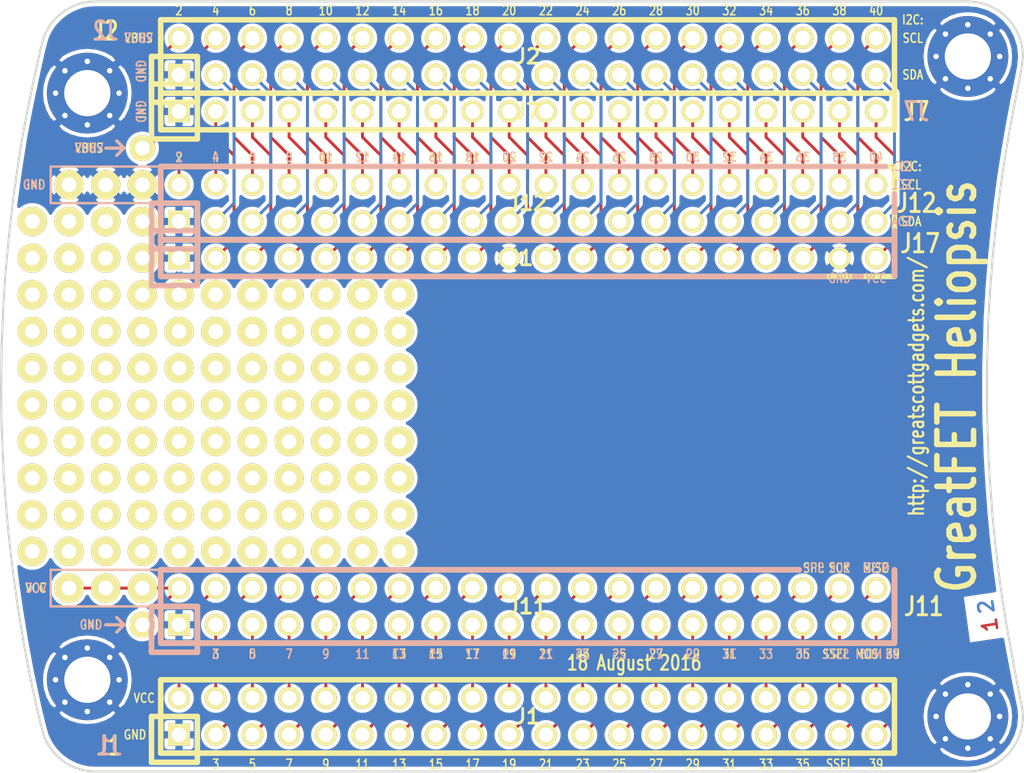
<source format=kicad_pcb>
(kicad_pcb (version 4) (host pcbnew 4.0.2-stable)
  (layers (0 F.Cu signal) (31 B.Cu signal hide) (35 F.Paste user) (36 B.SilkS user) (37 F.SilkS user) (38 B.Mask user) (39 F.Mask user) (44 Edge.Cuts user))
  (net 0 "")
  (net 1 GND)
  (net 2 VCC)
  (net 3 /VBUS)
  (net 4 /P4_9)
  (net 5 /P0_0)
  (net 6 /P4_10)
  (net 7 /P0_1)
  (net 8 /P1_0)
  (net 9 /P5_0)
  (net 10 /P5_1)
  (net 11 /P1_1)
  (net 12 /CLK0)
  (net 13 /P1_2)
  (net 14 /P1_5)
  (net 15 /P5_2)
  (net 16 /P1_7)
  (net 17 /P1_6)
  (net 18 /P1_9)
  (net 19 /P1_8)
  (net 20 /P5_3)
  (net 21 /P1_10)
  (net 22 /P1_12)
  (net 23 /P1_11)
  (net 24 /P5_5)
  (net 25 /P5_4)
  (net 26 /P1_14)
  (net 27 /P1_13)
  (net 28 /P5_6)
  (net 29 /P1_15)
  (net 30 /P5_7)
  (net 31 /P1_16)
  (net 32 /P1_18)
  (net 33 /P1_17)
  (net 34 /P9_5)
  (net 35 /P9_6)
  (net 36 /P2_0)
  (net 37 /P6_0)
  (net 38 /P1_20)
  (net 39 /P1_19)
  (net 40 /P1_4)
  (net 41 /P1_3)
  (net 42 /P4_8)
  (net 43 /P4_0)
  (net 44 /ADC0_0)
  (net 45 /P4_5)
  (net 46 /P4_4)
  (net 47 /P4_2)
  (net 48 /P4_3)
  (net 49 /P4_6)
  (net 50 /P4_7)
  (net 51 /CLK2)
  (net 52 /P2_8)
  (net 53 /P2_7)
  (net 54 /P2_6)
  (net 55 /P7_7)
  (net 56 /WAKEUP0)
  (net 57 /P2_5)
  (net 58 /P2_4)
  (net 59 /P2_3)
  (net 60 /PF_4)
  (net 61 /P3_2)
  (net 62 /P7_2)
  (net 63 /P3_1)
  (net 64 /P7_1)
  (net 65 /P3_0)
  (net 66 /P7_0)
  (net 67 /P3_4)
  (net 68 /P6_8)
  (net 69 /P3_7)
  (net 70 /P6_7)
  (net 71 /P3_3)
  (net 72 /P2_2)
  (net 73 /P6_6)
  (net 74 /P2_1)
  (net 75 /P6_3)
  (net 76 /P3_5)
  (net 77 /P3_6)
  (net 78 /I2C0_SDA)
  (net 79 /I2C0_SCL)
  (net 80 /P6_4)
  (net 81 /P6_5)
  (net 82 /ADC0_5)
  (net 83 /ADC0_2)
  (net 84 /P2_9)
  (net 85 /P2_12)
  (net 86 /P2_13)
  (net 87 /RTC_ALARM)
  (net 88 /RESET)
  (net 89 /VBAT)
  (net 90 /P2_11)
  (net 91 /P2_10)
  (net 92 /P6_10)
  (net 93 /P6_9)
  (net 94 /P6_2)
  (net 95 /P6_1)
  (module gsg-modules:HEADER-2x20 (layer F.Cu) (at 146.05 110.49)
    (fp_text reference J11 (at 0 0) (layer F.SilkS) (effects (font (size 1.016 1.016) (thickness 0.2032))))
    (fp_text value NEIGHBOR1 hide)
    (pad 1 thru_hole rect (at -24.13 1.27) (size 1.524 1.524) (drill 1.016) (layers *.Cu *.Mask F.SilkS) (net 1 GND))
    (pad 2 thru_hole circle (at -24.13 -1.27) (size 1.524 1.524) (drill 1.016) (layers *.Cu *.Mask F.SilkS) (net 2 VCC))
    (pad 3 thru_hole circle (at -21.59 1.27) (size 1.524 1.524) (drill 1.016) (layers *.Cu *.Mask F.SilkS) (net 4 /P4_9))
    (pad 4 thru_hole circle (at -21.59 -1.27) (size 1.524 1.524) (drill 1.016) (layers *.Cu *.Mask F.SilkS) (net 5 /P0_0))
    (pad 5 thru_hole circle (at -19.05 1.27) (size 1.524 1.524) (drill 1.016) (layers *.Cu *.Mask F.SilkS) (net 6 /P4_10))
    (pad 6 thru_hole circle (at -19.05 -1.27) (size 1.524 1.524) (drill 1.016) (layers *.Cu *.Mask F.SilkS) (net 7 /P0_1))
    (pad 7 thru_hole circle (at -16.51 1.27) (size 1.524 1.524) (drill 1.016) (layers *.Cu *.Mask F.SilkS) (net 8 /P1_0))
    (pad 8 thru_hole circle (at -16.51 -1.27) (size 1.524 1.524) (drill 1.016) (layers *.Cu *.Mask F.SilkS) (net 9 /P5_0))
    (pad 9 thru_hole circle (at -13.97 1.27) (size 1.524 1.524) (drill 1.016) (layers *.Cu *.Mask F.SilkS) (net 10 /P5_1))
    (pad 10 thru_hole circle (at -13.97 -1.27) (size 1.524 1.524) (drill 1.016) (layers *.Cu *.Mask F.SilkS) (net 11 /P1_1))
    (pad 11 thru_hole circle (at -11.43 1.27) (size 1.524 1.524) (drill 1.016) (layers *.Cu *.Mask F.SilkS) (net 12 /CLK0))
    (pad 12 thru_hole circle (at -11.43 -1.27) (size 1.524 1.524) (drill 1.016) (layers *.Cu *.Mask F.SilkS) (net 13 /P1_2))
    (pad 13 thru_hole circle (at -8.89 1.27) (size 1.524 1.524) (drill 1.016) (layers *.Cu *.Mask F.SilkS) (net 14 /P1_5))
    (pad 14 thru_hole circle (at -8.89 -1.27) (size 1.524 1.524) (drill 1.016) (layers *.Cu *.Mask F.SilkS) (net 15 /P5_2))
    (pad 15 thru_hole circle (at -6.35 1.27) (size 1.524 1.524) (drill 1.016) (layers *.Cu *.Mask F.SilkS) (net 16 /P1_7))
    (pad 16 thru_hole circle (at -6.35 -1.27) (size 1.524 1.524) (drill 1.016) (layers *.Cu *.Mask F.SilkS) (net 17 /P1_6))
    (pad 17 thru_hole circle (at -3.81 1.27) (size 1.524 1.524) (drill 1.016) (layers *.Cu *.Mask F.SilkS) (net 18 /P1_9))
    (pad 18 thru_hole circle (at -3.81 -1.27) (size 1.524 1.524) (drill 1.016) (layers *.Cu *.Mask F.SilkS) (net 19 /P1_8))
    (pad 19 thru_hole circle (at -1.27 1.27) (size 1.524 1.524) (drill 1.016) (layers *.Cu *.Mask F.SilkS) (net 20 /P5_3))
    (pad 20 thru_hole circle (at -1.27 -1.27) (size 1.524 1.524) (drill 1.016) (layers *.Cu *.Mask F.SilkS) (net 21 /P1_10))
    (pad 21 thru_hole circle (at 1.27 1.27) (size 1.524 1.524) (drill 1.016) (layers *.Cu *.Mask F.SilkS) (net 22 /P1_12))
    (pad 22 thru_hole circle (at 1.27 -1.27) (size 1.524 1.524) (drill 1.016) (layers *.Cu *.Mask F.SilkS) (net 23 /P1_11))
    (pad 23 thru_hole circle (at 3.81 1.27) (size 1.524 1.524) (drill 1.016) (layers *.Cu *.Mask F.SilkS) (net 24 /P5_5))
    (pad 24 thru_hole circle (at 3.81 -1.27) (size 1.524 1.524) (drill 1.016) (layers *.Cu *.Mask F.SilkS) (net 25 /P5_4))
    (pad 25 thru_hole circle (at 6.35 1.27) (size 1.524 1.524) (drill 1.016) (layers *.Cu *.Mask F.SilkS) (net 26 /P1_14))
    (pad 26 thru_hole circle (at 6.35 -1.27) (size 1.524 1.524) (drill 1.016) (layers *.Cu *.Mask F.SilkS) (net 27 /P1_13))
    (pad 27 thru_hole circle (at 8.89 1.27) (size 1.524 1.524) (drill 1.016) (layers *.Cu *.Mask F.SilkS) (net 28 /P5_6))
    (pad 28 thru_hole circle (at 8.89 -1.27) (size 1.524 1.524) (drill 1.016) (layers *.Cu *.Mask F.SilkS) (net 29 /P1_15))
    (pad 29 thru_hole circle (at 11.43 1.27) (size 1.524 1.524) (drill 1.016) (layers *.Cu *.Mask F.SilkS) (net 30 /P5_7))
    (pad 30 thru_hole circle (at 11.43 -1.27) (size 1.524 1.524) (drill 1.016) (layers *.Cu *.Mask F.SilkS) (net 31 /P1_16))
    (pad 31 thru_hole circle (at 13.97 1.27) (size 1.524 1.524) (drill 1.016) (layers *.Cu *.Mask F.SilkS) (net 32 /P1_18))
    (pad 32 thru_hole circle (at 13.97 -1.27) (size 1.524 1.524) (drill 1.016) (layers *.Cu *.Mask F.SilkS) (net 33 /P1_17))
    (pad 33 thru_hole circle (at 16.51 1.27) (size 1.524 1.524) (drill 1.016) (layers *.Cu *.Mask F.SilkS) (net 34 /P9_5))
    (pad 34 thru_hole circle (at 16.51 -1.27) (size 1.524 1.524) (drill 1.016) (layers *.Cu *.Mask F.SilkS) (net 35 /P9_6))
    (pad 35 thru_hole circle (at 19.05 1.27) (size 1.524 1.524) (drill 1.016) (layers *.Cu *.Mask F.SilkS) (net 36 /P2_0))
    (pad 36 thru_hole circle (at 19.05 -1.27) (size 1.524 1.524) (drill 1.016) (layers *.Cu *.Mask F.SilkS) (net 37 /P6_0))
    (pad 37 thru_hole circle (at 21.59 1.27) (size 1.524 1.524) (drill 1.016) (layers *.Cu *.Mask F.SilkS) (net 38 /P1_20))
    (pad 38 thru_hole circle (at 21.59 -1.27) (size 1.524 1.524) (drill 1.016) (layers *.Cu *.Mask F.SilkS) (net 39 /P1_19))
    (pad 39 thru_hole circle (at 24.13 1.27) (size 1.524 1.524) (drill 1.016) (layers *.Cu *.Mask F.SilkS) (net 40 /P1_4))
    (pad 40 thru_hole circle (at 24.13 -1.27) (size 1.524 1.524) (drill 1.016) (layers *.Cu *.Mask F.SilkS) (net 41 /P1_3))
  )
  (module heliopsis-modules:smd-proto-pad (layer F.Cu) (at 140.081 106.68)
    (fp_text reference P12015 hide)
    (fp_text value smd-proto-pad hide)
    (pad 1 connect rect (at 0 0) (size 1.4732 1.0922) (layers F.Cu F.Mask) (clearance 0.1778))
  )
  (module heliopsis-modules:smd-proto-pad (layer F.Cu) (at 141.732 106.68)
    (fp_text reference P11915 hide)
    (fp_text value smd-proto-pad hide)
    (pad 1 connect rect (at 0 0) (size 1.4732 1.0922) (layers F.Cu F.Mask) (clearance 0.1778))
  )
  (module heliopsis-modules:smd-proto-pad (layer F.Cu) (at 143.383 106.68)
    (fp_text reference P11815 hide)
    (fp_text value smd-proto-pad hide)
    (pad 1 connect rect (at 0 0) (size 1.4732 1.0922) (layers F.Cu F.Mask) (clearance 0.1778))
  )
  (module heliopsis-modules:smd-proto-pad (layer F.Cu) (at 145.034 106.68)
    (fp_text reference P11715 hide)
    (fp_text value smd-proto-pad hide)
    (pad 1 connect rect (at 0 0) (size 1.4732 1.0922) (layers F.Cu F.Mask) (clearance 0.1778))
  )
  (module heliopsis-modules:smd-proto-pad (layer F.Cu) (at 146.685 106.68)
    (fp_text reference P11615 hide)
    (fp_text value smd-proto-pad hide)
    (pad 1 connect rect (at 0 0) (size 1.4732 1.0922) (layers F.Cu F.Mask) (clearance 0.1778))
  )
  (module heliopsis-modules:smd-proto-pad (layer F.Cu) (at 148.336 106.68)
    (fp_text reference P11515 hide)
    (fp_text value smd-proto-pad hide)
    (pad 1 connect rect (at 0 0) (size 1.4732 1.0922) (layers F.Cu F.Mask) (clearance 0.1778))
  )
  (module heliopsis-modules:smd-proto-pad (layer F.Cu) (at 149.987 106.68)
    (fp_text reference P11415 hide)
    (fp_text value smd-proto-pad hide)
    (pad 1 connect rect (at 0 0) (size 1.4732 1.0922) (layers F.Cu F.Mask) (clearance 0.1778))
  )
  (module heliopsis-modules:smd-proto-pad (layer F.Cu) (at 151.638 106.68)
    (fp_text reference P11315 hide)
    (fp_text value smd-proto-pad hide)
    (pad 1 connect rect (at 0 0) (size 1.4732 1.0922) (layers F.Cu F.Mask) (clearance 0.1778))
  )
  (module heliopsis-modules:smd-proto-pad (layer F.Cu) (at 153.289 106.68)
    (fp_text reference P11215 hide)
    (fp_text value smd-proto-pad hide)
    (pad 1 connect rect (at 0 0) (size 1.4732 1.0922) (layers F.Cu F.Mask) (clearance 0.1778))
  )
  (module heliopsis-modules:smd-proto-pad (layer F.Cu) (at 154.94 106.68)
    (fp_text reference P11115 hide)
    (fp_text value smd-proto-pad hide)
    (pad 1 connect rect (at 0 0) (size 1.4732 1.0922) (layers F.Cu F.Mask) (clearance 0.1778))
  )
  (module heliopsis-modules:smd-proto-pad (layer F.Cu) (at 156.591 106.68)
    (fp_text reference P11015 hide)
    (fp_text value smd-proto-pad hide)
    (pad 1 connect rect (at 0 0) (size 1.4732 1.0922) (layers F.Cu F.Mask) (clearance 0.1778))
  )
  (module heliopsis-modules:smd-proto-pad (layer F.Cu) (at 158.242 106.68)
    (fp_text reference P1915 hide)
    (fp_text value smd-proto-pad hide)
    (pad 1 connect rect (at 0 0) (size 1.4732 1.0922) (layers F.Cu F.Mask) (clearance 0.1778))
  )
  (module heliopsis-modules:smd-proto-pad (layer F.Cu) (at 159.893 106.68)
    (fp_text reference P1815 hide)
    (fp_text value smd-proto-pad hide)
    (pad 1 connect rect (at 0 0) (size 1.4732 1.0922) (layers F.Cu F.Mask) (clearance 0.1778))
  )
  (module heliopsis-modules:smd-proto-pad (layer F.Cu) (at 161.544 106.68)
    (fp_text reference P1715 hide)
    (fp_text value smd-proto-pad hide)
    (pad 1 connect rect (at 0 0) (size 1.4732 1.0922) (layers F.Cu F.Mask) (clearance 0.1778))
  )
  (module heliopsis-modules:smd-proto-pad (layer F.Cu) (at 163.195 106.68)
    (fp_text reference P1615 hide)
    (fp_text value smd-proto-pad hide)
    (pad 1 connect rect (at 0 0) (size 1.4732 1.0922) (layers F.Cu F.Mask) (clearance 0.1778))
  )
  (module heliopsis-modules:smd-proto-pad (layer F.Cu) (at 164.846 106.68)
    (fp_text reference P1515 hide)
    (fp_text value smd-proto-pad hide)
    (pad 1 connect rect (at 0 0) (size 1.4732 1.0922) (layers F.Cu F.Mask) (clearance 0.1778))
  )
  (module heliopsis-modules:smd-proto-pad (layer F.Cu) (at 166.497 106.68)
    (fp_text reference P1415 hide)
    (fp_text value smd-proto-pad hide)
    (pad 1 connect rect (at 0 0) (size 1.4732 1.0922) (layers F.Cu F.Mask) (clearance 0.1778))
  )
  (module heliopsis-modules:smd-proto-pad (layer F.Cu) (at 168.148 106.68)
    (fp_text reference P1315 hide)
    (fp_text value smd-proto-pad hide)
    (pad 1 connect rect (at 0 0) (size 1.4732 1.0922) (layers F.Cu F.Mask) (clearance 0.1778))
  )
  (module heliopsis-modules:smd-proto-pad (layer F.Cu) (at 169.799 106.68)
    (fp_text reference P1215 hide)
    (fp_text value smd-proto-pad hide)
    (pad 1 connect rect (at 0 0) (size 1.4732 1.0922) (layers F.Cu F.Mask) (clearance 0.1778))
  )
  (module heliopsis-modules:smd-proto-pad (layer F.Cu) (at 171.45 106.68)
    (fp_text reference P1115 hide)
    (fp_text value smd-proto-pad hide)
    (pad 1 connect rect (at 0 0) (size 1.4732 1.0922) (layers F.Cu F.Mask) (clearance 0.1778))
  )
  (module heliopsis-modules:smd-proto-pad (layer F.Cu) (at 140.081 105.41)
    (fp_text reference P12014 hide)
    (fp_text value smd-proto-pad hide)
    (pad 1 connect rect (at 0 0) (size 1.4732 1.0922) (layers F.Cu F.Mask) (clearance 0.1778))
  )
  (module heliopsis-modules:smd-proto-pad (layer F.Cu) (at 141.732 105.41)
    (fp_text reference P11914 hide)
    (fp_text value smd-proto-pad hide)
    (pad 1 connect rect (at 0 0) (size 1.4732 1.0922) (layers F.Cu F.Mask) (clearance 0.1778))
  )
  (module heliopsis-modules:smd-proto-pad (layer F.Cu) (at 143.383 105.41)
    (fp_text reference P11814 hide)
    (fp_text value smd-proto-pad hide)
    (pad 1 connect rect (at 0 0) (size 1.4732 1.0922) (layers F.Cu F.Mask) (clearance 0.1778))
  )
  (module heliopsis-modules:smd-proto-pad (layer F.Cu) (at 145.034 105.41)
    (fp_text reference P11714 hide)
    (fp_text value smd-proto-pad hide)
    (pad 1 connect rect (at 0 0) (size 1.4732 1.0922) (layers F.Cu F.Mask) (clearance 0.1778))
  )
  (module heliopsis-modules:smd-proto-pad (layer F.Cu) (at 146.685 105.41)
    (fp_text reference P11614 hide)
    (fp_text value smd-proto-pad hide)
    (pad 1 connect rect (at 0 0) (size 1.4732 1.0922) (layers F.Cu F.Mask) (clearance 0.1778))
  )
  (module heliopsis-modules:smd-proto-pad (layer F.Cu) (at 148.336 105.41)
    (fp_text reference P11514 hide)
    (fp_text value smd-proto-pad hide)
    (pad 1 connect rect (at 0 0) (size 1.4732 1.0922) (layers F.Cu F.Mask) (clearance 0.1778))
  )
  (module heliopsis-modules:smd-proto-pad (layer F.Cu) (at 149.987 105.41)
    (fp_text reference P11414 hide)
    (fp_text value smd-proto-pad hide)
    (pad 1 connect rect (at 0 0) (size 1.4732 1.0922) (layers F.Cu F.Mask) (clearance 0.1778))
  )
  (module heliopsis-modules:smd-proto-pad (layer F.Cu) (at 151.638 105.41)
    (fp_text reference P11314 hide)
    (fp_text value smd-proto-pad hide)
    (pad 1 connect rect (at 0 0) (size 1.4732 1.0922) (layers F.Cu F.Mask) (clearance 0.1778))
  )
  (module heliopsis-modules:smd-proto-pad (layer F.Cu) (at 153.289 105.41)
    (fp_text reference P11214 hide)
    (fp_text value smd-proto-pad hide)
    (pad 1 connect rect (at 0 0) (size 1.4732 1.0922) (layers F.Cu F.Mask) (clearance 0.1778))
  )
  (module heliopsis-modules:smd-proto-pad (layer F.Cu) (at 154.94 105.41)
    (fp_text reference P11114 hide)
    (fp_text value smd-proto-pad hide)
    (pad 1 connect rect (at 0 0) (size 1.4732 1.0922) (layers F.Cu F.Mask) (clearance 0.1778))
  )
  (module heliopsis-modules:smd-proto-pad (layer F.Cu) (at 156.591 105.41)
    (fp_text reference P11014 hide)
    (fp_text value smd-proto-pad hide)
    (pad 1 connect rect (at 0 0) (size 1.4732 1.0922) (layers F.Cu F.Mask) (clearance 0.1778))
  )
  (module heliopsis-modules:smd-proto-pad (layer F.Cu) (at 158.242 105.41)
    (fp_text reference P1914 hide)
    (fp_text value smd-proto-pad hide)
    (pad 1 connect rect (at 0 0) (size 1.4732 1.0922) (layers F.Cu F.Mask) (clearance 0.1778))
  )
  (module heliopsis-modules:smd-proto-pad (layer F.Cu) (at 159.893 105.41)
    (fp_text reference P1814 hide)
    (fp_text value smd-proto-pad hide)
    (pad 1 connect rect (at 0 0) (size 1.4732 1.0922) (layers F.Cu F.Mask) (clearance 0.1778))
  )
  (module heliopsis-modules:smd-proto-pad (layer F.Cu) (at 161.544 105.41)
    (fp_text reference P1714 hide)
    (fp_text value smd-proto-pad hide)
    (pad 1 connect rect (at 0 0) (size 1.4732 1.0922) (layers F.Cu F.Mask) (clearance 0.1778))
  )
  (module heliopsis-modules:smd-proto-pad (layer F.Cu) (at 163.195 105.41)
    (fp_text reference P1614 hide)
    (fp_text value smd-proto-pad hide)
    (pad 1 connect rect (at 0 0) (size 1.4732 1.0922) (layers F.Cu F.Mask) (clearance 0.1778))
  )
  (module heliopsis-modules:smd-proto-pad (layer F.Cu) (at 164.846 105.41)
    (fp_text reference P1514 hide)
    (fp_text value smd-proto-pad hide)
    (pad 1 connect rect (at 0 0) (size 1.4732 1.0922) (layers F.Cu F.Mask) (clearance 0.1778))
  )
  (module heliopsis-modules:smd-proto-pad (layer F.Cu) (at 166.497 105.41)
    (fp_text reference P1414 hide)
    (fp_text value smd-proto-pad hide)
    (pad 1 connect rect (at 0 0) (size 1.4732 1.0922) (layers F.Cu F.Mask) (clearance 0.1778))
  )
  (module heliopsis-modules:smd-proto-pad (layer F.Cu) (at 168.148 105.41)
    (fp_text reference P1314 hide)
    (fp_text value smd-proto-pad hide)
    (pad 1 connect rect (at 0 0) (size 1.4732 1.0922) (layers F.Cu F.Mask) (clearance 0.1778))
  )
  (module heliopsis-modules:smd-proto-pad (layer F.Cu) (at 169.799 105.41)
    (fp_text reference P1214 hide)
    (fp_text value smd-proto-pad hide)
    (pad 1 connect rect (at 0 0) (size 1.4732 1.0922) (layers F.Cu F.Mask) (clearance 0.1778))
  )
  (module heliopsis-modules:smd-proto-pad (layer F.Cu) (at 171.45 105.41)
    (fp_text reference P1114 hide)
    (fp_text value smd-proto-pad hide)
    (pad 1 connect rect (at 0 0) (size 1.4732 1.0922) (layers F.Cu F.Mask) (clearance 0.1778))
  )
  (module heliopsis-modules:smd-proto-pad (layer F.Cu) (at 140.081 104.14)
    (fp_text reference P12013 hide)
    (fp_text value smd-proto-pad hide)
    (pad 1 connect rect (at 0 0) (size 1.4732 1.0922) (layers F.Cu F.Mask) (clearance 0.1778))
  )
  (module heliopsis-modules:smd-proto-pad (layer F.Cu) (at 141.732 104.14)
    (fp_text reference P11913 hide)
    (fp_text value smd-proto-pad hide)
    (pad 1 connect rect (at 0 0) (size 1.4732 1.0922) (layers F.Cu F.Mask) (clearance 0.1778))
  )
  (module heliopsis-modules:smd-proto-pad (layer F.Cu) (at 143.383 104.14)
    (fp_text reference P11813 hide)
    (fp_text value smd-proto-pad hide)
    (pad 1 connect rect (at 0 0) (size 1.4732 1.0922) (layers F.Cu F.Mask) (clearance 0.1778))
  )
  (module heliopsis-modules:smd-proto-pad (layer F.Cu) (at 145.034 104.14)
    (fp_text reference P11713 hide)
    (fp_text value smd-proto-pad hide)
    (pad 1 connect rect (at 0 0) (size 1.4732 1.0922) (layers F.Cu F.Mask) (clearance 0.1778))
  )
  (module heliopsis-modules:smd-proto-pad (layer F.Cu) (at 146.685 104.14)
    (fp_text reference P11613 hide)
    (fp_text value smd-proto-pad hide)
    (pad 1 connect rect (at 0 0) (size 1.4732 1.0922) (layers F.Cu F.Mask) (clearance 0.1778))
  )
  (module heliopsis-modules:smd-proto-pad (layer F.Cu) (at 148.336 104.14)
    (fp_text reference P11513 hide)
    (fp_text value smd-proto-pad hide)
    (pad 1 connect rect (at 0 0) (size 1.4732 1.0922) (layers F.Cu F.Mask) (clearance 0.1778))
  )
  (module heliopsis-modules:smd-proto-pad (layer F.Cu) (at 149.987 104.14)
    (fp_text reference P11413 hide)
    (fp_text value smd-proto-pad hide)
    (pad 1 connect rect (at 0 0) (size 1.4732 1.0922) (layers F.Cu F.Mask) (clearance 0.1778))
  )
  (module heliopsis-modules:smd-proto-pad (layer F.Cu) (at 151.638 104.14)
    (fp_text reference P11313 hide)
    (fp_text value smd-proto-pad hide)
    (pad 1 connect rect (at 0 0) (size 1.4732 1.0922) (layers F.Cu F.Mask) (clearance 0.1778))
  )
  (module heliopsis-modules:smd-proto-pad (layer F.Cu) (at 153.289 104.14)
    (fp_text reference P11213 hide)
    (fp_text value smd-proto-pad hide)
    (pad 1 connect rect (at 0 0) (size 1.4732 1.0922) (layers F.Cu F.Mask) (clearance 0.1778))
  )
  (module heliopsis-modules:smd-proto-pad (layer F.Cu) (at 154.94 104.14)
    (fp_text reference P11113 hide)
    (fp_text value smd-proto-pad hide)
    (pad 1 connect rect (at 0 0) (size 1.4732 1.0922) (layers F.Cu F.Mask) (clearance 0.1778))
  )
  (module heliopsis-modules:smd-proto-pad (layer F.Cu) (at 156.591 104.14)
    (fp_text reference P11013 hide)
    (fp_text value smd-proto-pad hide)
    (pad 1 connect rect (at 0 0) (size 1.4732 1.0922) (layers F.Cu F.Mask) (clearance 0.1778))
  )
  (module heliopsis-modules:smd-proto-pad (layer F.Cu) (at 158.242 104.14)
    (fp_text reference P1913 hide)
    (fp_text value smd-proto-pad hide)
    (pad 1 connect rect (at 0 0) (size 1.4732 1.0922) (layers F.Cu F.Mask) (clearance 0.1778))
  )
  (module heliopsis-modules:smd-proto-pad (layer F.Cu) (at 159.893 104.14)
    (fp_text reference P1813 hide)
    (fp_text value smd-proto-pad hide)
    (pad 1 connect rect (at 0 0) (size 1.4732 1.0922) (layers F.Cu F.Mask) (clearance 0.1778))
  )
  (module heliopsis-modules:smd-proto-pad (layer F.Cu) (at 161.544 104.14)
    (fp_text reference P1713 hide)
    (fp_text value smd-proto-pad hide)
    (pad 1 connect rect (at 0 0) (size 1.4732 1.0922) (layers F.Cu F.Mask) (clearance 0.1778))
  )
  (module heliopsis-modules:smd-proto-pad (layer F.Cu) (at 163.195 104.14)
    (fp_text reference P1613 hide)
    (fp_text value smd-proto-pad hide)
    (pad 1 connect rect (at 0 0) (size 1.4732 1.0922) (layers F.Cu F.Mask) (clearance 0.1778))
  )
  (module heliopsis-modules:smd-proto-pad (layer F.Cu) (at 164.846 104.14)
    (fp_text reference P1513 hide)
    (fp_text value smd-proto-pad hide)
    (pad 1 connect rect (at 0 0) (size 1.4732 1.0922) (layers F.Cu F.Mask) (clearance 0.1778))
  )
  (module heliopsis-modules:smd-proto-pad (layer F.Cu) (at 166.497 104.14)
    (fp_text reference P1413 hide)
    (fp_text value smd-proto-pad hide)
    (pad 1 connect rect (at 0 0) (size 1.4732 1.0922) (layers F.Cu F.Mask) (clearance 0.1778))
  )
  (module heliopsis-modules:smd-proto-pad (layer F.Cu) (at 168.148 104.14)
    (fp_text reference P1313 hide)
    (fp_text value smd-proto-pad hide)
    (pad 1 connect rect (at 0 0) (size 1.4732 1.0922) (layers F.Cu F.Mask) (clearance 0.1778))
  )
  (module heliopsis-modules:smd-proto-pad (layer F.Cu) (at 169.799 104.14)
    (fp_text reference P1213 hide)
    (fp_text value smd-proto-pad hide)
    (pad 1 connect rect (at 0 0) (size 1.4732 1.0922) (layers F.Cu F.Mask) (clearance 0.1778))
  )
  (module heliopsis-modules:smd-proto-pad (layer F.Cu) (at 171.45 104.14)
    (fp_text reference P1113 hide)
    (fp_text value smd-proto-pad hide)
    (pad 1 connect rect (at 0 0) (size 1.4732 1.0922) (layers F.Cu F.Mask) (clearance 0.1778))
  )
  (module heliopsis-modules:smd-proto-pad (layer F.Cu) (at 140.081 102.87)
    (fp_text reference P12012 hide)
    (fp_text value smd-proto-pad hide)
    (pad 1 connect rect (at 0 0) (size 1.4732 1.0922) (layers F.Cu F.Mask) (clearance 0.1778))
  )
  (module heliopsis-modules:smd-proto-pad (layer F.Cu) (at 141.732 102.87)
    (fp_text reference P11912 hide)
    (fp_text value smd-proto-pad hide)
    (pad 1 connect rect (at 0 0) (size 1.4732 1.0922) (layers F.Cu F.Mask) (clearance 0.1778))
  )
  (module heliopsis-modules:smd-proto-pad (layer F.Cu) (at 143.383 102.87)
    (fp_text reference P11812 hide)
    (fp_text value smd-proto-pad hide)
    (pad 1 connect rect (at 0 0) (size 1.4732 1.0922) (layers F.Cu F.Mask) (clearance 0.1778))
  )
  (module heliopsis-modules:smd-proto-pad (layer F.Cu) (at 145.034 102.87)
    (fp_text reference P11712 hide)
    (fp_text value smd-proto-pad hide)
    (pad 1 connect rect (at 0 0) (size 1.4732 1.0922) (layers F.Cu F.Mask) (clearance 0.1778))
  )
  (module heliopsis-modules:smd-proto-pad (layer F.Cu) (at 146.685 102.87)
    (fp_text reference P11612 hide)
    (fp_text value smd-proto-pad hide)
    (pad 1 connect rect (at 0 0) (size 1.4732 1.0922) (layers F.Cu F.Mask) (clearance 0.1778))
  )
  (module heliopsis-modules:smd-proto-pad (layer F.Cu) (at 148.336 102.87)
    (fp_text reference P11512 hide)
    (fp_text value smd-proto-pad hide)
    (pad 1 connect rect (at 0 0) (size 1.4732 1.0922) (layers F.Cu F.Mask) (clearance 0.1778))
  )
  (module heliopsis-modules:smd-proto-pad (layer F.Cu) (at 149.987 102.87)
    (fp_text reference P11412 hide)
    (fp_text value smd-proto-pad hide)
    (pad 1 connect rect (at 0 0) (size 1.4732 1.0922) (layers F.Cu F.Mask) (clearance 0.1778))
  )
  (module heliopsis-modules:smd-proto-pad (layer F.Cu) (at 151.638 102.87)
    (fp_text reference P11312 hide)
    (fp_text value smd-proto-pad hide)
    (pad 1 connect rect (at 0 0) (size 1.4732 1.0922) (layers F.Cu F.Mask) (clearance 0.1778))
  )
  (module heliopsis-modules:smd-proto-pad (layer F.Cu) (at 153.289 102.87)
    (fp_text reference P11212 hide)
    (fp_text value smd-proto-pad hide)
    (pad 1 connect rect (at 0 0) (size 1.4732 1.0922) (layers F.Cu F.Mask) (clearance 0.1778))
  )
  (module heliopsis-modules:smd-proto-pad (layer F.Cu) (at 154.94 102.87)
    (fp_text reference P11112 hide)
    (fp_text value smd-proto-pad hide)
    (pad 1 connect rect (at 0 0) (size 1.4732 1.0922) (layers F.Cu F.Mask) (clearance 0.1778))
  )
  (module heliopsis-modules:smd-proto-pad (layer F.Cu) (at 156.591 102.87)
    (fp_text reference P11012 hide)
    (fp_text value smd-proto-pad hide)
    (pad 1 connect rect (at 0 0) (size 1.4732 1.0922) (layers F.Cu F.Mask) (clearance 0.1778))
  )
  (module heliopsis-modules:smd-proto-pad (layer F.Cu) (at 158.242 102.87)
    (fp_text reference P1912 hide)
    (fp_text value smd-proto-pad hide)
    (pad 1 connect rect (at 0 0) (size 1.4732 1.0922) (layers F.Cu F.Mask) (clearance 0.1778))
  )
  (module heliopsis-modules:smd-proto-pad (layer F.Cu) (at 159.893 102.87)
    (fp_text reference P1812 hide)
    (fp_text value smd-proto-pad hide)
    (pad 1 connect rect (at 0 0) (size 1.4732 1.0922) (layers F.Cu F.Mask) (clearance 0.1778))
  )
  (module heliopsis-modules:smd-proto-pad (layer F.Cu) (at 161.544 102.87)
    (fp_text reference P1712 hide)
    (fp_text value smd-proto-pad hide)
    (pad 1 connect rect (at 0 0) (size 1.4732 1.0922) (layers F.Cu F.Mask) (clearance 0.1778))
  )
  (module heliopsis-modules:smd-proto-pad (layer F.Cu) (at 163.195 102.87)
    (fp_text reference P1612 hide)
    (fp_text value smd-proto-pad hide)
    (pad 1 connect rect (at 0 0) (size 1.4732 1.0922) (layers F.Cu F.Mask) (clearance 0.1778))
  )
  (module heliopsis-modules:smd-proto-pad (layer F.Cu) (at 164.846 102.87)
    (fp_text reference P1512 hide)
    (fp_text value smd-proto-pad hide)
    (pad 1 connect rect (at 0 0) (size 1.4732 1.0922) (layers F.Cu F.Mask) (clearance 0.1778))
  )
  (module heliopsis-modules:smd-proto-pad (layer F.Cu) (at 166.497 102.87)
    (fp_text reference P1412 hide)
    (fp_text value smd-proto-pad hide)
    (pad 1 connect rect (at 0 0) (size 1.4732 1.0922) (layers F.Cu F.Mask) (clearance 0.1778))
  )
  (module heliopsis-modules:smd-proto-pad (layer F.Cu) (at 168.148 102.87)
    (fp_text reference P1312 hide)
    (fp_text value smd-proto-pad hide)
    (pad 1 connect rect (at 0 0) (size 1.4732 1.0922) (layers F.Cu F.Mask) (clearance 0.1778))
  )
  (module heliopsis-modules:smd-proto-pad (layer F.Cu) (at 169.799 102.87)
    (fp_text reference P1212 hide)
    (fp_text value smd-proto-pad hide)
    (pad 1 connect rect (at 0 0) (size 1.4732 1.0922) (layers F.Cu F.Mask) (clearance 0.1778))
  )
  (module heliopsis-modules:smd-proto-pad (layer F.Cu) (at 171.45 102.87)
    (fp_text reference P1112 hide)
    (fp_text value smd-proto-pad hide)
    (pad 1 connect rect (at 0 0) (size 1.4732 1.0922) (layers F.Cu F.Mask) (clearance 0.1778))
  )
  (module heliopsis-modules:smd-proto-pad (layer F.Cu) (at 140.081 101.6)
    (fp_text reference P12011 hide)
    (fp_text value smd-proto-pad hide)
    (pad 1 connect rect (at 0 0) (size 1.4732 1.0922) (layers F.Cu F.Mask) (clearance 0.1778))
  )
  (module heliopsis-modules:smd-proto-pad (layer F.Cu) (at 141.732 101.6)
    (fp_text reference P11911 hide)
    (fp_text value smd-proto-pad hide)
    (pad 1 connect rect (at 0 0) (size 1.4732 1.0922) (layers F.Cu F.Mask) (clearance 0.1778))
  )
  (module heliopsis-modules:smd-proto-pad (layer F.Cu) (at 143.383 101.6)
    (fp_text reference P11811 hide)
    (fp_text value smd-proto-pad hide)
    (pad 1 connect rect (at 0 0) (size 1.4732 1.0922) (layers F.Cu F.Mask) (clearance 0.1778))
  )
  (module heliopsis-modules:smd-proto-pad (layer F.Cu) (at 145.034 101.6)
    (fp_text reference P11711 hide)
    (fp_text value smd-proto-pad hide)
    (pad 1 connect rect (at 0 0) (size 1.4732 1.0922) (layers F.Cu F.Mask) (clearance 0.1778))
  )
  (module heliopsis-modules:smd-proto-pad (layer F.Cu) (at 146.685 101.6)
    (fp_text reference P11611 hide)
    (fp_text value smd-proto-pad hide)
    (pad 1 connect rect (at 0 0) (size 1.4732 1.0922) (layers F.Cu F.Mask) (clearance 0.1778))
  )
  (module heliopsis-modules:smd-proto-pad (layer F.Cu) (at 148.336 101.6)
    (fp_text reference P11511 hide)
    (fp_text value smd-proto-pad hide)
    (pad 1 connect rect (at 0 0) (size 1.4732 1.0922) (layers F.Cu F.Mask) (clearance 0.1778))
  )
  (module heliopsis-modules:smd-proto-pad (layer F.Cu) (at 149.987 101.6)
    (fp_text reference P11411 hide)
    (fp_text value smd-proto-pad hide)
    (pad 1 connect rect (at 0 0) (size 1.4732 1.0922) (layers F.Cu F.Mask) (clearance 0.1778))
  )
  (module heliopsis-modules:smd-proto-pad (layer F.Cu) (at 151.638 101.6)
    (fp_text reference P11311 hide)
    (fp_text value smd-proto-pad hide)
    (pad 1 connect rect (at 0 0) (size 1.4732 1.0922) (layers F.Cu F.Mask) (clearance 0.1778))
  )
  (module heliopsis-modules:smd-proto-pad (layer F.Cu) (at 153.289 101.6)
    (fp_text reference P11211 hide)
    (fp_text value smd-proto-pad hide)
    (pad 1 connect rect (at 0 0) (size 1.4732 1.0922) (layers F.Cu F.Mask) (clearance 0.1778))
  )
  (module heliopsis-modules:smd-proto-pad (layer F.Cu) (at 154.94 101.6)
    (fp_text reference P11111 hide)
    (fp_text value smd-proto-pad hide)
    (pad 1 connect rect (at 0 0) (size 1.4732 1.0922) (layers F.Cu F.Mask) (clearance 0.1778))
  )
  (module heliopsis-modules:smd-proto-pad (layer F.Cu) (at 156.591 101.6)
    (fp_text reference P11011 hide)
    (fp_text value smd-proto-pad hide)
    (pad 1 connect rect (at 0 0) (size 1.4732 1.0922) (layers F.Cu F.Mask) (clearance 0.1778))
  )
  (module heliopsis-modules:smd-proto-pad (layer F.Cu) (at 158.242 101.6)
    (fp_text reference P1911 hide)
    (fp_text value smd-proto-pad hide)
    (pad 1 connect rect (at 0 0) (size 1.4732 1.0922) (layers F.Cu F.Mask) (clearance 0.1778))
  )
  (module heliopsis-modules:smd-proto-pad (layer F.Cu) (at 159.893 101.6)
    (fp_text reference P1811 hide)
    (fp_text value smd-proto-pad hide)
    (pad 1 connect rect (at 0 0) (size 1.4732 1.0922) (layers F.Cu F.Mask) (clearance 0.1778))
  )
  (module heliopsis-modules:smd-proto-pad (layer F.Cu) (at 161.544 101.6)
    (fp_text reference P1711 hide)
    (fp_text value smd-proto-pad hide)
    (pad 1 connect rect (at 0 0) (size 1.4732 1.0922) (layers F.Cu F.Mask) (clearance 0.1778))
  )
  (module heliopsis-modules:smd-proto-pad (layer F.Cu) (at 163.195 101.6)
    (fp_text reference P1611 hide)
    (fp_text value smd-proto-pad hide)
    (pad 1 connect rect (at 0 0) (size 1.4732 1.0922) (layers F.Cu F.Mask) (clearance 0.1778))
  )
  (module heliopsis-modules:smd-proto-pad (layer F.Cu) (at 164.846 101.6)
    (fp_text reference P1511 hide)
    (fp_text value smd-proto-pad hide)
    (pad 1 connect rect (at 0 0) (size 1.4732 1.0922) (layers F.Cu F.Mask) (clearance 0.1778))
  )
  (module heliopsis-modules:smd-proto-pad (layer F.Cu) (at 166.497 101.6)
    (fp_text reference P1411 hide)
    (fp_text value smd-proto-pad hide)
    (pad 1 connect rect (at 0 0) (size 1.4732 1.0922) (layers F.Cu F.Mask) (clearance 0.1778))
  )
  (module heliopsis-modules:smd-proto-pad (layer F.Cu) (at 168.148 101.6)
    (fp_text reference P1311 hide)
    (fp_text value smd-proto-pad hide)
    (pad 1 connect rect (at 0 0) (size 1.4732 1.0922) (layers F.Cu F.Mask) (clearance 0.1778))
  )
  (module heliopsis-modules:smd-proto-pad (layer F.Cu) (at 169.799 101.6)
    (fp_text reference P1211 hide)
    (fp_text value smd-proto-pad hide)
    (pad 1 connect rect (at 0 0) (size 1.4732 1.0922) (layers F.Cu F.Mask) (clearance 0.1778))
  )
  (module heliopsis-modules:smd-proto-pad (layer F.Cu) (at 171.45 101.6)
    (fp_text reference P1111 hide)
    (fp_text value smd-proto-pad hide)
    (pad 1 connect rect (at 0 0) (size 1.4732 1.0922) (layers F.Cu F.Mask) (clearance 0.1778))
  )
  (module heliopsis-modules:smd-proto-pad (layer F.Cu) (at 140.081 100.33)
    (fp_text reference P12010 hide)
    (fp_text value smd-proto-pad hide)
    (pad 1 connect rect (at 0 0) (size 1.4732 1.0922) (layers F.Cu F.Mask) (clearance 0.1778))
  )
  (module heliopsis-modules:smd-proto-pad (layer F.Cu) (at 141.732 100.33)
    (fp_text reference P11910 hide)
    (fp_text value smd-proto-pad hide)
    (pad 1 connect rect (at 0 0) (size 1.4732 1.0922) (layers F.Cu F.Mask) (clearance 0.1778))
  )
  (module heliopsis-modules:smd-proto-pad (layer F.Cu) (at 143.383 100.33)
    (fp_text reference P11810 hide)
    (fp_text value smd-proto-pad hide)
    (pad 1 connect rect (at 0 0) (size 1.4732 1.0922) (layers F.Cu F.Mask) (clearance 0.1778))
  )
  (module heliopsis-modules:smd-proto-pad (layer F.Cu) (at 145.034 100.33)
    (fp_text reference P11710 hide)
    (fp_text value smd-proto-pad hide)
    (pad 1 connect rect (at 0 0) (size 1.4732 1.0922) (layers F.Cu F.Mask) (clearance 0.1778))
  )
  (module heliopsis-modules:smd-proto-pad (layer F.Cu) (at 146.685 100.33)
    (fp_text reference P11610 hide)
    (fp_text value smd-proto-pad hide)
    (pad 1 connect rect (at 0 0) (size 1.4732 1.0922) (layers F.Cu F.Mask) (clearance 0.1778))
  )
  (module heliopsis-modules:smd-proto-pad (layer F.Cu) (at 148.336 100.33)
    (fp_text reference P11510 hide)
    (fp_text value smd-proto-pad hide)
    (pad 1 connect rect (at 0 0) (size 1.4732 1.0922) (layers F.Cu F.Mask) (clearance 0.1778))
  )
  (module heliopsis-modules:smd-proto-pad (layer F.Cu) (at 149.987 100.33)
    (fp_text reference P11410 hide)
    (fp_text value smd-proto-pad hide)
    (pad 1 connect rect (at 0 0) (size 1.4732 1.0922) (layers F.Cu F.Mask) (clearance 0.1778))
  )
  (module heliopsis-modules:smd-proto-pad (layer F.Cu) (at 151.638 100.33)
    (fp_text reference P11310 hide)
    (fp_text value smd-proto-pad hide)
    (pad 1 connect rect (at 0 0) (size 1.4732 1.0922) (layers F.Cu F.Mask) (clearance 0.1778))
  )
  (module heliopsis-modules:smd-proto-pad (layer F.Cu) (at 153.289 100.33)
    (fp_text reference P11210 hide)
    (fp_text value smd-proto-pad hide)
    (pad 1 connect rect (at 0 0) (size 1.4732 1.0922) (layers F.Cu F.Mask) (clearance 0.1778))
  )
  (module heliopsis-modules:smd-proto-pad (layer F.Cu) (at 154.94 100.33)
    (fp_text reference P11110 hide)
    (fp_text value smd-proto-pad hide)
    (pad 1 connect rect (at 0 0) (size 1.4732 1.0922) (layers F.Cu F.Mask) (clearance 0.1778))
  )
  (module heliopsis-modules:smd-proto-pad (layer F.Cu) (at 156.591 100.33)
    (fp_text reference P11010 hide)
    (fp_text value smd-proto-pad hide)
    (pad 1 connect rect (at 0 0) (size 1.4732 1.0922) (layers F.Cu F.Mask) (clearance 0.1778))
  )
  (module heliopsis-modules:smd-proto-pad (layer F.Cu) (at 158.242 100.33)
    (fp_text reference P1910 hide)
    (fp_text value smd-proto-pad hide)
    (pad 1 connect rect (at 0 0) (size 1.4732 1.0922) (layers F.Cu F.Mask) (clearance 0.1778))
  )
  (module heliopsis-modules:smd-proto-pad (layer F.Cu) (at 159.893 100.33)
    (fp_text reference P1810 hide)
    (fp_text value smd-proto-pad hide)
    (pad 1 connect rect (at 0 0) (size 1.4732 1.0922) (layers F.Cu F.Mask) (clearance 0.1778))
  )
  (module heliopsis-modules:smd-proto-pad (layer F.Cu) (at 161.544 100.33)
    (fp_text reference P1710 hide)
    (fp_text value smd-proto-pad hide)
    (pad 1 connect rect (at 0 0) (size 1.4732 1.0922) (layers F.Cu F.Mask) (clearance 0.1778))
  )
  (module heliopsis-modules:smd-proto-pad (layer F.Cu) (at 163.195 100.33)
    (fp_text reference P1610 hide)
    (fp_text value smd-proto-pad hide)
    (pad 1 connect rect (at 0 0) (size 1.4732 1.0922) (layers F.Cu F.Mask) (clearance 0.1778))
  )
  (module heliopsis-modules:smd-proto-pad (layer F.Cu) (at 164.846 100.33)
    (fp_text reference P1510 hide)
    (fp_text value smd-proto-pad hide)
    (pad 1 connect rect (at 0 0) (size 1.4732 1.0922) (layers F.Cu F.Mask) (clearance 0.1778))
  )
  (module heliopsis-modules:smd-proto-pad (layer F.Cu) (at 166.497 100.33)
    (fp_text reference P1410 hide)
    (fp_text value smd-proto-pad hide)
    (pad 1 connect rect (at 0 0) (size 1.4732 1.0922) (layers F.Cu F.Mask) (clearance 0.1778))
  )
  (module heliopsis-modules:smd-proto-pad (layer F.Cu) (at 168.148 100.33)
    (fp_text reference P1310 hide)
    (fp_text value smd-proto-pad hide)
    (pad 1 connect rect (at 0 0) (size 1.4732 1.0922) (layers F.Cu F.Mask) (clearance 0.1778))
  )
  (module heliopsis-modules:smd-proto-pad (layer F.Cu) (at 169.799 100.33)
    (fp_text reference P1210 hide)
    (fp_text value smd-proto-pad hide)
    (pad 1 connect rect (at 0 0) (size 1.4732 1.0922) (layers F.Cu F.Mask) (clearance 0.1778))
  )
  (module heliopsis-modules:smd-proto-pad (layer F.Cu) (at 171.45 100.33)
    (fp_text reference P1110 hide)
    (fp_text value smd-proto-pad hide)
    (pad 1 connect rect (at 0 0) (size 1.4732 1.0922) (layers F.Cu F.Mask) (clearance 0.1778))
  )
  (module heliopsis-modules:smd-proto-pad (layer F.Cu) (at 140.081 99.06)
    (fp_text reference P1209 hide)
    (fp_text value smd-proto-pad hide)
    (pad 1 connect rect (at 0 0) (size 1.4732 1.0922) (layers F.Cu F.Mask) (clearance 0.1778))
  )
  (module heliopsis-modules:smd-proto-pad (layer F.Cu) (at 141.732 99.06)
    (fp_text reference P1199 hide)
    (fp_text value smd-proto-pad hide)
    (pad 1 connect rect (at 0 0) (size 1.4732 1.0922) (layers F.Cu F.Mask) (clearance 0.1778))
  )
  (module heliopsis-modules:smd-proto-pad (layer F.Cu) (at 143.383 99.06)
    (fp_text reference P1189 hide)
    (fp_text value smd-proto-pad hide)
    (pad 1 connect rect (at 0 0) (size 1.4732 1.0922) (layers F.Cu F.Mask) (clearance 0.1778))
  )
  (module heliopsis-modules:smd-proto-pad (layer F.Cu) (at 145.034 99.06)
    (fp_text reference P1179 hide)
    (fp_text value smd-proto-pad hide)
    (pad 1 connect rect (at 0 0) (size 1.4732 1.0922) (layers F.Cu F.Mask) (clearance 0.1778))
  )
  (module heliopsis-modules:smd-proto-pad (layer F.Cu) (at 146.685 99.06)
    (fp_text reference P1169 hide)
    (fp_text value smd-proto-pad hide)
    (pad 1 connect rect (at 0 0) (size 1.4732 1.0922) (layers F.Cu F.Mask) (clearance 0.1778))
  )
  (module heliopsis-modules:smd-proto-pad (layer F.Cu) (at 148.336 99.06)
    (fp_text reference P1159 hide)
    (fp_text value smd-proto-pad hide)
    (pad 1 connect rect (at 0 0) (size 1.4732 1.0922) (layers F.Cu F.Mask) (clearance 0.1778))
  )
  (module heliopsis-modules:smd-proto-pad (layer F.Cu) (at 149.987 99.06)
    (fp_text reference P1149 hide)
    (fp_text value smd-proto-pad hide)
    (pad 1 connect rect (at 0 0) (size 1.4732 1.0922) (layers F.Cu F.Mask) (clearance 0.1778))
  )
  (module heliopsis-modules:smd-proto-pad (layer F.Cu) (at 151.638 99.06)
    (fp_text reference P1139 hide)
    (fp_text value smd-proto-pad hide)
    (pad 1 connect rect (at 0 0) (size 1.4732 1.0922) (layers F.Cu F.Mask) (clearance 0.1778))
  )
  (module heliopsis-modules:smd-proto-pad (layer F.Cu) (at 153.289 99.06)
    (fp_text reference P1129 hide)
    (fp_text value smd-proto-pad hide)
    (pad 1 connect rect (at 0 0) (size 1.4732 1.0922) (layers F.Cu F.Mask) (clearance 0.1778))
  )
  (module heliopsis-modules:smd-proto-pad (layer F.Cu) (at 154.94 99.06)
    (fp_text reference P1119 hide)
    (fp_text value smd-proto-pad hide)
    (pad 1 connect rect (at 0 0) (size 1.4732 1.0922) (layers F.Cu F.Mask) (clearance 0.1778))
  )
  (module heliopsis-modules:smd-proto-pad (layer F.Cu) (at 156.591 99.06)
    (fp_text reference P1109 hide)
    (fp_text value smd-proto-pad hide)
    (pad 1 connect rect (at 0 0) (size 1.4732 1.0922) (layers F.Cu F.Mask) (clearance 0.1778))
  )
  (module heliopsis-modules:smd-proto-pad (layer F.Cu) (at 158.242 99.06)
    (fp_text reference P199 hide)
    (fp_text value smd-proto-pad hide)
    (pad 1 connect rect (at 0 0) (size 1.4732 1.0922) (layers F.Cu F.Mask) (clearance 0.1778))
  )
  (module heliopsis-modules:smd-proto-pad (layer F.Cu) (at 159.893 99.06)
    (fp_text reference P189 hide)
    (fp_text value smd-proto-pad hide)
    (pad 1 connect rect (at 0 0) (size 1.4732 1.0922) (layers F.Cu F.Mask) (clearance 0.1778))
  )
  (module heliopsis-modules:smd-proto-pad (layer F.Cu) (at 161.544 99.06)
    (fp_text reference P179 hide)
    (fp_text value smd-proto-pad hide)
    (pad 1 connect rect (at 0 0) (size 1.4732 1.0922) (layers F.Cu F.Mask) (clearance 0.1778))
  )
  (module heliopsis-modules:smd-proto-pad (layer F.Cu) (at 163.195 99.06)
    (fp_text reference P169 hide)
    (fp_text value smd-proto-pad hide)
    (pad 1 connect rect (at 0 0) (size 1.4732 1.0922) (layers F.Cu F.Mask) (clearance 0.1778))
  )
  (module heliopsis-modules:smd-proto-pad (layer F.Cu) (at 164.846 99.06)
    (fp_text reference P159 hide)
    (fp_text value smd-proto-pad hide)
    (pad 1 connect rect (at 0 0) (size 1.4732 1.0922) (layers F.Cu F.Mask) (clearance 0.1778))
  )
  (module heliopsis-modules:smd-proto-pad (layer F.Cu) (at 166.497 99.06)
    (fp_text reference P149 hide)
    (fp_text value smd-proto-pad hide)
    (pad 1 connect rect (at 0 0) (size 1.4732 1.0922) (layers F.Cu F.Mask) (clearance 0.1778))
  )
  (module heliopsis-modules:smd-proto-pad (layer F.Cu) (at 168.148 99.06)
    (fp_text reference P139 hide)
    (fp_text value smd-proto-pad hide)
    (pad 1 connect rect (at 0 0) (size 1.4732 1.0922) (layers F.Cu F.Mask) (clearance 0.1778))
  )
  (module heliopsis-modules:smd-proto-pad (layer F.Cu) (at 169.799 99.06)
    (fp_text reference P129 hide)
    (fp_text value smd-proto-pad hide)
    (pad 1 connect rect (at 0 0) (size 1.4732 1.0922) (layers F.Cu F.Mask) (clearance 0.1778))
  )
  (module heliopsis-modules:smd-proto-pad (layer F.Cu) (at 171.45 99.06)
    (fp_text reference P119 hide)
    (fp_text value smd-proto-pad hide)
    (pad 1 connect rect (at 0 0) (size 1.4732 1.0922) (layers F.Cu F.Mask) (clearance 0.1778))
  )
  (module heliopsis-modules:smd-proto-pad (layer F.Cu) (at 140.081 97.79)
    (fp_text reference P1208 hide)
    (fp_text value smd-proto-pad hide)
    (pad 1 connect rect (at 0 0) (size 1.4732 1.0922) (layers F.Cu F.Mask) (clearance 0.1778))
  )
  (module heliopsis-modules:smd-proto-pad (layer F.Cu) (at 141.732 97.79)
    (fp_text reference P1198 hide)
    (fp_text value smd-proto-pad hide)
    (pad 1 connect rect (at 0 0) (size 1.4732 1.0922) (layers F.Cu F.Mask) (clearance 0.1778))
  )
  (module heliopsis-modules:smd-proto-pad (layer F.Cu) (at 143.383 97.79)
    (fp_text reference P1188 hide)
    (fp_text value smd-proto-pad hide)
    (pad 1 connect rect (at 0 0) (size 1.4732 1.0922) (layers F.Cu F.Mask) (clearance 0.1778))
  )
  (module heliopsis-modules:smd-proto-pad (layer F.Cu) (at 145.034 97.79)
    (fp_text reference P1178 hide)
    (fp_text value smd-proto-pad hide)
    (pad 1 connect rect (at 0 0) (size 1.4732 1.0922) (layers F.Cu F.Mask) (clearance 0.1778))
  )
  (module heliopsis-modules:smd-proto-pad (layer F.Cu) (at 146.685 97.79)
    (fp_text reference P1168 hide)
    (fp_text value smd-proto-pad hide)
    (pad 1 connect rect (at 0 0) (size 1.4732 1.0922) (layers F.Cu F.Mask) (clearance 0.1778))
  )
  (module heliopsis-modules:smd-proto-pad (layer F.Cu) (at 148.336 97.79)
    (fp_text reference P1158 hide)
    (fp_text value smd-proto-pad hide)
    (pad 1 connect rect (at 0 0) (size 1.4732 1.0922) (layers F.Cu F.Mask) (clearance 0.1778))
  )
  (module heliopsis-modules:smd-proto-pad (layer F.Cu) (at 149.987 97.79)
    (fp_text reference P1148 hide)
    (fp_text value smd-proto-pad hide)
    (pad 1 connect rect (at 0 0) (size 1.4732 1.0922) (layers F.Cu F.Mask) (clearance 0.1778))
  )
  (module heliopsis-modules:smd-proto-pad (layer F.Cu) (at 151.638 97.79)
    (fp_text reference P1138 hide)
    (fp_text value smd-proto-pad hide)
    (pad 1 connect rect (at 0 0) (size 1.4732 1.0922) (layers F.Cu F.Mask) (clearance 0.1778))
  )
  (module heliopsis-modules:smd-proto-pad (layer F.Cu) (at 153.289 97.79)
    (fp_text reference P1128 hide)
    (fp_text value smd-proto-pad hide)
    (pad 1 connect rect (at 0 0) (size 1.4732 1.0922) (layers F.Cu F.Mask) (clearance 0.1778))
  )
  (module heliopsis-modules:smd-proto-pad (layer F.Cu) (at 154.94 97.79)
    (fp_text reference P1118 hide)
    (fp_text value smd-proto-pad hide)
    (pad 1 connect rect (at 0 0) (size 1.4732 1.0922) (layers F.Cu F.Mask) (clearance 0.1778))
  )
  (module heliopsis-modules:smd-proto-pad (layer F.Cu) (at 156.591 97.79)
    (fp_text reference P1108 hide)
    (fp_text value smd-proto-pad hide)
    (pad 1 connect rect (at 0 0) (size 1.4732 1.0922) (layers F.Cu F.Mask) (clearance 0.1778))
  )
  (module heliopsis-modules:smd-proto-pad (layer F.Cu) (at 158.242 97.79)
    (fp_text reference P198 hide)
    (fp_text value smd-proto-pad hide)
    (pad 1 connect rect (at 0 0) (size 1.4732 1.0922) (layers F.Cu F.Mask) (clearance 0.1778))
  )
  (module heliopsis-modules:smd-proto-pad (layer F.Cu) (at 159.893 97.79)
    (fp_text reference P188 hide)
    (fp_text value smd-proto-pad hide)
    (pad 1 connect rect (at 0 0) (size 1.4732 1.0922) (layers F.Cu F.Mask) (clearance 0.1778))
  )
  (module heliopsis-modules:smd-proto-pad (layer F.Cu) (at 161.544 97.79)
    (fp_text reference P178 hide)
    (fp_text value smd-proto-pad hide)
    (pad 1 connect rect (at 0 0) (size 1.4732 1.0922) (layers F.Cu F.Mask) (clearance 0.1778))
  )
  (module heliopsis-modules:smd-proto-pad (layer F.Cu) (at 163.195 97.79)
    (fp_text reference P168 hide)
    (fp_text value smd-proto-pad hide)
    (pad 1 connect rect (at 0 0) (size 1.4732 1.0922) (layers F.Cu F.Mask) (clearance 0.1778))
  )
  (module heliopsis-modules:smd-proto-pad (layer F.Cu) (at 164.846 97.79)
    (fp_text reference P158 hide)
    (fp_text value smd-proto-pad hide)
    (pad 1 connect rect (at 0 0) (size 1.4732 1.0922) (layers F.Cu F.Mask) (clearance 0.1778))
  )
  (module heliopsis-modules:smd-proto-pad (layer F.Cu) (at 166.497 97.79)
    (fp_text reference P148 hide)
    (fp_text value smd-proto-pad hide)
    (pad 1 connect rect (at 0 0) (size 1.4732 1.0922) (layers F.Cu F.Mask) (clearance 0.1778))
  )
  (module heliopsis-modules:smd-proto-pad (layer F.Cu) (at 168.148 97.79)
    (fp_text reference P138 hide)
    (fp_text value smd-proto-pad hide)
    (pad 1 connect rect (at 0 0) (size 1.4732 1.0922) (layers F.Cu F.Mask) (clearance 0.1778))
  )
  (module heliopsis-modules:smd-proto-pad (layer F.Cu) (at 169.799 97.79)
    (fp_text reference P128 hide)
    (fp_text value smd-proto-pad hide)
    (pad 1 connect rect (at 0 0) (size 1.4732 1.0922) (layers F.Cu F.Mask) (clearance 0.1778))
  )
  (module heliopsis-modules:smd-proto-pad (layer F.Cu) (at 171.45 97.79)
    (fp_text reference P118 hide)
    (fp_text value smd-proto-pad hide)
    (pad 1 connect rect (at 0 0) (size 1.4732 1.0922) (layers F.Cu F.Mask) (clearance 0.1778))
  )
  (module heliopsis-modules:smd-proto-pad (layer F.Cu) (at 140.081 96.52)
    (fp_text reference P1207 hide)
    (fp_text value smd-proto-pad hide)
    (pad 1 connect rect (at 0 0) (size 1.4732 1.0922) (layers F.Cu F.Mask) (clearance 0.1778))
  )
  (module heliopsis-modules:smd-proto-pad (layer F.Cu) (at 141.732 96.52)
    (fp_text reference P1197 hide)
    (fp_text value smd-proto-pad hide)
    (pad 1 connect rect (at 0 0) (size 1.4732 1.0922) (layers F.Cu F.Mask) (clearance 0.1778))
  )
  (module heliopsis-modules:smd-proto-pad (layer F.Cu) (at 143.383 96.52)
    (fp_text reference P1187 hide)
    (fp_text value smd-proto-pad hide)
    (pad 1 connect rect (at 0 0) (size 1.4732 1.0922) (layers F.Cu F.Mask) (clearance 0.1778))
  )
  (module heliopsis-modules:smd-proto-pad (layer F.Cu) (at 145.034 96.52)
    (fp_text reference P1177 hide)
    (fp_text value smd-proto-pad hide)
    (pad 1 connect rect (at 0 0) (size 1.4732 1.0922) (layers F.Cu F.Mask) (clearance 0.1778))
  )
  (module heliopsis-modules:smd-proto-pad (layer F.Cu) (at 146.685 96.52)
    (fp_text reference P1167 hide)
    (fp_text value smd-proto-pad hide)
    (pad 1 connect rect (at 0 0) (size 1.4732 1.0922) (layers F.Cu F.Mask) (clearance 0.1778))
  )
  (module heliopsis-modules:smd-proto-pad (layer F.Cu) (at 148.336 96.52)
    (fp_text reference P1157 hide)
    (fp_text value smd-proto-pad hide)
    (pad 1 connect rect (at 0 0) (size 1.4732 1.0922) (layers F.Cu F.Mask) (clearance 0.1778))
  )
  (module heliopsis-modules:smd-proto-pad (layer F.Cu) (at 149.987 96.52)
    (fp_text reference P1147 hide)
    (fp_text value smd-proto-pad hide)
    (pad 1 connect rect (at 0 0) (size 1.4732 1.0922) (layers F.Cu F.Mask) (clearance 0.1778))
  )
  (module heliopsis-modules:smd-proto-pad (layer F.Cu) (at 151.638 96.52)
    (fp_text reference P1137 hide)
    (fp_text value smd-proto-pad hide)
    (pad 1 connect rect (at 0 0) (size 1.4732 1.0922) (layers F.Cu F.Mask) (clearance 0.1778))
  )
  (module heliopsis-modules:smd-proto-pad (layer F.Cu) (at 153.289 96.52)
    (fp_text reference P1127 hide)
    (fp_text value smd-proto-pad hide)
    (pad 1 connect rect (at 0 0) (size 1.4732 1.0922) (layers F.Cu F.Mask) (clearance 0.1778))
  )
  (module heliopsis-modules:smd-proto-pad (layer F.Cu) (at 154.94 96.52)
    (fp_text reference P1117 hide)
    (fp_text value smd-proto-pad hide)
    (pad 1 connect rect (at 0 0) (size 1.4732 1.0922) (layers F.Cu F.Mask) (clearance 0.1778))
  )
  (module heliopsis-modules:smd-proto-pad (layer F.Cu) (at 156.591 96.52)
    (fp_text reference P1107 hide)
    (fp_text value smd-proto-pad hide)
    (pad 1 connect rect (at 0 0) (size 1.4732 1.0922) (layers F.Cu F.Mask) (clearance 0.1778))
  )
  (module heliopsis-modules:smd-proto-pad (layer F.Cu) (at 158.242 96.52)
    (fp_text reference P197 hide)
    (fp_text value smd-proto-pad hide)
    (pad 1 connect rect (at 0 0) (size 1.4732 1.0922) (layers F.Cu F.Mask) (clearance 0.1778))
  )
  (module heliopsis-modules:smd-proto-pad (layer F.Cu) (at 159.893 96.52)
    (fp_text reference P187 hide)
    (fp_text value smd-proto-pad hide)
    (pad 1 connect rect (at 0 0) (size 1.4732 1.0922) (layers F.Cu F.Mask) (clearance 0.1778))
  )
  (module heliopsis-modules:smd-proto-pad (layer F.Cu) (at 161.544 96.52)
    (fp_text reference P177 hide)
    (fp_text value smd-proto-pad hide)
    (pad 1 connect rect (at 0 0) (size 1.4732 1.0922) (layers F.Cu F.Mask) (clearance 0.1778))
  )
  (module heliopsis-modules:smd-proto-pad (layer F.Cu) (at 163.195 96.52)
    (fp_text reference P167 hide)
    (fp_text value smd-proto-pad hide)
    (pad 1 connect rect (at 0 0) (size 1.4732 1.0922) (layers F.Cu F.Mask) (clearance 0.1778))
  )
  (module heliopsis-modules:smd-proto-pad (layer F.Cu) (at 164.846 96.52)
    (fp_text reference P157 hide)
    (fp_text value smd-proto-pad hide)
    (pad 1 connect rect (at 0 0) (size 1.4732 1.0922) (layers F.Cu F.Mask) (clearance 0.1778))
  )
  (module heliopsis-modules:smd-proto-pad (layer F.Cu) (at 166.497 96.52)
    (fp_text reference P147 hide)
    (fp_text value smd-proto-pad hide)
    (pad 1 connect rect (at 0 0) (size 1.4732 1.0922) (layers F.Cu F.Mask) (clearance 0.1778))
  )
  (module heliopsis-modules:smd-proto-pad (layer F.Cu) (at 168.148 96.52)
    (fp_text reference P137 hide)
    (fp_text value smd-proto-pad hide)
    (pad 1 connect rect (at 0 0) (size 1.4732 1.0922) (layers F.Cu F.Mask) (clearance 0.1778))
  )
  (module heliopsis-modules:smd-proto-pad (layer F.Cu) (at 169.799 96.52)
    (fp_text reference P127 hide)
    (fp_text value smd-proto-pad hide)
    (pad 1 connect rect (at 0 0) (size 1.4732 1.0922) (layers F.Cu F.Mask) (clearance 0.1778))
  )
  (module heliopsis-modules:smd-proto-pad (layer F.Cu) (at 171.45 96.52)
    (fp_text reference P117 hide)
    (fp_text value smd-proto-pad hide)
    (pad 1 connect rect (at 0 0) (size 1.4732 1.0922) (layers F.Cu F.Mask) (clearance 0.1778))
  )
  (module heliopsis-modules:smd-proto-pad (layer F.Cu) (at 140.081 95.25)
    (fp_text reference P1206 hide)
    (fp_text value smd-proto-pad hide)
    (pad 1 connect rect (at 0 0) (size 1.4732 1.0922) (layers F.Cu F.Mask) (clearance 0.1778))
  )
  (module heliopsis-modules:smd-proto-pad (layer F.Cu) (at 141.732 95.25)
    (fp_text reference P1196 hide)
    (fp_text value smd-proto-pad hide)
    (pad 1 connect rect (at 0 0) (size 1.4732 1.0922) (layers F.Cu F.Mask) (clearance 0.1778))
  )
  (module heliopsis-modules:smd-proto-pad (layer F.Cu) (at 143.383 95.25)
    (fp_text reference P1186 hide)
    (fp_text value smd-proto-pad hide)
    (pad 1 connect rect (at 0 0) (size 1.4732 1.0922) (layers F.Cu F.Mask) (clearance 0.1778))
  )
  (module heliopsis-modules:smd-proto-pad (layer F.Cu) (at 145.034 95.25)
    (fp_text reference P1176 hide)
    (fp_text value smd-proto-pad hide)
    (pad 1 connect rect (at 0 0) (size 1.4732 1.0922) (layers F.Cu F.Mask) (clearance 0.1778))
  )
  (module heliopsis-modules:smd-proto-pad (layer F.Cu) (at 146.685 95.25)
    (fp_text reference P1166 hide)
    (fp_text value smd-proto-pad hide)
    (pad 1 connect rect (at 0 0) (size 1.4732 1.0922) (layers F.Cu F.Mask) (clearance 0.1778))
  )
  (module heliopsis-modules:smd-proto-pad (layer F.Cu) (at 148.336 95.25)
    (fp_text reference P1156 hide)
    (fp_text value smd-proto-pad hide)
    (pad 1 connect rect (at 0 0) (size 1.4732 1.0922) (layers F.Cu F.Mask) (clearance 0.1778))
  )
  (module heliopsis-modules:smd-proto-pad (layer F.Cu) (at 149.987 95.25)
    (fp_text reference P1146 hide)
    (fp_text value smd-proto-pad hide)
    (pad 1 connect rect (at 0 0) (size 1.4732 1.0922) (layers F.Cu F.Mask) (clearance 0.1778))
  )
  (module heliopsis-modules:smd-proto-pad (layer F.Cu) (at 151.638 95.25)
    (fp_text reference P1136 hide)
    (fp_text value smd-proto-pad hide)
    (pad 1 connect rect (at 0 0) (size 1.4732 1.0922) (layers F.Cu F.Mask) (clearance 0.1778))
  )
  (module heliopsis-modules:smd-proto-pad (layer F.Cu) (at 153.289 95.25)
    (fp_text reference P1126 hide)
    (fp_text value smd-proto-pad hide)
    (pad 1 connect rect (at 0 0) (size 1.4732 1.0922) (layers F.Cu F.Mask) (clearance 0.1778))
  )
  (module heliopsis-modules:smd-proto-pad (layer F.Cu) (at 154.94 95.25)
    (fp_text reference P1116 hide)
    (fp_text value smd-proto-pad hide)
    (pad 1 connect rect (at 0 0) (size 1.4732 1.0922) (layers F.Cu F.Mask) (clearance 0.1778))
  )
  (module heliopsis-modules:smd-proto-pad (layer F.Cu) (at 156.591 95.25)
    (fp_text reference P1106 hide)
    (fp_text value smd-proto-pad hide)
    (pad 1 connect rect (at 0 0) (size 1.4732 1.0922) (layers F.Cu F.Mask) (clearance 0.1778))
  )
  (module heliopsis-modules:smd-proto-pad (layer F.Cu) (at 158.242 95.25)
    (fp_text reference P196 hide)
    (fp_text value smd-proto-pad hide)
    (pad 1 connect rect (at 0 0) (size 1.4732 1.0922) (layers F.Cu F.Mask) (clearance 0.1778))
  )
  (module heliopsis-modules:smd-proto-pad (layer F.Cu) (at 159.893 95.25)
    (fp_text reference P186 hide)
    (fp_text value smd-proto-pad hide)
    (pad 1 connect rect (at 0 0) (size 1.4732 1.0922) (layers F.Cu F.Mask) (clearance 0.1778))
  )
  (module heliopsis-modules:smd-proto-pad (layer F.Cu) (at 161.544 95.25)
    (fp_text reference P176 hide)
    (fp_text value smd-proto-pad hide)
    (pad 1 connect rect (at 0 0) (size 1.4732 1.0922) (layers F.Cu F.Mask) (clearance 0.1778))
  )
  (module heliopsis-modules:smd-proto-pad (layer F.Cu) (at 163.195 95.25)
    (fp_text reference P166 hide)
    (fp_text value smd-proto-pad hide)
    (pad 1 connect rect (at 0 0) (size 1.4732 1.0922) (layers F.Cu F.Mask) (clearance 0.1778))
  )
  (module heliopsis-modules:smd-proto-pad (layer F.Cu) (at 164.846 95.25)
    (fp_text reference P156 hide)
    (fp_text value smd-proto-pad hide)
    (pad 1 connect rect (at 0 0) (size 1.4732 1.0922) (layers F.Cu F.Mask) (clearance 0.1778))
  )
  (module heliopsis-modules:smd-proto-pad (layer F.Cu) (at 166.497 95.25)
    (fp_text reference P146 hide)
    (fp_text value smd-proto-pad hide)
    (pad 1 connect rect (at 0 0) (size 1.4732 1.0922) (layers F.Cu F.Mask) (clearance 0.1778))
  )
  (module heliopsis-modules:smd-proto-pad (layer F.Cu) (at 168.148 95.25)
    (fp_text reference P136 hide)
    (fp_text value smd-proto-pad hide)
    (pad 1 connect rect (at 0 0) (size 1.4732 1.0922) (layers F.Cu F.Mask) (clearance 0.1778))
  )
  (module heliopsis-modules:smd-proto-pad (layer F.Cu) (at 169.799 95.25)
    (fp_text reference P126 hide)
    (fp_text value smd-proto-pad hide)
    (pad 1 connect rect (at 0 0) (size 1.4732 1.0922) (layers F.Cu F.Mask) (clearance 0.1778))
  )
  (module heliopsis-modules:smd-proto-pad (layer F.Cu) (at 171.45 95.25)
    (fp_text reference P116 hide)
    (fp_text value smd-proto-pad hide)
    (pad 1 connect rect (at 0 0) (size 1.4732 1.0922) (layers F.Cu F.Mask) (clearance 0.1778))
  )
  (module heliopsis-modules:smd-proto-pad (layer F.Cu) (at 140.081 93.98)
    (fp_text reference P1205 hide)
    (fp_text value smd-proto-pad hide)
    (pad 1 connect rect (at 0 0) (size 1.4732 1.0922) (layers F.Cu F.Mask) (clearance 0.1778))
  )
  (module heliopsis-modules:smd-proto-pad (layer F.Cu) (at 141.732 93.98)
    (fp_text reference P1195 hide)
    (fp_text value smd-proto-pad hide)
    (pad 1 connect rect (at 0 0) (size 1.4732 1.0922) (layers F.Cu F.Mask) (clearance 0.1778))
  )
  (module heliopsis-modules:smd-proto-pad (layer F.Cu) (at 143.383 93.98)
    (fp_text reference P1185 hide)
    (fp_text value smd-proto-pad hide)
    (pad 1 connect rect (at 0 0) (size 1.4732 1.0922) (layers F.Cu F.Mask) (clearance 0.1778))
  )
  (module heliopsis-modules:smd-proto-pad (layer F.Cu) (at 145.034 93.98)
    (fp_text reference P1175 hide)
    (fp_text value smd-proto-pad hide)
    (pad 1 connect rect (at 0 0) (size 1.4732 1.0922) (layers F.Cu F.Mask) (clearance 0.1778))
  )
  (module heliopsis-modules:smd-proto-pad (layer F.Cu) (at 146.685 93.98)
    (fp_text reference P1165 hide)
    (fp_text value smd-proto-pad hide)
    (pad 1 connect rect (at 0 0) (size 1.4732 1.0922) (layers F.Cu F.Mask) (clearance 0.1778))
  )
  (module heliopsis-modules:smd-proto-pad (layer F.Cu) (at 148.336 93.98)
    (fp_text reference P1155 hide)
    (fp_text value smd-proto-pad hide)
    (pad 1 connect rect (at 0 0) (size 1.4732 1.0922) (layers F.Cu F.Mask) (clearance 0.1778))
  )
  (module heliopsis-modules:smd-proto-pad (layer F.Cu) (at 149.987 93.98)
    (fp_text reference P1145 hide)
    (fp_text value smd-proto-pad hide)
    (pad 1 connect rect (at 0 0) (size 1.4732 1.0922) (layers F.Cu F.Mask) (clearance 0.1778))
  )
  (module heliopsis-modules:smd-proto-pad (layer F.Cu) (at 151.638 93.98)
    (fp_text reference P1135 hide)
    (fp_text value smd-proto-pad hide)
    (pad 1 connect rect (at 0 0) (size 1.4732 1.0922) (layers F.Cu F.Mask) (clearance 0.1778))
  )
  (module heliopsis-modules:smd-proto-pad (layer F.Cu) (at 153.289 93.98)
    (fp_text reference P1125 hide)
    (fp_text value smd-proto-pad hide)
    (pad 1 connect rect (at 0 0) (size 1.4732 1.0922) (layers F.Cu F.Mask) (clearance 0.1778))
  )
  (module heliopsis-modules:smd-proto-pad (layer F.Cu) (at 154.94 93.98)
    (fp_text reference P1115 hide)
    (fp_text value smd-proto-pad hide)
    (pad 1 connect rect (at 0 0) (size 1.4732 1.0922) (layers F.Cu F.Mask) (clearance 0.1778))
  )
  (module heliopsis-modules:smd-proto-pad (layer F.Cu) (at 156.591 93.98)
    (fp_text reference P1105 hide)
    (fp_text value smd-proto-pad hide)
    (pad 1 connect rect (at 0 0) (size 1.4732 1.0922) (layers F.Cu F.Mask) (clearance 0.1778))
  )
  (module heliopsis-modules:smd-proto-pad (layer F.Cu) (at 158.242 93.98)
    (fp_text reference P195 hide)
    (fp_text value smd-proto-pad hide)
    (pad 1 connect rect (at 0 0) (size 1.4732 1.0922) (layers F.Cu F.Mask) (clearance 0.1778))
  )
  (module heliopsis-modules:smd-proto-pad (layer F.Cu) (at 159.893 93.98)
    (fp_text reference P185 hide)
    (fp_text value smd-proto-pad hide)
    (pad 1 connect rect (at 0 0) (size 1.4732 1.0922) (layers F.Cu F.Mask) (clearance 0.1778))
  )
  (module heliopsis-modules:smd-proto-pad (layer F.Cu) (at 161.544 93.98)
    (fp_text reference P175 hide)
    (fp_text value smd-proto-pad hide)
    (pad 1 connect rect (at 0 0) (size 1.4732 1.0922) (layers F.Cu F.Mask) (clearance 0.1778))
  )
  (module heliopsis-modules:smd-proto-pad (layer F.Cu) (at 163.195 93.98)
    (fp_text reference P165 hide)
    (fp_text value smd-proto-pad hide)
    (pad 1 connect rect (at 0 0) (size 1.4732 1.0922) (layers F.Cu F.Mask) (clearance 0.1778))
  )
  (module heliopsis-modules:smd-proto-pad (layer F.Cu) (at 164.846 93.98)
    (fp_text reference P155 hide)
    (fp_text value smd-proto-pad hide)
    (pad 1 connect rect (at 0 0) (size 1.4732 1.0922) (layers F.Cu F.Mask) (clearance 0.1778))
  )
  (module heliopsis-modules:smd-proto-pad (layer F.Cu) (at 166.497 93.98)
    (fp_text reference P145 hide)
    (fp_text value smd-proto-pad hide)
    (pad 1 connect rect (at 0 0) (size 1.4732 1.0922) (layers F.Cu F.Mask) (clearance 0.1778))
  )
  (module heliopsis-modules:smd-proto-pad (layer F.Cu) (at 168.148 93.98)
    (fp_text reference P135 hide)
    (fp_text value smd-proto-pad hide)
    (pad 1 connect rect (at 0 0) (size 1.4732 1.0922) (layers F.Cu F.Mask) (clearance 0.1778))
  )
  (module heliopsis-modules:smd-proto-pad (layer F.Cu) (at 169.799 93.98)
    (fp_text reference P125 hide)
    (fp_text value smd-proto-pad hide)
    (pad 1 connect rect (at 0 0) (size 1.4732 1.0922) (layers F.Cu F.Mask) (clearance 0.1778))
  )
  (module heliopsis-modules:smd-proto-pad (layer F.Cu) (at 171.45 93.98)
    (fp_text reference P115 hide)
    (fp_text value smd-proto-pad hide)
    (pad 1 connect rect (at 0 0) (size 1.4732 1.0922) (layers F.Cu F.Mask) (clearance 0.1778))
  )
  (module heliopsis-modules:smd-proto-pad (layer F.Cu) (at 140.081 92.71)
    (fp_text reference P1204 hide)
    (fp_text value smd-proto-pad hide)
    (pad 1 connect rect (at 0 0) (size 1.4732 1.0922) (layers F.Cu F.Mask) (clearance 0.1778))
  )
  (module heliopsis-modules:smd-proto-pad (layer F.Cu) (at 141.732 92.71)
    (fp_text reference P1194 hide)
    (fp_text value smd-proto-pad hide)
    (pad 1 connect rect (at 0 0) (size 1.4732 1.0922) (layers F.Cu F.Mask) (clearance 0.1778))
  )
  (module heliopsis-modules:smd-proto-pad (layer F.Cu) (at 143.383 92.71)
    (fp_text reference P1184 hide)
    (fp_text value smd-proto-pad hide)
    (pad 1 connect rect (at 0 0) (size 1.4732 1.0922) (layers F.Cu F.Mask) (clearance 0.1778))
  )
  (module heliopsis-modules:smd-proto-pad (layer F.Cu) (at 145.034 92.71)
    (fp_text reference P1174 hide)
    (fp_text value smd-proto-pad hide)
    (pad 1 connect rect (at 0 0) (size 1.4732 1.0922) (layers F.Cu F.Mask) (clearance 0.1778))
  )
  (module heliopsis-modules:smd-proto-pad (layer F.Cu) (at 146.685 92.71)
    (fp_text reference P1164 hide)
    (fp_text value smd-proto-pad hide)
    (pad 1 connect rect (at 0 0) (size 1.4732 1.0922) (layers F.Cu F.Mask) (clearance 0.1778))
  )
  (module heliopsis-modules:smd-proto-pad (layer F.Cu) (at 148.336 92.71)
    (fp_text reference P1154 hide)
    (fp_text value smd-proto-pad hide)
    (pad 1 connect rect (at 0 0) (size 1.4732 1.0922) (layers F.Cu F.Mask) (clearance 0.1778))
  )
  (module heliopsis-modules:smd-proto-pad (layer F.Cu) (at 149.987 92.71)
    (fp_text reference P1144 hide)
    (fp_text value smd-proto-pad hide)
    (pad 1 connect rect (at 0 0) (size 1.4732 1.0922) (layers F.Cu F.Mask) (clearance 0.1778))
  )
  (module heliopsis-modules:smd-proto-pad (layer F.Cu) (at 151.638 92.71)
    (fp_text reference P1134 hide)
    (fp_text value smd-proto-pad hide)
    (pad 1 connect rect (at 0 0) (size 1.4732 1.0922) (layers F.Cu F.Mask) (clearance 0.1778))
  )
  (module heliopsis-modules:smd-proto-pad (layer F.Cu) (at 153.289 92.71)
    (fp_text reference P1124 hide)
    (fp_text value smd-proto-pad hide)
    (pad 1 connect rect (at 0 0) (size 1.4732 1.0922) (layers F.Cu F.Mask) (clearance 0.1778))
  )
  (module heliopsis-modules:smd-proto-pad (layer F.Cu) (at 154.94 92.71)
    (fp_text reference P1114 hide)
    (fp_text value smd-proto-pad hide)
    (pad 1 connect rect (at 0 0) (size 1.4732 1.0922) (layers F.Cu F.Mask) (clearance 0.1778))
  )
  (module heliopsis-modules:smd-proto-pad (layer F.Cu) (at 156.591 92.71)
    (fp_text reference P1104 hide)
    (fp_text value smd-proto-pad hide)
    (pad 1 connect rect (at 0 0) (size 1.4732 1.0922) (layers F.Cu F.Mask) (clearance 0.1778))
  )
  (module heliopsis-modules:smd-proto-pad (layer F.Cu) (at 158.242 92.71)
    (fp_text reference P194 hide)
    (fp_text value smd-proto-pad hide)
    (pad 1 connect rect (at 0 0) (size 1.4732 1.0922) (layers F.Cu F.Mask) (clearance 0.1778))
  )
  (module heliopsis-modules:smd-proto-pad (layer F.Cu) (at 159.893 92.71)
    (fp_text reference P184 hide)
    (fp_text value smd-proto-pad hide)
    (pad 1 connect rect (at 0 0) (size 1.4732 1.0922) (layers F.Cu F.Mask) (clearance 0.1778))
  )
  (module heliopsis-modules:smd-proto-pad (layer F.Cu) (at 161.544 92.71)
    (fp_text reference P174 hide)
    (fp_text value smd-proto-pad hide)
    (pad 1 connect rect (at 0 0) (size 1.4732 1.0922) (layers F.Cu F.Mask) (clearance 0.1778))
  )
  (module heliopsis-modules:smd-proto-pad (layer F.Cu) (at 163.195 92.71)
    (fp_text reference P164 hide)
    (fp_text value smd-proto-pad hide)
    (pad 1 connect rect (at 0 0) (size 1.4732 1.0922) (layers F.Cu F.Mask) (clearance 0.1778))
  )
  (module heliopsis-modules:smd-proto-pad (layer F.Cu) (at 164.846 92.71)
    (fp_text reference P154 hide)
    (fp_text value smd-proto-pad hide)
    (pad 1 connect rect (at 0 0) (size 1.4732 1.0922) (layers F.Cu F.Mask) (clearance 0.1778))
  )
  (module heliopsis-modules:smd-proto-pad (layer F.Cu) (at 166.497 92.71)
    (fp_text reference P144 hide)
    (fp_text value smd-proto-pad hide)
    (pad 1 connect rect (at 0 0) (size 1.4732 1.0922) (layers F.Cu F.Mask) (clearance 0.1778))
  )
  (module heliopsis-modules:smd-proto-pad (layer F.Cu) (at 168.148 92.71)
    (fp_text reference P134 hide)
    (fp_text value smd-proto-pad hide)
    (pad 1 connect rect (at 0 0) (size 1.4732 1.0922) (layers F.Cu F.Mask) (clearance 0.1778))
  )
  (module heliopsis-modules:smd-proto-pad (layer F.Cu) (at 169.799 92.71)
    (fp_text reference P124 hide)
    (fp_text value smd-proto-pad hide)
    (pad 1 connect rect (at 0 0) (size 1.4732 1.0922) (layers F.Cu F.Mask) (clearance 0.1778))
  )
  (module heliopsis-modules:smd-proto-pad (layer F.Cu) (at 171.45 92.71)
    (fp_text reference P114 hide)
    (fp_text value smd-proto-pad hide)
    (pad 1 connect rect (at 0 0) (size 1.4732 1.0922) (layers F.Cu F.Mask) (clearance 0.1778))
  )
  (module heliopsis-modules:smd-proto-pad (layer F.Cu) (at 140.081 91.44)
    (fp_text reference P1203 hide)
    (fp_text value smd-proto-pad hide)
    (pad 1 connect rect (at 0 0) (size 1.4732 1.0922) (layers F.Cu F.Mask) (clearance 0.1778))
  )
  (module heliopsis-modules:smd-proto-pad (layer F.Cu) (at 141.732 91.44)
    (fp_text reference P1193 hide)
    (fp_text value smd-proto-pad hide)
    (pad 1 connect rect (at 0 0) (size 1.4732 1.0922) (layers F.Cu F.Mask) (clearance 0.1778))
  )
  (module heliopsis-modules:smd-proto-pad (layer F.Cu) (at 143.383 91.44)
    (fp_text reference P1183 hide)
    (fp_text value smd-proto-pad hide)
    (pad 1 connect rect (at 0 0) (size 1.4732 1.0922) (layers F.Cu F.Mask) (clearance 0.1778))
  )
  (module heliopsis-modules:smd-proto-pad (layer F.Cu) (at 145.034 91.44)
    (fp_text reference P1173 hide)
    (fp_text value smd-proto-pad hide)
    (pad 1 connect rect (at 0 0) (size 1.4732 1.0922) (layers F.Cu F.Mask) (clearance 0.1778))
  )
  (module heliopsis-modules:smd-proto-pad (layer F.Cu) (at 146.685 91.44)
    (fp_text reference P1163 hide)
    (fp_text value smd-proto-pad hide)
    (pad 1 connect rect (at 0 0) (size 1.4732 1.0922) (layers F.Cu F.Mask) (clearance 0.1778))
  )
  (module heliopsis-modules:smd-proto-pad (layer F.Cu) (at 148.336 91.44)
    (fp_text reference P1153 hide)
    (fp_text value smd-proto-pad hide)
    (pad 1 connect rect (at 0 0) (size 1.4732 1.0922) (layers F.Cu F.Mask) (clearance 0.1778))
  )
  (module heliopsis-modules:smd-proto-pad (layer F.Cu) (at 149.987 91.44)
    (fp_text reference P1143 hide)
    (fp_text value smd-proto-pad hide)
    (pad 1 connect rect (at 0 0) (size 1.4732 1.0922) (layers F.Cu F.Mask) (clearance 0.1778))
  )
  (module heliopsis-modules:smd-proto-pad (layer F.Cu) (at 151.638 91.44)
    (fp_text reference P1133 hide)
    (fp_text value smd-proto-pad hide)
    (pad 1 connect rect (at 0 0) (size 1.4732 1.0922) (layers F.Cu F.Mask) (clearance 0.1778))
  )
  (module heliopsis-modules:smd-proto-pad (layer F.Cu) (at 153.289 91.44)
    (fp_text reference P1123 hide)
    (fp_text value smd-proto-pad hide)
    (pad 1 connect rect (at 0 0) (size 1.4732 1.0922) (layers F.Cu F.Mask) (clearance 0.1778))
  )
  (module heliopsis-modules:smd-proto-pad (layer F.Cu) (at 154.94 91.44)
    (fp_text reference P1113 hide)
    (fp_text value smd-proto-pad hide)
    (pad 1 connect rect (at 0 0) (size 1.4732 1.0922) (layers F.Cu F.Mask) (clearance 0.1778))
  )
  (module heliopsis-modules:smd-proto-pad (layer F.Cu) (at 156.591 91.44)
    (fp_text reference P1103 hide)
    (fp_text value smd-proto-pad hide)
    (pad 1 connect rect (at 0 0) (size 1.4732 1.0922) (layers F.Cu F.Mask) (clearance 0.1778))
  )
  (module heliopsis-modules:smd-proto-pad (layer F.Cu) (at 158.242 91.44)
    (fp_text reference P193 hide)
    (fp_text value smd-proto-pad hide)
    (pad 1 connect rect (at 0 0) (size 1.4732 1.0922) (layers F.Cu F.Mask) (clearance 0.1778))
  )
  (module heliopsis-modules:smd-proto-pad (layer F.Cu) (at 159.893 91.44)
    (fp_text reference P183 hide)
    (fp_text value smd-proto-pad hide)
    (pad 1 connect rect (at 0 0) (size 1.4732 1.0922) (layers F.Cu F.Mask) (clearance 0.1778))
  )
  (module heliopsis-modules:smd-proto-pad (layer F.Cu) (at 161.544 91.44)
    (fp_text reference P173 hide)
    (fp_text value smd-proto-pad hide)
    (pad 1 connect rect (at 0 0) (size 1.4732 1.0922) (layers F.Cu F.Mask) (clearance 0.1778))
  )
  (module heliopsis-modules:smd-proto-pad (layer F.Cu) (at 163.195 91.44)
    (fp_text reference P163 hide)
    (fp_text value smd-proto-pad hide)
    (pad 1 connect rect (at 0 0) (size 1.4732 1.0922) (layers F.Cu F.Mask) (clearance 0.1778))
  )
  (module heliopsis-modules:smd-proto-pad (layer F.Cu) (at 164.846 91.44)
    (fp_text reference P153 hide)
    (fp_text value smd-proto-pad hide)
    (pad 1 connect rect (at 0 0) (size 1.4732 1.0922) (layers F.Cu F.Mask) (clearance 0.1778))
  )
  (module heliopsis-modules:smd-proto-pad (layer F.Cu) (at 166.497 91.44)
    (fp_text reference P143 hide)
    (fp_text value smd-proto-pad hide)
    (pad 1 connect rect (at 0 0) (size 1.4732 1.0922) (layers F.Cu F.Mask) (clearance 0.1778))
  )
  (module heliopsis-modules:smd-proto-pad (layer F.Cu) (at 168.148 91.44)
    (fp_text reference P133 hide)
    (fp_text value smd-proto-pad hide)
    (pad 1 connect rect (at 0 0) (size 1.4732 1.0922) (layers F.Cu F.Mask) (clearance 0.1778))
  )
  (module heliopsis-modules:smd-proto-pad (layer F.Cu) (at 169.799 91.44)
    (fp_text reference P123 hide)
    (fp_text value smd-proto-pad hide)
    (pad 1 connect rect (at 0 0) (size 1.4732 1.0922) (layers F.Cu F.Mask) (clearance 0.1778))
  )
  (module heliopsis-modules:smd-proto-pad (layer F.Cu) (at 171.45 91.44)
    (fp_text reference P113 hide)
    (fp_text value smd-proto-pad hide)
    (pad 1 connect rect (at 0 0) (size 1.4732 1.0922) (layers F.Cu F.Mask) (clearance 0.1778))
  )
  (module heliopsis-modules:smd-proto-pad (layer F.Cu) (at 140.081 90.17)
    (fp_text reference P1202 hide)
    (fp_text value smd-proto-pad hide)
    (pad 1 connect rect (at 0 0) (size 1.4732 1.0922) (layers F.Cu F.Mask) (clearance 0.1778))
  )
  (module heliopsis-modules:smd-proto-pad (layer F.Cu) (at 141.732 90.17)
    (fp_text reference P1192 hide)
    (fp_text value smd-proto-pad hide)
    (pad 1 connect rect (at 0 0) (size 1.4732 1.0922) (layers F.Cu F.Mask) (clearance 0.1778))
  )
  (module heliopsis-modules:smd-proto-pad (layer F.Cu) (at 143.383 90.17)
    (fp_text reference P1182 hide)
    (fp_text value smd-proto-pad hide)
    (pad 1 connect rect (at 0 0) (size 1.4732 1.0922) (layers F.Cu F.Mask) (clearance 0.1778))
  )
  (module heliopsis-modules:smd-proto-pad (layer F.Cu) (at 145.034 90.17)
    (fp_text reference P1172 hide)
    (fp_text value smd-proto-pad hide)
    (pad 1 connect rect (at 0 0) (size 1.4732 1.0922) (layers F.Cu F.Mask) (clearance 0.1778))
  )
  (module heliopsis-modules:smd-proto-pad (layer F.Cu) (at 146.685 90.17)
    (fp_text reference P1162 hide)
    (fp_text value smd-proto-pad hide)
    (pad 1 connect rect (at 0 0) (size 1.4732 1.0922) (layers F.Cu F.Mask) (clearance 0.1778))
  )
  (module heliopsis-modules:smd-proto-pad (layer F.Cu) (at 148.336 90.17)
    (fp_text reference P1152 hide)
    (fp_text value smd-proto-pad hide)
    (pad 1 connect rect (at 0 0) (size 1.4732 1.0922) (layers F.Cu F.Mask) (clearance 0.1778))
  )
  (module heliopsis-modules:smd-proto-pad (layer F.Cu) (at 149.987 90.17)
    (fp_text reference P1142 hide)
    (fp_text value smd-proto-pad hide)
    (pad 1 connect rect (at 0 0) (size 1.4732 1.0922) (layers F.Cu F.Mask) (clearance 0.1778))
  )
  (module heliopsis-modules:smd-proto-pad (layer F.Cu) (at 151.638 90.17)
    (fp_text reference P1132 hide)
    (fp_text value smd-proto-pad hide)
    (pad 1 connect rect (at 0 0) (size 1.4732 1.0922) (layers F.Cu F.Mask) (clearance 0.1778))
  )
  (module heliopsis-modules:smd-proto-pad (layer F.Cu) (at 153.289 90.17)
    (fp_text reference P1122 hide)
    (fp_text value smd-proto-pad hide)
    (pad 1 connect rect (at 0 0) (size 1.4732 1.0922) (layers F.Cu F.Mask) (clearance 0.1778))
  )
  (module heliopsis-modules:smd-proto-pad (layer F.Cu) (at 154.94 90.17)
    (fp_text reference P1112 hide)
    (fp_text value smd-proto-pad hide)
    (pad 1 connect rect (at 0 0) (size 1.4732 1.0922) (layers F.Cu F.Mask) (clearance 0.1778))
  )
  (module heliopsis-modules:smd-proto-pad (layer F.Cu) (at 156.591 90.17)
    (fp_text reference P1102 hide)
    (fp_text value smd-proto-pad hide)
    (pad 1 connect rect (at 0 0) (size 1.4732 1.0922) (layers F.Cu F.Mask) (clearance 0.1778))
  )
  (module heliopsis-modules:smd-proto-pad (layer F.Cu) (at 158.242 90.17)
    (fp_text reference P192 hide)
    (fp_text value smd-proto-pad hide)
    (pad 1 connect rect (at 0 0) (size 1.4732 1.0922) (layers F.Cu F.Mask) (clearance 0.1778))
  )
  (module heliopsis-modules:smd-proto-pad (layer F.Cu) (at 159.893 90.17)
    (fp_text reference P182 hide)
    (fp_text value smd-proto-pad hide)
    (pad 1 connect rect (at 0 0) (size 1.4732 1.0922) (layers F.Cu F.Mask) (clearance 0.1778))
  )
  (module heliopsis-modules:smd-proto-pad (layer F.Cu) (at 161.544 90.17)
    (fp_text reference P172 hide)
    (fp_text value smd-proto-pad hide)
    (pad 1 connect rect (at 0 0) (size 1.4732 1.0922) (layers F.Cu F.Mask) (clearance 0.1778))
  )
  (module heliopsis-modules:smd-proto-pad (layer F.Cu) (at 163.195 90.17)
    (fp_text reference P162 hide)
    (fp_text value smd-proto-pad hide)
    (pad 1 connect rect (at 0 0) (size 1.4732 1.0922) (layers F.Cu F.Mask) (clearance 0.1778))
  )
  (module heliopsis-modules:smd-proto-pad (layer F.Cu) (at 164.846 90.17)
    (fp_text reference P152 hide)
    (fp_text value smd-proto-pad hide)
    (pad 1 connect rect (at 0 0) (size 1.4732 1.0922) (layers F.Cu F.Mask) (clearance 0.1778))
  )
  (module heliopsis-modules:smd-proto-pad (layer F.Cu) (at 166.497 90.17)
    (fp_text reference P142 hide)
    (fp_text value smd-proto-pad hide)
    (pad 1 connect rect (at 0 0) (size 1.4732 1.0922) (layers F.Cu F.Mask) (clearance 0.1778))
  )
  (module heliopsis-modules:smd-proto-pad (layer F.Cu) (at 168.148 90.17)
    (fp_text reference P132 hide)
    (fp_text value smd-proto-pad hide)
    (pad 1 connect rect (at 0 0) (size 1.4732 1.0922) (layers F.Cu F.Mask) (clearance 0.1778))
  )
  (module heliopsis-modules:smd-proto-pad (layer F.Cu) (at 169.799 90.17)
    (fp_text reference P122 hide)
    (fp_text value smd-proto-pad hide)
    (pad 1 connect rect (at 0 0) (size 1.4732 1.0922) (layers F.Cu F.Mask) (clearance 0.1778))
  )
  (module heliopsis-modules:smd-proto-pad (layer F.Cu) (at 171.45 90.17)
    (fp_text reference P112 hide)
    (fp_text value smd-proto-pad hide)
    (pad 1 connect rect (at 0 0) (size 1.4732 1.0922) (layers F.Cu F.Mask) (clearance 0.1778))
  )
  (module heliopsis-modules:smd-proto-pad (layer F.Cu) (at 140.081 88.9)
    (fp_text reference P1201 hide)
    (fp_text value smd-proto-pad hide)
    (pad 1 connect rect (at 0 0) (size 1.4732 1.0922) (layers F.Cu F.Mask) (clearance 0.1778))
  )
  (module heliopsis-modules:smd-proto-pad (layer F.Cu) (at 141.732 88.9)
    (fp_text reference P1191 hide)
    (fp_text value smd-proto-pad hide)
    (pad 1 connect rect (at 0 0) (size 1.4732 1.0922) (layers F.Cu F.Mask) (clearance 0.1778))
  )
  (module heliopsis-modules:smd-proto-pad (layer F.Cu) (at 143.383 88.9)
    (fp_text reference P1181 hide)
    (fp_text value smd-proto-pad hide)
    (pad 1 connect rect (at 0 0) (size 1.4732 1.0922) (layers F.Cu F.Mask) (clearance 0.1778))
  )
  (module heliopsis-modules:smd-proto-pad (layer F.Cu) (at 145.034 88.9)
    (fp_text reference P1171 hide)
    (fp_text value smd-proto-pad hide)
    (pad 1 connect rect (at 0 0) (size 1.4732 1.0922) (layers F.Cu F.Mask) (clearance 0.1778))
  )
  (module heliopsis-modules:smd-proto-pad (layer F.Cu) (at 146.685 88.9)
    (fp_text reference P1161 hide)
    (fp_text value smd-proto-pad hide)
    (pad 1 connect rect (at 0 0) (size 1.4732 1.0922) (layers F.Cu F.Mask) (clearance 0.1778))
  )
  (module heliopsis-modules:smd-proto-pad (layer F.Cu) (at 148.336 88.9)
    (fp_text reference P1151 hide)
    (fp_text value smd-proto-pad hide)
    (pad 1 connect rect (at 0 0) (size 1.4732 1.0922) (layers F.Cu F.Mask) (clearance 0.1778))
  )
  (module heliopsis-modules:smd-proto-pad (layer F.Cu) (at 149.987 88.9)
    (fp_text reference P1141 hide)
    (fp_text value smd-proto-pad hide)
    (pad 1 connect rect (at 0 0) (size 1.4732 1.0922) (layers F.Cu F.Mask) (clearance 0.1778))
  )
  (module heliopsis-modules:smd-proto-pad (layer F.Cu) (at 151.638 88.9)
    (fp_text reference P1131 hide)
    (fp_text value smd-proto-pad hide)
    (pad 1 connect rect (at 0 0) (size 1.4732 1.0922) (layers F.Cu F.Mask) (clearance 0.1778))
  )
  (module heliopsis-modules:smd-proto-pad (layer F.Cu) (at 153.289 88.9)
    (fp_text reference P1121 hide)
    (fp_text value smd-proto-pad hide)
    (pad 1 connect rect (at 0 0) (size 1.4732 1.0922) (layers F.Cu F.Mask) (clearance 0.1778))
  )
  (module heliopsis-modules:smd-proto-pad (layer F.Cu) (at 154.94 88.9)
    (fp_text reference P1111 hide)
    (fp_text value smd-proto-pad hide)
    (pad 1 connect rect (at 0 0) (size 1.4732 1.0922) (layers F.Cu F.Mask) (clearance 0.1778))
  )
  (module heliopsis-modules:smd-proto-pad (layer F.Cu) (at 156.591 88.9)
    (fp_text reference P1101 hide)
    (fp_text value smd-proto-pad hide)
    (pad 1 connect rect (at 0 0) (size 1.4732 1.0922) (layers F.Cu F.Mask) (clearance 0.1778))
  )
  (module heliopsis-modules:smd-proto-pad (layer F.Cu) (at 158.242 88.9)
    (fp_text reference P191 hide)
    (fp_text value smd-proto-pad hide)
    (pad 1 connect rect (at 0 0) (size 1.4732 1.0922) (layers F.Cu F.Mask) (clearance 0.1778))
  )
  (module heliopsis-modules:smd-proto-pad (layer F.Cu) (at 159.893 88.9)
    (fp_text reference P181 hide)
    (fp_text value smd-proto-pad hide)
    (pad 1 connect rect (at 0 0) (size 1.4732 1.0922) (layers F.Cu F.Mask) (clearance 0.1778))
  )
  (module heliopsis-modules:smd-proto-pad (layer F.Cu) (at 161.544 88.9)
    (fp_text reference P171 hide)
    (fp_text value smd-proto-pad hide)
    (pad 1 connect rect (at 0 0) (size 1.4732 1.0922) (layers F.Cu F.Mask) (clearance 0.1778))
  )
  (module heliopsis-modules:smd-proto-pad (layer F.Cu) (at 163.195 88.9)
    (fp_text reference P161 hide)
    (fp_text value smd-proto-pad hide)
    (pad 1 connect rect (at 0 0) (size 1.4732 1.0922) (layers F.Cu F.Mask) (clearance 0.1778))
  )
  (module heliopsis-modules:smd-proto-pad (layer F.Cu) (at 164.846 88.9)
    (fp_text reference P151 hide)
    (fp_text value smd-proto-pad hide)
    (pad 1 connect rect (at 0 0) (size 1.4732 1.0922) (layers F.Cu F.Mask) (clearance 0.1778))
  )
  (module heliopsis-modules:smd-proto-pad (layer F.Cu) (at 166.497 88.9)
    (fp_text reference P141 hide)
    (fp_text value smd-proto-pad hide)
    (pad 1 connect rect (at 0 0) (size 1.4732 1.0922) (layers F.Cu F.Mask) (clearance 0.1778))
  )
  (module heliopsis-modules:smd-proto-pad (layer F.Cu) (at 168.148 88.9)
    (fp_text reference P131 hide)
    (fp_text value smd-proto-pad hide)
    (pad 1 connect rect (at 0 0) (size 1.4732 1.0922) (layers F.Cu F.Mask) (clearance 0.1778))
  )
  (module heliopsis-modules:smd-proto-pad (layer F.Cu) (at 169.799 88.9)
    (fp_text reference P121 hide)
    (fp_text value smd-proto-pad hide)
    (pad 1 connect rect (at 0 0) (size 1.4732 1.0922) (layers F.Cu F.Mask) (clearance 0.1778))
  )
  (module gsg-modules:HEADER-1x20 (layer F.Cu) (at 146.05 76.2)
    (fp_text reference J7 (at 0 0) (layer F.SilkS) (effects (font (size 1.016 1.016) (thickness 0.2032))))
    (fp_text value BONUS_ROW hide)
    (pad 1 thru_hole rect (at -24.13 0) (size 1.524 1.524) (drill 1.016) (layers *.Cu *.Mask F.SilkS) (net 1 GND))
    (pad 2 thru_hole circle (at -21.59 0) (size 1.524 1.524) (drill 1.016) (layers *.Cu *.Mask F.SilkS) (net 80 /P6_4))
    (pad 3 thru_hole circle (at -19.05 0) (size 1.524 1.524) (drill 1.016) (layers *.Cu *.Mask F.SilkS) (net 81 /P6_5))
    (pad 4 thru_hole circle (at -16.51 0) (size 1.524 1.524) (drill 1.016) (layers *.Cu *.Mask F.SilkS) (net 82 /ADC0_5))
    (pad 5 thru_hole circle (at -13.97 0) (size 1.524 1.524) (drill 1.016) (layers *.Cu *.Mask F.SilkS) (net 83 /ADC0_2))
    (pad 6 thru_hole circle (at -11.43 0) (size 1.524 1.524) (drill 1.016) (layers *.Cu *.Mask F.SilkS) (net 84 /P2_9))
    (pad 7 thru_hole circle (at -8.89 0) (size 1.524 1.524) (drill 1.016) (layers *.Cu *.Mask F.SilkS) (net 85 /P2_12))
    (pad 8 thru_hole circle (at -6.35 0) (size 1.524 1.524) (drill 1.016) (layers *.Cu *.Mask F.SilkS) (net 86 /P2_13))
    (pad 9 thru_hole circle (at -3.81 0) (size 1.524 1.524) (drill 1.016) (layers *.Cu *.Mask F.SilkS) (net 87 /RTC_ALARM))
    (pad 10 thru_hole circle (at -1.27 0) (size 1.524 1.524) (drill 1.016) (layers *.Cu *.Mask F.SilkS) (net 1 GND))
    (pad 11 thru_hole circle (at 1.27 0) (size 1.524 1.524) (drill 1.016) (layers *.Cu *.Mask F.SilkS) (net 88 /RESET))
    (pad 12 thru_hole circle (at 3.81 0) (size 1.524 1.524) (drill 1.016) (layers *.Cu *.Mask F.SilkS) (net 89 /VBAT))
    (pad 13 thru_hole circle (at 6.35 0) (size 1.524 1.524) (drill 1.016) (layers *.Cu *.Mask F.SilkS) (net 90 /P2_11))
    (pad 14 thru_hole circle (at 8.89 0) (size 1.524 1.524) (drill 1.016) (layers *.Cu *.Mask F.SilkS) (net 91 /P2_10))
    (pad 15 thru_hole circle (at 11.43 0) (size 1.524 1.524) (drill 1.016) (layers *.Cu *.Mask F.SilkS) (net 92 /P6_10))
    (pad 16 thru_hole circle (at 13.97 0) (size 1.524 1.524) (drill 1.016) (layers *.Cu *.Mask F.SilkS) (net 93 /P6_9))
    (pad 17 thru_hole circle (at 16.51 0) (size 1.524 1.524) (drill 1.016) (layers *.Cu *.Mask F.SilkS) (net 94 /P6_2))
    (pad 18 thru_hole circle (at 19.05 0) (size 1.524 1.524) (drill 1.016) (layers *.Cu *.Mask F.SilkS) (net 95 /P6_1))
    (pad 19 thru_hole circle (at 21.59 0) (size 1.524 1.524) (drill 1.016) (layers *.Cu *.Mask F.SilkS) (net 1 GND))
    (pad 20 thru_hole circle (at 24.13 0) (size 1.524 1.524) (drill 1.016) (layers *.Cu *.Mask F.SilkS) (net 2 VCC))
  )
  (module gsg-modules:HEADER-2x20 (layer F.Cu) (at 146.05 118.11)
    (fp_text reference J1 (at 0 0) (layer F.SilkS) (effects (font (size 1.016 1.016) (thickness 0.2032))))
    (fp_text value NEIGHBOR1 hide)
    (pad 1 thru_hole rect (at -24.13 1.27) (size 1.524 1.524) (drill 1.016) (layers *.Cu *.Mask F.SilkS) (net 1 GND))
    (pad 2 thru_hole circle (at -24.13 -1.27) (size 1.524 1.524) (drill 1.016) (layers *.Cu *.Mask F.SilkS) (net 2 VCC))
    (pad 3 thru_hole circle (at -21.59 1.27) (size 1.524 1.524) (drill 1.016) (layers *.Cu *.Mask F.SilkS) (net 4 /P4_9))
    (pad 4 thru_hole circle (at -21.59 -1.27) (size 1.524 1.524) (drill 1.016) (layers *.Cu *.Mask F.SilkS) (net 5 /P0_0))
    (pad 5 thru_hole circle (at -19.05 1.27) (size 1.524 1.524) (drill 1.016) (layers *.Cu *.Mask F.SilkS) (net 6 /P4_10))
    (pad 6 thru_hole circle (at -19.05 -1.27) (size 1.524 1.524) (drill 1.016) (layers *.Cu *.Mask F.SilkS) (net 7 /P0_1))
    (pad 7 thru_hole circle (at -16.51 1.27) (size 1.524 1.524) (drill 1.016) (layers *.Cu *.Mask F.SilkS) (net 8 /P1_0))
    (pad 8 thru_hole circle (at -16.51 -1.27) (size 1.524 1.524) (drill 1.016) (layers *.Cu *.Mask F.SilkS) (net 9 /P5_0))
    (pad 9 thru_hole circle (at -13.97 1.27) (size 1.524 1.524) (drill 1.016) (layers *.Cu *.Mask F.SilkS) (net 10 /P5_1))
    (pad 10 thru_hole circle (at -13.97 -1.27) (size 1.524 1.524) (drill 1.016) (layers *.Cu *.Mask F.SilkS) (net 11 /P1_1))
    (pad 11 thru_hole circle (at -11.43 1.27) (size 1.524 1.524) (drill 1.016) (layers *.Cu *.Mask F.SilkS) (net 12 /CLK0))
    (pad 12 thru_hole circle (at -11.43 -1.27) (size 1.524 1.524) (drill 1.016) (layers *.Cu *.Mask F.SilkS) (net 13 /P1_2))
    (pad 13 thru_hole circle (at -8.89 1.27) (size 1.524 1.524) (drill 1.016) (layers *.Cu *.Mask F.SilkS) (net 14 /P1_5))
    (pad 14 thru_hole circle (at -8.89 -1.27) (size 1.524 1.524) (drill 1.016) (layers *.Cu *.Mask F.SilkS) (net 15 /P5_2))
    (pad 15 thru_hole circle (at -6.35 1.27) (size 1.524 1.524) (drill 1.016) (layers *.Cu *.Mask F.SilkS) (net 16 /P1_7))
    (pad 16 thru_hole circle (at -6.35 -1.27) (size 1.524 1.524) (drill 1.016) (layers *.Cu *.Mask F.SilkS) (net 17 /P1_6))
    (pad 17 thru_hole circle (at -3.81 1.27) (size 1.524 1.524) (drill 1.016) (layers *.Cu *.Mask F.SilkS) (net 18 /P1_9))
    (pad 18 thru_hole circle (at -3.81 -1.27) (size 1.524 1.524) (drill 1.016) (layers *.Cu *.Mask F.SilkS) (net 19 /P1_8))
    (pad 19 thru_hole circle (at -1.27 1.27) (size 1.524 1.524) (drill 1.016) (layers *.Cu *.Mask F.SilkS) (net 20 /P5_3))
    (pad 20 thru_hole circle (at -1.27 -1.27) (size 1.524 1.524) (drill 1.016) (layers *.Cu *.Mask F.SilkS) (net 21 /P1_10))
    (pad 21 thru_hole circle (at 1.27 1.27) (size 1.524 1.524) (drill 1.016) (layers *.Cu *.Mask F.SilkS) (net 22 /P1_12))
    (pad 22 thru_hole circle (at 1.27 -1.27) (size 1.524 1.524) (drill 1.016) (layers *.Cu *.Mask F.SilkS) (net 23 /P1_11))
    (pad 23 thru_hole circle (at 3.81 1.27) (size 1.524 1.524) (drill 1.016) (layers *.Cu *.Mask F.SilkS) (net 24 /P5_5))
    (pad 24 thru_hole circle (at 3.81 -1.27) (size 1.524 1.524) (drill 1.016) (layers *.Cu *.Mask F.SilkS) (net 25 /P5_4))
    (pad 25 thru_hole circle (at 6.35 1.27) (size 1.524 1.524) (drill 1.016) (layers *.Cu *.Mask F.SilkS) (net 26 /P1_14))
    (pad 26 thru_hole circle (at 6.35 -1.27) (size 1.524 1.524) (drill 1.016) (layers *.Cu *.Mask F.SilkS) (net 27 /P1_13))
    (pad 27 thru_hole circle (at 8.89 1.27) (size 1.524 1.524) (drill 1.016) (layers *.Cu *.Mask F.SilkS) (net 28 /P5_6))
    (pad 28 thru_hole circle (at 8.89 -1.27) (size 1.524 1.524) (drill 1.016) (layers *.Cu *.Mask F.SilkS) (net 29 /P1_15))
    (pad 29 thru_hole circle (at 11.43 1.27) (size 1.524 1.524) (drill 1.016) (layers *.Cu *.Mask F.SilkS) (net 30 /P5_7))
    (pad 30 thru_hole circle (at 11.43 -1.27) (size 1.524 1.524) (drill 1.016) (layers *.Cu *.Mask F.SilkS) (net 31 /P1_16))
    (pad 31 thru_hole circle (at 13.97 1.27) (size 1.524 1.524) (drill 1.016) (layers *.Cu *.Mask F.SilkS) (net 32 /P1_18))
    (pad 32 thru_hole circle (at 13.97 -1.27) (size 1.524 1.524) (drill 1.016) (layers *.Cu *.Mask F.SilkS) (net 33 /P1_17))
    (pad 33 thru_hole circle (at 16.51 1.27) (size 1.524 1.524) (drill 1.016) (layers *.Cu *.Mask F.SilkS) (net 34 /P9_5))
    (pad 34 thru_hole circle (at 16.51 -1.27) (size 1.524 1.524) (drill 1.016) (layers *.Cu *.Mask F.SilkS) (net 35 /P9_6))
    (pad 35 thru_hole circle (at 19.05 1.27) (size 1.524 1.524) (drill 1.016) (layers *.Cu *.Mask F.SilkS) (net 36 /P2_0))
    (pad 36 thru_hole circle (at 19.05 -1.27) (size 1.524 1.524) (drill 1.016) (layers *.Cu *.Mask F.SilkS) (net 37 /P6_0))
    (pad 37 thru_hole circle (at 21.59 1.27) (size 1.524 1.524) (drill 1.016) (layers *.Cu *.Mask F.SilkS) (net 38 /P1_20))
    (pad 38 thru_hole circle (at 21.59 -1.27) (size 1.524 1.524) (drill 1.016) (layers *.Cu *.Mask F.SilkS) (net 39 /P1_19))
    (pad 39 thru_hole circle (at 24.13 1.27) (size 1.524 1.524) (drill 1.016) (layers *.Cu *.Mask F.SilkS) (net 40 /P1_4))
    (pad 40 thru_hole circle (at 24.13 -1.27) (size 1.524 1.524) (drill 1.016) (layers *.Cu *.Mask F.SilkS) (net 41 /P1_3))
  )
  (module gsg-modules:HEADER-2x20 (layer F.Cu) (at 146.05 72.39)
    (fp_text reference J2 (at 0 0) (layer F.SilkS) (effects (font (size 1.016 1.016) (thickness 0.2032))))
    (fp_text value NEIGHBOR2 hide)
    (pad 1 thru_hole rect (at -24.13 1.27) (size 1.524 1.524) (drill 1.016) (layers *.Cu *.Mask F.SilkS) (net 1 GND))
    (pad 2 thru_hole circle (at -24.13 -1.27) (size 1.524 1.524) (drill 1.016) (layers *.Cu *.Mask F.SilkS) (net 3 /VBUS))
    (pad 3 thru_hole circle (at -21.59 1.27) (size 1.524 1.524) (drill 1.016) (layers *.Cu *.Mask F.SilkS) (net 42 /P4_8))
    (pad 4 thru_hole circle (at -21.59 -1.27) (size 1.524 1.524) (drill 1.016) (layers *.Cu *.Mask F.SilkS) (net 43 /P4_0))
    (pad 5 thru_hole circle (at -19.05 1.27) (size 1.524 1.524) (drill 1.016) (layers *.Cu *.Mask F.SilkS) (net 44 /ADC0_0))
    (pad 6 thru_hole circle (at -19.05 -1.27) (size 1.524 1.524) (drill 1.016) (layers *.Cu *.Mask F.SilkS) (net 45 /P4_5))
    (pad 7 thru_hole circle (at -16.51 1.27) (size 1.524 1.524) (drill 1.016) (layers *.Cu *.Mask F.SilkS) (net 46 /P4_4))
    (pad 8 thru_hole circle (at -16.51 -1.27) (size 1.524 1.524) (drill 1.016) (layers *.Cu *.Mask F.SilkS) (net 47 /P4_2))
    (pad 9 thru_hole circle (at -13.97 1.27) (size 1.524 1.524) (drill 1.016) (layers *.Cu *.Mask F.SilkS) (net 48 /P4_3))
    (pad 10 thru_hole circle (at -13.97 -1.27) (size 1.524 1.524) (drill 1.016) (layers *.Cu *.Mask F.SilkS) (net 49 /P4_6))
    (pad 11 thru_hole circle (at -11.43 1.27) (size 1.524 1.524) (drill 1.016) (layers *.Cu *.Mask F.SilkS) (net 50 /P4_7))
    (pad 12 thru_hole circle (at -11.43 -1.27) (size 1.524 1.524) (drill 1.016) (layers *.Cu *.Mask F.SilkS) (net 51 /CLK2))
    (pad 13 thru_hole circle (at -8.89 1.27) (size 1.524 1.524) (drill 1.016) (layers *.Cu *.Mask F.SilkS) (net 52 /P2_8))
    (pad 14 thru_hole circle (at -8.89 -1.27) (size 1.524 1.524) (drill 1.016) (layers *.Cu *.Mask F.SilkS) (net 53 /P2_7))
    (pad 15 thru_hole circle (at -6.35 1.27) (size 1.524 1.524) (drill 1.016) (layers *.Cu *.Mask F.SilkS) (net 54 /P2_6))
    (pad 16 thru_hole circle (at -6.35 -1.27) (size 1.524 1.524) (drill 1.016) (layers *.Cu *.Mask F.SilkS) (net 55 /P7_7))
    (pad 17 thru_hole circle (at -3.81 1.27) (size 1.524 1.524) (drill 1.016) (layers *.Cu *.Mask F.SilkS) (net 56 /WAKEUP0))
    (pad 18 thru_hole circle (at -3.81 -1.27) (size 1.524 1.524) (drill 1.016) (layers *.Cu *.Mask F.SilkS) (net 57 /P2_5))
    (pad 19 thru_hole circle (at -1.27 1.27) (size 1.524 1.524) (drill 1.016) (layers *.Cu *.Mask F.SilkS) (net 58 /P2_4))
    (pad 20 thru_hole circle (at -1.27 -1.27) (size 1.524 1.524) (drill 1.016) (layers *.Cu *.Mask F.SilkS) (net 59 /P2_3))
    (pad 21 thru_hole circle (at 1.27 1.27) (size 1.524 1.524) (drill 1.016) (layers *.Cu *.Mask F.SilkS) (net 60 /PF_4))
    (pad 22 thru_hole circle (at 1.27 -1.27) (size 1.524 1.524) (drill 1.016) (layers *.Cu *.Mask F.SilkS) (net 61 /P3_2))
    (pad 23 thru_hole circle (at 3.81 1.27) (size 1.524 1.524) (drill 1.016) (layers *.Cu *.Mask F.SilkS) (net 62 /P7_2))
    (pad 24 thru_hole circle (at 3.81 -1.27) (size 1.524 1.524) (drill 1.016) (layers *.Cu *.Mask F.SilkS) (net 63 /P3_1))
    (pad 25 thru_hole circle (at 6.35 1.27) (size 1.524 1.524) (drill 1.016) (layers *.Cu *.Mask F.SilkS) (net 64 /P7_1))
    (pad 26 thru_hole circle (at 6.35 -1.27) (size 1.524 1.524) (drill 1.016) (layers *.Cu *.Mask F.SilkS) (net 65 /P3_0))
    (pad 27 thru_hole circle (at 8.89 1.27) (size 1.524 1.524) (drill 1.016) (layers *.Cu *.Mask F.SilkS) (net 66 /P7_0))
    (pad 28 thru_hole circle (at 8.89 -1.27) (size 1.524 1.524) (drill 1.016) (layers *.Cu *.Mask F.SilkS) (net 67 /P3_4))
    (pad 29 thru_hole circle (at 11.43 1.27) (size 1.524 1.524) (drill 1.016) (layers *.Cu *.Mask F.SilkS) (net 68 /P6_8))
    (pad 30 thru_hole circle (at 11.43 -1.27) (size 1.524 1.524) (drill 1.016) (layers *.Cu *.Mask F.SilkS) (net 69 /P3_7))
    (pad 31 thru_hole circle (at 13.97 1.27) (size 1.524 1.524) (drill 1.016) (layers *.Cu *.Mask F.SilkS) (net 70 /P6_7))
    (pad 32 thru_hole circle (at 13.97 -1.27) (size 1.524 1.524) (drill 1.016) (layers *.Cu *.Mask F.SilkS) (net 71 /P3_3))
    (pad 33 thru_hole circle (at 16.51 1.27) (size 1.524 1.524) (drill 1.016) (layers *.Cu *.Mask F.SilkS) (net 72 /P2_2))
    (pad 34 thru_hole circle (at 16.51 -1.27) (size 1.524 1.524) (drill 1.016) (layers *.Cu *.Mask F.SilkS) (net 73 /P6_6))
    (pad 35 thru_hole circle (at 19.05 1.27) (size 1.524 1.524) (drill 1.016) (layers *.Cu *.Mask F.SilkS) (net 74 /P2_1))
    (pad 36 thru_hole circle (at 19.05 -1.27) (size 1.524 1.524) (drill 1.016) (layers *.Cu *.Mask F.SilkS) (net 75 /P6_3))
    (pad 37 thru_hole circle (at 21.59 1.27) (size 1.524 1.524) (drill 1.016) (layers *.Cu *.Mask F.SilkS) (net 76 /P3_5))
    (pad 38 thru_hole circle (at 21.59 -1.27) (size 1.524 1.524) (drill 1.016) (layers *.Cu *.Mask F.SilkS) (net 77 /P3_6))
    (pad 39 thru_hole circle (at 24.13 1.27) (size 1.524 1.524) (drill 1.016) (layers *.Cu *.Mask F.SilkS) (net 78 /I2C0_SDA))
    (pad 40 thru_hole circle (at 24.13 -1.27) (size 1.524 1.524) (drill 1.016) (layers *.Cu *.Mask F.SilkS) (net 79 /I2C0_SCL))
  )
  (module gsg-modules:HOLE126MIL-COPPER (layer F.Cu) (at 115.57 74.93)
    (fp_text reference MH1 hide)
    (fp_text value MOUNTING_HOLE hide)
    (pad 1 thru_hole circle (at 0 0) (size 5.6 5.6) (drill 3.2004) (layers *.Cu *.Mask) (net 1 GND))
    (pad 1 thru_hole circle (at 0 -2.2) (size 0.6 0.6) (drill 0.381) (layers *.Cu *.Mask) (net 1 GND))
    (pad 1 thru_hole circle (at -2.2 0) (size 0.6 0.6) (drill 0.381) (layers *.Cu *.Mask) (net 1 GND))
    (pad 1 thru_hole circle (at 0 2.2) (size 0.6 0.6) (drill 0.381) (layers *.Cu *.Mask) (net 1 GND))
    (pad 1 thru_hole circle (at 2.2 0) (size 0.6 0.6) (drill 0.381) (layers *.Cu *.Mask) (net 1 GND))
    (pad 1 thru_hole circle (at 1.55 -1.55) (size 0.6 0.6) (drill 0.381) (layers *.Cu *.Mask) (net 1 GND))
    (pad 1 thru_hole circle (at -1.55 -1.55) (size 0.6 0.6) (drill 0.381) (layers *.Cu *.Mask) (net 1 GND))
    (pad 1 thru_hole circle (at -1.55 1.55) (size 0.6 0.6) (drill 0.381) (layers *.Cu *.Mask) (net 1 GND))
    (pad 1 thru_hole circle (at 1.55 1.55) (size 0.6 0.6) (drill 0.381) (layers *.Cu *.Mask) (net 1 GND))
  )
  (module gsg-modules:HOLE126MIL-COPPER (layer F.Cu) (at 115.57 115.57)
    (fp_text reference MH2 hide)
    (fp_text value MOUNTING_HOLE hide)
    (pad 1 thru_hole circle (at 0 0) (size 5.6 5.6) (drill 3.2004) (layers *.Cu *.Mask) (net 1 GND))
    (pad 1 thru_hole circle (at 0 -2.2) (size 0.6 0.6) (drill 0.381) (layers *.Cu *.Mask) (net 1 GND))
    (pad 1 thru_hole circle (at -2.2 0) (size 0.6 0.6) (drill 0.381) (layers *.Cu *.Mask) (net 1 GND))
    (pad 1 thru_hole circle (at 0 2.2) (size 0.6 0.6) (drill 0.381) (layers *.Cu *.Mask) (net 1 GND))
    (pad 1 thru_hole circle (at 2.2 0) (size 0.6 0.6) (drill 0.381) (layers *.Cu *.Mask) (net 1 GND))
    (pad 1 thru_hole circle (at 1.55 -1.55) (size 0.6 0.6) (drill 0.381) (layers *.Cu *.Mask) (net 1 GND))
    (pad 1 thru_hole circle (at -1.55 -1.55) (size 0.6 0.6) (drill 0.381) (layers *.Cu *.Mask) (net 1 GND))
    (pad 1 thru_hole circle (at -1.55 1.55) (size 0.6 0.6) (drill 0.381) (layers *.Cu *.Mask) (net 1 GND))
    (pad 1 thru_hole circle (at 1.55 1.55) (size 0.6 0.6) (drill 0.381) (layers *.Cu *.Mask) (net 1 GND))
  )
  (module gsg-modules:HOLE126MIL-COPPER (layer F.Cu) (at 176.53 118.11)
    (fp_text reference MH3 hide)
    (fp_text value MOUNTING_HOLE hide)
    (pad 1 thru_hole circle (at 0 0) (size 5.6 5.6) (drill 3.2004) (layers *.Cu *.Mask) (net 1 GND))
    (pad 1 thru_hole circle (at 0 -2.2) (size 0.6 0.6) (drill 0.381) (layers *.Cu *.Mask) (net 1 GND))
    (pad 1 thru_hole circle (at -2.2 0) (size 0.6 0.6) (drill 0.381) (layers *.Cu *.Mask) (net 1 GND))
    (pad 1 thru_hole circle (at 0 2.2) (size 0.6 0.6) (drill 0.381) (layers *.Cu *.Mask) (net 1 GND))
    (pad 1 thru_hole circle (at 2.2 0) (size 0.6 0.6) (drill 0.381) (layers *.Cu *.Mask) (net 1 GND))
    (pad 1 thru_hole circle (at 1.55 -1.55) (size 0.6 0.6) (drill 0.381) (layers *.Cu *.Mask) (net 1 GND))
    (pad 1 thru_hole circle (at -1.55 -1.55) (size 0.6 0.6) (drill 0.381) (layers *.Cu *.Mask) (net 1 GND))
    (pad 1 thru_hole circle (at -1.55 1.55) (size 0.6 0.6) (drill 0.381) (layers *.Cu *.Mask) (net 1 GND))
    (pad 1 thru_hole circle (at 1.55 1.55) (size 0.6 0.6) (drill 0.381) (layers *.Cu *.Mask) (net 1 GND))
  )
  (module gsg-modules:HOLE126MIL-COPPER (layer F.Cu) (at 176.53 72.39)
    (fp_text reference MH4 hide)
    (fp_text value MOUNTING_HOLE hide)
    (pad 1 thru_hole circle (at 0 0) (size 5.6 5.6) (drill 3.2004) (layers *.Cu *.Mask) (net 1 GND))
    (pad 1 thru_hole circle (at 0 -2.2) (size 0.6 0.6) (drill 0.381) (layers *.Cu *.Mask) (net 1 GND))
    (pad 1 thru_hole circle (at -2.2 0) (size 0.6 0.6) (drill 0.381) (layers *.Cu *.Mask) (net 1 GND))
    (pad 1 thru_hole circle (at 0 2.2) (size 0.6 0.6) (drill 0.381) (layers *.Cu *.Mask) (net 1 GND))
    (pad 1 thru_hole circle (at 2.2 0) (size 0.6 0.6) (drill 0.381) (layers *.Cu *.Mask) (net 1 GND))
    (pad 1 thru_hole circle (at 1.55 -1.55) (size 0.6 0.6) (drill 0.381) (layers *.Cu *.Mask) (net 1 GND))
    (pad 1 thru_hole circle (at -1.55 -1.55) (size 0.6 0.6) (drill 0.381) (layers *.Cu *.Mask) (net 1 GND))
    (pad 1 thru_hole circle (at -1.55 1.55) (size 0.6 0.6) (drill 0.381) (layers *.Cu *.Mask) (net 1 GND))
    (pad 1 thru_hole circle (at 1.55 1.55) (size 0.6 0.6) (drill 0.381) (layers *.Cu *.Mask) (net 1 GND))
  )
  (module gsg-modules:HEADER-2x20 (layer F.Cu) (at 146.05 82.55)
    (fp_text reference J12 (at 0 0) (layer F.SilkS) (effects (font (size 1.016 1.016) (thickness 0.2032))))
    (fp_text value NEIGHBOR2 hide)
    (pad 1 thru_hole rect (at -24.13 1.27) (size 1.524 1.524) (drill 1.016) (layers *.Cu *.Mask F.SilkS) (net 1 GND))
    (pad 2 thru_hole circle (at -24.13 -1.27) (size 1.524 1.524) (drill 1.016) (layers *.Cu *.Mask F.SilkS) (net 3 /VBUS))
    (pad 3 thru_hole circle (at -21.59 1.27) (size 1.524 1.524) (drill 1.016) (layers *.Cu *.Mask F.SilkS) (net 42 /P4_8))
    (pad 4 thru_hole circle (at -21.59 -1.27) (size 1.524 1.524) (drill 1.016) (layers *.Cu *.Mask F.SilkS) (net 43 /P4_0))
    (pad 5 thru_hole circle (at -19.05 1.27) (size 1.524 1.524) (drill 1.016) (layers *.Cu *.Mask F.SilkS) (net 44 /ADC0_0))
    (pad 6 thru_hole circle (at -19.05 -1.27) (size 1.524 1.524) (drill 1.016) (layers *.Cu *.Mask F.SilkS) (net 45 /P4_5))
    (pad 7 thru_hole circle (at -16.51 1.27) (size 1.524 1.524) (drill 1.016) (layers *.Cu *.Mask F.SilkS) (net 46 /P4_4))
    (pad 8 thru_hole circle (at -16.51 -1.27) (size 1.524 1.524) (drill 1.016) (layers *.Cu *.Mask F.SilkS) (net 47 /P4_2))
    (pad 9 thru_hole circle (at -13.97 1.27) (size 1.524 1.524) (drill 1.016) (layers *.Cu *.Mask F.SilkS) (net 48 /P4_3))
    (pad 10 thru_hole circle (at -13.97 -1.27) (size 1.524 1.524) (drill 1.016) (layers *.Cu *.Mask F.SilkS) (net 49 /P4_6))
    (pad 11 thru_hole circle (at -11.43 1.27) (size 1.524 1.524) (drill 1.016) (layers *.Cu *.Mask F.SilkS) (net 50 /P4_7))
    (pad 12 thru_hole circle (at -11.43 -1.27) (size 1.524 1.524) (drill 1.016) (layers *.Cu *.Mask F.SilkS) (net 51 /CLK2))
    (pad 13 thru_hole circle (at -8.89 1.27) (size 1.524 1.524) (drill 1.016) (layers *.Cu *.Mask F.SilkS) (net 52 /P2_8))
    (pad 14 thru_hole circle (at -8.89 -1.27) (size 1.524 1.524) (drill 1.016) (layers *.Cu *.Mask F.SilkS) (net 53 /P2_7))
    (pad 15 thru_hole circle (at -6.35 1.27) (size 1.524 1.524) (drill 1.016) (layers *.Cu *.Mask F.SilkS) (net 54 /P2_6))
    (pad 16 thru_hole circle (at -6.35 -1.27) (size 1.524 1.524) (drill 1.016) (layers *.Cu *.Mask F.SilkS) (net 55 /P7_7))
    (pad 17 thru_hole circle (at -3.81 1.27) (size 1.524 1.524) (drill 1.016) (layers *.Cu *.Mask F.SilkS) (net 56 /WAKEUP0))
    (pad 18 thru_hole circle (at -3.81 -1.27) (size 1.524 1.524) (drill 1.016) (layers *.Cu *.Mask F.SilkS) (net 57 /P2_5))
    (pad 19 thru_hole circle (at -1.27 1.27) (size 1.524 1.524) (drill 1.016) (layers *.Cu *.Mask F.SilkS) (net 58 /P2_4))
    (pad 20 thru_hole circle (at -1.27 -1.27) (size 1.524 1.524) (drill 1.016) (layers *.Cu *.Mask F.SilkS) (net 59 /P2_3))
    (pad 21 thru_hole circle (at 1.27 1.27) (size 1.524 1.524) (drill 1.016) (layers *.Cu *.Mask F.SilkS) (net 60 /PF_4))
    (pad 22 thru_hole circle (at 1.27 -1.27) (size 1.524 1.524) (drill 1.016) (layers *.Cu *.Mask F.SilkS) (net 61 /P3_2))
    (pad 23 thru_hole circle (at 3.81 1.27) (size 1.524 1.524) (drill 1.016) (layers *.Cu *.Mask F.SilkS) (net 62 /P7_2))
    (pad 24 thru_hole circle (at 3.81 -1.27) (size 1.524 1.524) (drill 1.016) (layers *.Cu *.Mask F.SilkS) (net 63 /P3_1))
    (pad 25 thru_hole circle (at 6.35 1.27) (size 1.524 1.524) (drill 1.016) (layers *.Cu *.Mask F.SilkS) (net 64 /P7_1))
    (pad 26 thru_hole circle (at 6.35 -1.27) (size 1.524 1.524) (drill 1.016) (layers *.Cu *.Mask F.SilkS) (net 65 /P3_0))
    (pad 27 thru_hole circle (at 8.89 1.27) (size 1.524 1.524) (drill 1.016) (layers *.Cu *.Mask F.SilkS) (net 66 /P7_0))
    (pad 28 thru_hole circle (at 8.89 -1.27) (size 1.524 1.524) (drill 1.016) (layers *.Cu *.Mask F.SilkS) (net 67 /P3_4))
    (pad 29 thru_hole circle (at 11.43 1.27) (size 1.524 1.524) (drill 1.016) (layers *.Cu *.Mask F.SilkS) (net 68 /P6_8))
    (pad 30 thru_hole circle (at 11.43 -1.27) (size 1.524 1.524) (drill 1.016) (layers *.Cu *.Mask F.SilkS) (net 69 /P3_7))
    (pad 31 thru_hole circle (at 13.97 1.27) (size 1.524 1.524) (drill 1.016) (layers *.Cu *.Mask F.SilkS) (net 70 /P6_7))
    (pad 32 thru_hole circle (at 13.97 -1.27) (size 1.524 1.524) (drill 1.016) (layers *.Cu *.Mask F.SilkS) (net 71 /P3_3))
    (pad 33 thru_hole circle (at 16.51 1.27) (size 1.524 1.524) (drill 1.016) (layers *.Cu *.Mask F.SilkS) (net 72 /P2_2))
    (pad 34 thru_hole circle (at 16.51 -1.27) (size 1.524 1.524) (drill 1.016) (layers *.Cu *.Mask F.SilkS) (net 73 /P6_6))
    (pad 35 thru_hole circle (at 19.05 1.27) (size 1.524 1.524) (drill 1.016) (layers *.Cu *.Mask F.SilkS) (net 74 /P2_1))
    (pad 36 thru_hole circle (at 19.05 -1.27) (size 1.524 1.524) (drill 1.016) (layers *.Cu *.Mask F.SilkS) (net 75 /P6_3))
    (pad 37 thru_hole circle (at 21.59 1.27) (size 1.524 1.524) (drill 1.016) (layers *.Cu *.Mask F.SilkS) (net 76 /P3_5))
    (pad 38 thru_hole circle (at 21.59 -1.27) (size 1.524 1.524) (drill 1.016) (layers *.Cu *.Mask F.SilkS) (net 77 /P3_6))
    (pad 39 thru_hole circle (at 24.13 1.27) (size 1.524 1.524) (drill 1.016) (layers *.Cu *.Mask F.SilkS) (net 78 /I2C0_SDA))
    (pad 40 thru_hole circle (at 24.13 -1.27) (size 1.524 1.524) (drill 1.016) (layers *.Cu *.Mask F.SilkS) (net 79 /I2C0_SCL))
  )
  (module gsg-modules:HEADER-1x20 (layer F.Cu) (at 146.05 86.36)
    (fp_text reference J17 (at 0 0) (layer F.SilkS) (effects (font (size 1.016 1.016) (thickness 0.2032))))
    (fp_text value BONUS_ROW hide)
    (pad 1 thru_hole rect (at -24.13 0) (size 1.524 1.524) (drill 1.016) (layers *.Cu *.Mask F.SilkS) (net 1 GND))
    (pad 2 thru_hole circle (at -21.59 0) (size 1.524 1.524) (drill 1.016) (layers *.Cu *.Mask F.SilkS) (net 80 /P6_4))
    (pad 3 thru_hole circle (at -19.05 0) (size 1.524 1.524) (drill 1.016) (layers *.Cu *.Mask F.SilkS) (net 81 /P6_5))
    (pad 4 thru_hole circle (at -16.51 0) (size 1.524 1.524) (drill 1.016) (layers *.Cu *.Mask F.SilkS) (net 82 /ADC0_5))
    (pad 5 thru_hole circle (at -13.97 0) (size 1.524 1.524) (drill 1.016) (layers *.Cu *.Mask F.SilkS) (net 83 /ADC0_2))
    (pad 6 thru_hole circle (at -11.43 0) (size 1.524 1.524) (drill 1.016) (layers *.Cu *.Mask F.SilkS) (net 84 /P2_9))
    (pad 7 thru_hole circle (at -8.89 0) (size 1.524 1.524) (drill 1.016) (layers *.Cu *.Mask F.SilkS) (net 85 /P2_12))
    (pad 8 thru_hole circle (at -6.35 0) (size 1.524 1.524) (drill 1.016) (layers *.Cu *.Mask F.SilkS) (net 86 /P2_13))
    (pad 9 thru_hole circle (at -3.81 0) (size 1.524 1.524) (drill 1.016) (layers *.Cu *.Mask F.SilkS) (net 87 /RTC_ALARM))
    (pad 10 thru_hole circle (at -1.27 0) (size 1.524 1.524) (drill 1.016) (layers *.Cu *.Mask F.SilkS) (net 1 GND))
    (pad 11 thru_hole circle (at 1.27 0) (size 1.524 1.524) (drill 1.016) (layers *.Cu *.Mask F.SilkS) (net 88 /RESET))
    (pad 12 thru_hole circle (at 3.81 0) (size 1.524 1.524) (drill 1.016) (layers *.Cu *.Mask F.SilkS) (net 89 /VBAT))
    (pad 13 thru_hole circle (at 6.35 0) (size 1.524 1.524) (drill 1.016) (layers *.Cu *.Mask F.SilkS) (net 90 /P2_11))
    (pad 14 thru_hole circle (at 8.89 0) (size 1.524 1.524) (drill 1.016) (layers *.Cu *.Mask F.SilkS) (net 91 /P2_10))
    (pad 15 thru_hole circle (at 11.43 0) (size 1.524 1.524) (drill 1.016) (layers *.Cu *.Mask F.SilkS) (net 92 /P6_10))
    (pad 16 thru_hole circle (at 13.97 0) (size 1.524 1.524) (drill 1.016) (layers *.Cu *.Mask F.SilkS) (net 93 /P6_9))
    (pad 17 thru_hole circle (at 16.51 0) (size 1.524 1.524) (drill 1.016) (layers *.Cu *.Mask F.SilkS) (net 94 /P6_2))
    (pad 18 thru_hole circle (at 19.05 0) (size 1.524 1.524) (drill 1.016) (layers *.Cu *.Mask F.SilkS) (net 95 /P6_1))
    (pad 19 thru_hole circle (at 21.59 0) (size 1.524 1.524) (drill 1.016) (layers *.Cu *.Mask F.SilkS) (net 1 GND))
    (pad 20 thru_hole circle (at 24.13 0) (size 1.524 1.524) (drill 1.016) (layers *.Cu *.Mask F.SilkS) (net 2 VCC))
  )
  (module heliopsis-modules:smd-proto-pad (layer F.Cu) (at 171.45 88.9)
    (fp_text reference P111 hide)
    (fp_text value smd-proto-pad hide)
    (pad 1 connect rect (at 0 0) (size 1.4732 1.0922) (layers F.Cu F.Mask) (clearance 0.1778))
  )
  (module heliopsis-modules:HELIOPSIS-PTH-PROTO-AREA (layer F.Cu) (at 137.16 96.52)
    (fp_text reference PA1 hide)
    (fp_text value HELIOPSIS-PTH-PROTO-AREA hide)
    (pad 81 thru_hole circle (at -17.78 -17.78) (size 1.778 1.778) (drill 1.016) (layers *.Cu *.Mask F.SilkS) (net 3 /VBUS))
    (pad 82 thru_hole circle (at -17.78 -15.24) (size 2.032 2.032) (drill 1.016) (layers *.Cu *.Mask F.SilkS) (net 1 GND))
    (pad 92 thru_hole circle (at -20.32 -15.24) (size 2.032 2.032) (drill 1.016) (layers *.Cu *.Mask F.SilkS) (net 1 GND))
    (pad 102 thru_hole circle (at -22.86 -15.24) (size 2.032 2.032) (drill 1.016) (layers *.Cu *.Mask F.SilkS) (net 1 GND))
    (pad 83 thru_hole circle (at -17.78 -12.7) (size 2.032 2.032) (drill 1.016) (layers *.Cu *.Mask F.SilkS))
    (pad 93 thru_hole circle (at -20.32 -12.7) (size 2.032 2.032) (drill 1.016) (layers *.Cu *.Mask F.SilkS))
    (pad 103 thru_hole circle (at -22.86 -12.7) (size 2.032 2.032) (drill 1.016) (layers *.Cu *.Mask F.SilkS))
    (pad 113 thru_hole circle (at -25.4 -12.7) (size 2.032 2.032) (drill 1.016) (layers *.Cu *.Mask F.SilkS))
    (pad 84 thru_hole circle (at -17.78 -10.16) (size 2.032 2.032) (drill 1.016) (layers *.Cu *.Mask F.SilkS))
    (pad 94 thru_hole circle (at -20.32 -10.16) (size 2.032 2.032) (drill 1.016) (layers *.Cu *.Mask F.SilkS))
    (pad 104 thru_hole circle (at -22.86 -10.16) (size 2.032 2.032) (drill 1.016) (layers *.Cu *.Mask F.SilkS))
    (pad 114 thru_hole circle (at -25.4 -10.16) (size 2.032 2.032) (drill 1.016) (layers *.Cu *.Mask F.SilkS))
    (pad 15 thru_hole circle (at 0 -7.62) (size 2.032 2.032) (drill 1.016) (layers *.Cu *.Mask F.SilkS))
    (pad 25 thru_hole circle (at -2.54 -7.62) (size 2.032 2.032) (drill 1.016) (layers *.Cu *.Mask F.SilkS))
    (pad 35 thru_hole circle (at -5.08 -7.62) (size 2.032 2.032) (drill 1.016) (layers *.Cu *.Mask F.SilkS))
    (pad 45 thru_hole circle (at -7.62 -7.62) (size 2.032 2.032) (drill 1.016) (layers *.Cu *.Mask F.SilkS))
    (pad 55 thru_hole circle (at -10.16 -7.62) (size 2.032 2.032) (drill 1.016) (layers *.Cu *.Mask F.SilkS))
    (pad 65 thru_hole circle (at -12.7 -7.62) (size 2.032 2.032) (drill 1.016) (layers *.Cu *.Mask F.SilkS))
    (pad 75 thru_hole circle (at -15.24 -7.62) (size 2.032 2.032) (drill 1.016) (layers *.Cu *.Mask F.SilkS))
    (pad 85 thru_hole circle (at -17.78 -7.62) (size 2.032 2.032) (drill 1.016) (layers *.Cu *.Mask F.SilkS))
    (pad 95 thru_hole circle (at -20.32 -7.62) (size 2.032 2.032) (drill 1.016) (layers *.Cu *.Mask F.SilkS))
    (pad 105 thru_hole circle (at -22.86 -7.62) (size 2.032 2.032) (drill 1.016) (layers *.Cu *.Mask F.SilkS))
    (pad 115 thru_hole circle (at -25.4 -7.62) (size 2.032 2.032) (drill 1.016) (layers *.Cu *.Mask F.SilkS))
    (pad 16 thru_hole circle (at 0 -5.08) (size 2.032 2.032) (drill 1.016) (layers *.Cu *.Mask F.SilkS))
    (pad 26 thru_hole circle (at -2.54 -5.08) (size 2.032 2.032) (drill 1.016) (layers *.Cu *.Mask F.SilkS))
    (pad 36 thru_hole circle (at -5.08 -5.08) (size 2.032 2.032) (drill 1.016) (layers *.Cu *.Mask F.SilkS))
    (pad 46 thru_hole circle (at -7.62 -5.08) (size 2.032 2.032) (drill 1.016) (layers *.Cu *.Mask F.SilkS))
    (pad 56 thru_hole circle (at -10.16 -5.08) (size 2.032 2.032) (drill 1.016) (layers *.Cu *.Mask F.SilkS))
    (pad 66 thru_hole circle (at -12.7 -5.08) (size 2.032 2.032) (drill 1.016) (layers *.Cu *.Mask F.SilkS))
    (pad 76 thru_hole circle (at -15.24 -5.08) (size 2.032 2.032) (drill 1.016) (layers *.Cu *.Mask F.SilkS))
    (pad 86 thru_hole circle (at -17.78 -5.08) (size 2.032 2.032) (drill 1.016) (layers *.Cu *.Mask F.SilkS))
    (pad 96 thru_hole circle (at -20.32 -5.08) (size 2.032 2.032) (drill 1.016) (layers *.Cu *.Mask F.SilkS))
    (pad 106 thru_hole circle (at -22.86 -5.08) (size 2.032 2.032) (drill 1.016) (layers *.Cu *.Mask F.SilkS))
    (pad 116 thru_hole circle (at -25.4 -5.08) (size 2.032 2.032) (drill 1.016) (layers *.Cu *.Mask F.SilkS))
    (pad 17 thru_hole circle (at 0 -2.54) (size 2.032 2.032) (drill 1.016) (layers *.Cu *.Mask F.SilkS))
    (pad 27 thru_hole circle (at -2.54 -2.54) (size 2.032 2.032) (drill 1.016) (layers *.Cu *.Mask F.SilkS))
    (pad 37 thru_hole circle (at -5.08 -2.54) (size 2.032 2.032) (drill 1.016) (layers *.Cu *.Mask F.SilkS))
    (pad 47 thru_hole circle (at -7.62 -2.54) (size 2.032 2.032) (drill 1.016) (layers *.Cu *.Mask F.SilkS))
    (pad 57 thru_hole circle (at -10.16 -2.54) (size 2.032 2.032) (drill 1.016) (layers *.Cu *.Mask F.SilkS))
    (pad 67 thru_hole circle (at -12.7 -2.54) (size 2.032 2.032) (drill 1.016) (layers *.Cu *.Mask F.SilkS))
    (pad 77 thru_hole circle (at -15.24 -2.54) (size 2.032 2.032) (drill 1.016) (layers *.Cu *.Mask F.SilkS))
    (pad 87 thru_hole circle (at -17.78 -2.54) (size 2.032 2.032) (drill 1.016) (layers *.Cu *.Mask F.SilkS))
    (pad 97 thru_hole circle (at -20.32 -2.54) (size 2.032 2.032) (drill 1.016) (layers *.Cu *.Mask F.SilkS))
    (pad 107 thru_hole circle (at -22.86 -2.54) (size 2.032 2.032) (drill 1.016) (layers *.Cu *.Mask F.SilkS))
    (pad 117 thru_hole circle (at -25.4 -2.54) (size 2.032 2.032) (drill 1.016) (layers *.Cu *.Mask F.SilkS))
    (pad 18 thru_hole circle (at 0 0) (size 2.032 2.032) (drill 1.016) (layers *.Cu *.Mask F.SilkS))
    (pad 28 thru_hole circle (at -2.54 0) (size 2.032 2.032) (drill 1.016) (layers *.Cu *.Mask F.SilkS))
    (pad 38 thru_hole circle (at -5.08 0) (size 2.032 2.032) (drill 1.016) (layers *.Cu *.Mask F.SilkS))
    (pad 48 thru_hole circle (at -7.62 0) (size 2.032 2.032) (drill 1.016) (layers *.Cu *.Mask F.SilkS))
    (pad 58 thru_hole circle (at -10.16 0) (size 2.032 2.032) (drill 1.016) (layers *.Cu *.Mask F.SilkS))
    (pad 68 thru_hole circle (at -12.7 0) (size 2.032 2.032) (drill 1.016) (layers *.Cu *.Mask F.SilkS))
    (pad 78 thru_hole circle (at -15.24 0) (size 2.032 2.032) (drill 1.016) (layers *.Cu *.Mask F.SilkS))
    (pad 88 thru_hole circle (at -17.78 0) (size 2.032 2.032) (drill 1.016) (layers *.Cu *.Mask F.SilkS))
    (pad 98 thru_hole circle (at -20.32 0) (size 2.032 2.032) (drill 1.016) (layers *.Cu *.Mask F.SilkS))
    (pad 108 thru_hole circle (at -22.86 0) (size 2.032 2.032) (drill 1.016) (layers *.Cu *.Mask F.SilkS))
    (pad 118 thru_hole circle (at -25.4 0) (size 2.032 2.032) (drill 1.016) (layers *.Cu *.Mask F.SilkS))
    (pad 19 thru_hole circle (at 0 2.54) (size 2.032 2.032) (drill 1.016) (layers *.Cu *.Mask F.SilkS))
    (pad 29 thru_hole circle (at -2.54 2.54) (size 2.032 2.032) (drill 1.016) (layers *.Cu *.Mask F.SilkS))
    (pad 39 thru_hole circle (at -5.08 2.54) (size 2.032 2.032) (drill 1.016) (layers *.Cu *.Mask F.SilkS))
    (pad 49 thru_hole circle (at -7.62 2.54) (size 2.032 2.032) (drill 1.016) (layers *.Cu *.Mask F.SilkS))
    (pad 59 thru_hole circle (at -10.16 2.54) (size 2.032 2.032) (drill 1.016) (layers *.Cu *.Mask F.SilkS))
    (pad 69 thru_hole circle (at -12.7 2.54) (size 2.032 2.032) (drill 1.016) (layers *.Cu *.Mask F.SilkS))
    (pad 79 thru_hole circle (at -15.24 2.54) (size 2.032 2.032) (drill 1.016) (layers *.Cu *.Mask F.SilkS))
    (pad 89 thru_hole circle (at -17.78 2.54) (size 2.032 2.032) (drill 1.016) (layers *.Cu *.Mask F.SilkS))
    (pad 99 thru_hole circle (at -20.32 2.54) (size 2.032 2.032) (drill 1.016) (layers *.Cu *.Mask F.SilkS))
    (pad 109 thru_hole circle (at -22.86 2.54) (size 2.032 2.032) (drill 1.016) (layers *.Cu *.Mask F.SilkS))
    (pad 119 thru_hole circle (at -25.4 2.54) (size 2.032 2.032) (drill 1.016) (layers *.Cu *.Mask F.SilkS))
    (pad 110 thru_hole circle (at 0 5.08) (size 2.032 2.032) (drill 1.016) (layers *.Cu *.Mask F.SilkS))
    (pad 210 thru_hole circle (at -2.54 5.08) (size 2.032 2.032) (drill 1.016) (layers *.Cu *.Mask F.SilkS))
    (pad 310 thru_hole circle (at -5.08 5.08) (size 2.032 2.032) (drill 1.016) (layers *.Cu *.Mask F.SilkS))
    (pad 410 thru_hole circle (at -7.62 5.08) (size 2.032 2.032) (drill 1.016) (layers *.Cu *.Mask F.SilkS))
    (pad 510 thru_hole circle (at -10.16 5.08) (size 2.032 2.032) (drill 1.016) (layers *.Cu *.Mask F.SilkS))
    (pad 610 thru_hole circle (at -12.7 5.08) (size 2.032 2.032) (drill 1.016) (layers *.Cu *.Mask F.SilkS))
    (pad 710 thru_hole circle (at -15.24 5.08) (size 2.032 2.032) (drill 1.016) (layers *.Cu *.Mask F.SilkS))
    (pad 810 thru_hole circle (at -17.78 5.08) (size 2.032 2.032) (drill 1.016) (layers *.Cu *.Mask F.SilkS))
    (pad 910 thru_hole circle (at -20.32 5.08) (size 2.032 2.032) (drill 1.016) (layers *.Cu *.Mask F.SilkS))
    (pad 1010 thru_hole circle (at -22.86 5.08) (size 2.032 2.032) (drill 1.016) (layers *.Cu *.Mask F.SilkS))
    (pad 1110 thru_hole circle (at -25.4 5.08) (size 2.032 2.032) (drill 1.016) (layers *.Cu *.Mask F.SilkS))
    (pad 111 thru_hole circle (at 0 7.62) (size 2.032 2.032) (drill 1.016) (layers *.Cu *.Mask F.SilkS))
    (pad 211 thru_hole circle (at -2.54 7.62) (size 2.032 2.032) (drill 1.016) (layers *.Cu *.Mask F.SilkS))
    (pad 311 thru_hole circle (at -5.08 7.62) (size 2.032 2.032) (drill 1.016) (layers *.Cu *.Mask F.SilkS))
    (pad 411 thru_hole circle (at -7.62 7.62) (size 2.032 2.032) (drill 1.016) (layers *.Cu *.Mask F.SilkS))
    (pad 511 thru_hole circle (at -10.16 7.62) (size 2.032 2.032) (drill 1.016) (layers *.Cu *.Mask F.SilkS))
    (pad 611 thru_hole circle (at -12.7 7.62) (size 2.032 2.032) (drill 1.016) (layers *.Cu *.Mask F.SilkS))
    (pad 711 thru_hole circle (at -15.24 7.62) (size 2.032 2.032) (drill 1.016) (layers *.Cu *.Mask F.SilkS))
    (pad 811 thru_hole circle (at -17.78 7.62) (size 2.032 2.032) (drill 1.016) (layers *.Cu *.Mask F.SilkS))
    (pad 911 thru_hole circle (at -20.32 7.62) (size 2.032 2.032) (drill 1.016) (layers *.Cu *.Mask F.SilkS))
    (pad 1011 thru_hole circle (at -22.86 7.62) (size 2.032 2.032) (drill 1.016) (layers *.Cu *.Mask F.SilkS))
    (pad 1111 thru_hole circle (at -25.4 7.62) (size 2.032 2.032) (drill 1.016) (layers *.Cu *.Mask F.SilkS))
    (pad 112 thru_hole circle (at 0 10.16) (size 2.032 2.032) (drill 1.016) (layers *.Cu *.Mask F.SilkS))
    (pad 212 thru_hole circle (at -2.54 10.16) (size 2.032 2.032) (drill 1.016) (layers *.Cu *.Mask F.SilkS))
    (pad 312 thru_hole circle (at -5.08 10.16) (size 2.032 2.032) (drill 1.016) (layers *.Cu *.Mask F.SilkS))
    (pad 412 thru_hole circle (at -7.62 10.16) (size 2.032 2.032) (drill 1.016) (layers *.Cu *.Mask F.SilkS))
    (pad 512 thru_hole circle (at -10.16 10.16) (size 2.032 2.032) (drill 1.016) (layers *.Cu *.Mask F.SilkS))
    (pad 612 thru_hole circle (at -12.7 10.16) (size 2.032 2.032) (drill 1.016) (layers *.Cu *.Mask F.SilkS))
    (pad 712 thru_hole circle (at -15.24 10.16) (size 2.032 2.032) (drill 1.016) (layers *.Cu *.Mask F.SilkS))
    (pad 812 thru_hole circle (at -17.78 10.16) (size 2.032 2.032) (drill 1.016) (layers *.Cu *.Mask F.SilkS))
    (pad 912 thru_hole circle (at -20.32 10.16) (size 2.032 2.032) (drill 1.016) (layers *.Cu *.Mask F.SilkS))
    (pad 1012 thru_hole circle (at -22.86 10.16) (size 2.032 2.032) (drill 1.016) (layers *.Cu *.Mask F.SilkS))
    (pad 1112 thru_hole circle (at -25.4 10.16) (size 2.032 2.032) (drill 1.016) (layers *.Cu *.Mask F.SilkS))
    (pad 813 thru_hole circle (at -17.78 12.7) (size 2.032 2.032) (drill 1.016) (layers *.Cu *.Mask F.SilkS) (net 2 VCC))
    (pad 913 thru_hole circle (at -20.32 12.7) (size 2.032 2.032) (drill 1.016) (layers *.Cu *.Mask F.SilkS) (net 2 VCC))
    (pad 1013 thru_hole circle (at -22.86 12.7) (size 2.032 2.032) (drill 1.016) (layers *.Cu *.Mask F.SilkS) (net 2 VCC))
    (pad 814 thru_hole circle (at -17.78 15.24) (size 1.778 1.778) (drill 1.016) (layers *.Cu *.Mask F.SilkS))
  )
  (gr_text J11 (at 173.482 110.49) (layer F.SilkS) (effects (font (size 1.27 1.016) (thickness 0.2032))))
  (gr_text J12 (at 172.974 82.55) (layer F.SilkS) (effects (font (size 1.27 1.016) (thickness 0.2032))))
  (gr_text J17 (at 173.228 85.344) (layer F.SilkS) (effects (font (size 1.27 1.016) (thickness 0.2032))))
  (gr_text J1 (at 117.094 120.142) (layer B.SilkS) (effects (font (size 1.27 1.016) (thickness 0.2032)) (justify mirror)))
  (gr_text MISO (at 170.18 107.823) (layer B.SilkS) (effects (font (size 0.635 0.508) (thickness 0.1016)) (justify mirror)))
  (gr_text SCK (at 167.64 107.823) (layer B.SilkS) (effects (font (size 0.635 0.508) (thickness 0.1016)) (justify mirror)))
  (gr_text SPI: (at 165.862 107.823) (layer B.SilkS) (effects (font (size 0.635 0.508) (thickness 0.1016)) (justify mirror)))
  (gr_text MOSI (at 169.672 113.792) (layer B.SilkS) (effects (font (size 0.635 0.508) (thickness 0.1016)) (justify mirror)))
  (gr_text 18 (at 142.24 79.375) (layer B.SilkS) (effects (font (size 0.635 0.508) (thickness 0.1016)) (justify mirror)))
  (gr_text 16 (at 139.7 79.375) (layer B.SilkS) (effects (font (size 0.635 0.508) (thickness 0.1016)) (justify mirror)))
  (gr_text 14 (at 137.16 79.375) (layer B.SilkS) (effects (font (size 0.635 0.508) (thickness 0.1016)) (justify mirror)))
  (gr_text 12 (at 134.62 79.375) (layer B.SilkS) (effects (font (size 0.635 0.508) (thickness 0.1016)) (justify mirror)))
  (gr_text 40 (at 170.18 79.375) (layer B.SilkS) (effects (font (size 0.635 0.508) (thickness 0.1016)) (justify mirror)))
  (gr_text 32 (at 160.02 79.375) (layer B.SilkS) (effects (font (size 0.635 0.508) (thickness 0.1016)) (justify mirror)))
  (gr_text 38 (at 167.64 79.375) (layer B.SilkS) (effects (font (size 0.635 0.508) (thickness 0.1016)) (justify mirror)))
  (gr_text 36 (at 165.1 79.375) (layer B.SilkS) (effects (font (size 0.635 0.508) (thickness 0.1016)) (justify mirror)))
  (gr_text 34 (at 162.56 79.375) (layer B.SilkS) (effects (font (size 0.635 0.508) (thickness 0.1016)) (justify mirror)))
  (gr_text 10 (at 132.08 79.375) (layer B.SilkS) (effects (font (size 0.635 0.508) (thickness 0.1016)) (justify mirror)))
  (gr_text 8 (at 129.54 79.375) (layer B.SilkS) (effects (font (size 0.635 0.508) (thickness 0.1016)) (justify mirror)))
  (gr_text 24 (at 149.86 79.375) (layer B.SilkS) (effects (font (size 0.635 0.508) (thickness 0.1016)) (justify mirror)))
  (gr_text 22 (at 147.32 79.375) (layer B.SilkS) (effects (font (size 0.635 0.508) (thickness 0.1016)) (justify mirror)))
  (gr_text 20 (at 144.78 79.375) (layer B.SilkS) (effects (font (size 0.635 0.508) (thickness 0.1016)) (justify mirror)))
  (gr_text 26 (at 152.4 79.375) (layer B.SilkS) (effects (font (size 0.635 0.508) (thickness 0.1016)) (justify mirror)))
  (gr_text 30 (at 157.48 79.375) (layer B.SilkS) (effects (font (size 0.635 0.508) (thickness 0.1016)) (justify mirror)))
  (gr_text 28 (at 154.94 79.375) (layer B.SilkS) (effects (font (size 0.635 0.508) (thickness 0.1016)) (justify mirror)))
  (gr_text 2 (at 121.92 79.375) (layer B.SilkS) (effects (font (size 0.635 0.508) (thickness 0.1016)) (justify mirror)))
  (gr_text 4 (at 124.46 79.375) (layer B.SilkS) (effects (font (size 0.635 0.508) (thickness 0.1016)) (justify mirror)))
  (gr_text 6 (at 127 79.375) (layer B.SilkS) (effects (font (size 0.635 0.508) (thickness 0.1016)) (justify mirror)))
  (gr_line (start 118.11 78.74) (end 117.602 78.232) (angle 90) (layer F.SilkS) (width 0.2032))
  (gr_line (start 118.11 78.74) (end 117.602 79.248) (angle 90) (layer F.SilkS) (width 0.2032))
  (gr_line (start 118.11 78.74) (end 116.84 78.74) (angle 90) (layer F.SilkS) (width 0.2032))
  (gr_line (start 118.11 78.74) (end 116.84 78.74) (angle 90) (layer B.SilkS) (width 0.2032))
  (gr_line (start 118.11 78.74) (end 117.602 78.232) (angle 90) (layer B.SilkS) (width 0.2032))
  (gr_line (start 118.11 78.74) (end 117.602 79.248) (angle 90) (layer B.SilkS) (width 0.2032))
  (gr_line (start 118.11 111.76) (end 117.602 112.268) (angle 90) (layer B.SilkS) (width 0.2032))
  (gr_line (start 118.11 111.76) (end 117.602 111.252) (angle 90) (layer B.SilkS) (width 0.2032))
  (gr_line (start 118.11 111.76) (end 116.84 111.76) (angle 90) (layer B.SilkS) (width 0.2032))
  (gr_text 29 (at 157.48 113.792) (layer B.SilkS) (effects (font (size 0.635 0.508) (thickness 0.1016)) (justify mirror)))
  (gr_text 27 (at 154.94 113.792) (layer B.SilkS) (effects (font (size 0.635 0.508) (thickness 0.1016)) (justify mirror)))
  (gr_text 25 (at 152.4 113.792) (layer B.SilkS) (effects (font (size 0.635 0.508) (thickness 0.1016)) (justify mirror)))
  (gr_text 31 (at 160.02 113.792) (layer B.SilkS) (effects (font (size 0.635 0.508) (thickness 0.1016)) (justify mirror)))
  (gr_text 35 (at 165.1 113.792) (layer B.SilkS) (effects (font (size 0.635 0.508) (thickness 0.1016)) (justify mirror)))
  (gr_text SSEL (at 167.386 113.792) (layer B.SilkS) (effects (font (size 0.635 0.508) (thickness 0.1016)) (justify mirror)))
  (gr_text 33 (at 162.56 113.792) (layer B.SilkS) (effects (font (size 0.635 0.508) (thickness 0.1016))))
  (gr_text 39 (at 171.323 113.792) (layer B.SilkS) (effects (font (size 0.635 0.508) (thickness 0.1016)) (justify mirror)))
  (gr_text 13 (at 137.16 113.792) (layer B.SilkS) (effects (font (size 0.635 0.508) (thickness 0.1016)) (justify mirror)))
  (gr_text 15 (at 139.7 113.792) (layer B.SilkS) (effects (font (size 0.635 0.508) (thickness 0.1016)) (justify mirror)))
  (gr_text 17 (at 142.24 113.792) (layer B.SilkS) (effects (font (size 0.635 0.508) (thickness 0.1016)) (justify mirror)))
  (gr_text 19 (at 144.78 113.792) (layer B.SilkS) (effects (font (size 0.635 0.508) (thickness 0.1016)) (justify mirror)))
  (gr_text 21 (at 147.32 113.792) (layer B.SilkS) (effects (font (size 0.635 0.508) (thickness 0.1016)) (justify mirror)))
  (gr_text 23 (at 149.86 113.792) (layer B.SilkS) (effects (font (size 0.635 0.508) (thickness 0.1016)) (justify mirror)))
  (gr_text 5 (at 127 113.792) (layer B.SilkS) (effects (font (size 0.635 0.508) (thickness 0.1016)) (justify mirror)))
  (gr_text 3 (at 124.46 113.792) (layer B.SilkS) (effects (font (size 0.635 0.508) (thickness 0.1016)) (justify mirror)))
  (gr_text 7 (at 129.54 113.792) (layer B.SilkS) (effects (font (size 0.635 0.508) (thickness 0.1016))))
  (gr_text 11 (at 134.62 113.792) (layer B.SilkS) (effects (font (size 0.635 0.508) (thickness 0.1016))))
  (gr_text 9 (at 132.08 113.792) (layer B.SilkS) (effects (font (size 0.635 0.508) (thickness 0.1016))))
  (gr_text J7 (at 172.974 76.2) (layer F.SilkS) (effects (font (size 1.27 1.016) (thickness 0.2032))))
  (gr_text 12 (at 134.62 79.375) (layer F.SilkS) (effects (font (size 0.635 0.508) (thickness 0.1016))))
  (gr_text 14 (at 137.16 79.375) (layer F.SilkS) (effects (font (size 0.635 0.508) (thickness 0.1016))))
  (gr_text 4 (at 124.46 79.375) (layer F.SilkS) (effects (font (size 0.635 0.508) (thickness 0.1016))))
  (gr_text 2 (at 121.92 79.375) (layer F.SilkS) (effects (font (size 0.635 0.508) (thickness 0.1016))))
  (gr_text 10 (at 132.08 79.375) (layer F.SilkS) (effects (font (size 0.635 0.508) (thickness 0.1016))))
  (gr_text 6 (at 127 79.375) (layer F.SilkS) (effects (font (size 0.635 0.508) (thickness 0.1016))))
  (gr_text 8 (at 129.54 79.375) (layer F.SilkS) (effects (font (size 0.635 0.508) (thickness 0.1016))))
  (gr_text 28 (at 154.94 79.375) (layer F.SilkS) (effects (font (size 0.635 0.508) (thickness 0.1016))))
  (gr_text 38 (at 167.64 79.375) (layer F.SilkS) (effects (font (size 0.635 0.508) (thickness 0.1016))))
  (gr_text 40 (at 170.18 79.375) (layer F.SilkS) (effects (font (size 0.635 0.508) (thickness 0.1016))))
  (gr_text 26 (at 152.4 79.375) (layer F.SilkS) (effects (font (size 0.635 0.508) (thickness 0.1016))))
  (gr_text 24 (at 149.86 79.375) (layer F.SilkS) (effects (font (size 0.635 0.508) (thickness 0.1016))))
  (gr_text 22 (at 147.32 79.375) (layer F.SilkS) (effects (font (size 0.635 0.508) (thickness 0.1016))))
  (gr_text 20 (at 144.78 79.375) (layer F.SilkS) (effects (font (size 0.635 0.508) (thickness 0.1016))))
  (gr_text 18 (at 142.24 79.375) (layer F.SilkS) (effects (font (size 0.635 0.508) (thickness 0.1016))))
  (gr_text 16 (at 139.7 79.375) (layer F.SilkS) (effects (font (size 0.635 0.508) (thickness 0.1016))))
  (gr_text 32 (at 160.02 79.375) (layer F.SilkS) (effects (font (size 0.635 0.508) (thickness 0.1016))))
  (gr_text 30 (at 157.48 79.375) (layer F.SilkS) (effects (font (size 0.635 0.508) (thickness 0.1016))))
  (gr_text 34 (at 162.56 79.375) (layer F.SilkS) (effects (font (size 0.635 0.508) (thickness 0.1016))))
  (gr_text 36 (at 165.1 79.375) (layer F.SilkS) (effects (font (size 0.635 0.508) (thickness 0.1016))))
  (gr_text 3 (at 124.46 113.792) (layer F.SilkS) (effects (font (size 0.635 0.508) (thickness 0.1016))))
  (gr_text 27 (at 154.94 113.792) (layer F.SilkS) (effects (font (size 0.635 0.508) (thickness 0.1016))))
  (gr_text 31 (at 160.02 113.792) (layer F.SilkS) (effects (font (size 0.635 0.508) (thickness 0.1016))))
  (gr_text 29 (at 157.48 113.792) (layer F.SilkS) (effects (font (size 0.635 0.508) (thickness 0.1016))))
  (gr_text 35 (at 165.1 113.792) (layer F.SilkS) (effects (font (size 0.635 0.508) (thickness 0.1016))))
  (gr_text 33 (at 162.56 113.792) (layer F.SilkS) (effects (font (size 0.635 0.508) (thickness 0.1016))))
  (gr_text 25 (at 152.4 113.792) (layer F.SilkS) (effects (font (size 0.635 0.508) (thickness 0.1016))))
  (gr_text 19 (at 144.78 113.792) (layer F.SilkS) (effects (font (size 0.635 0.508) (thickness 0.1016))))
  (gr_text 17 (at 142.24 113.792) (layer F.SilkS) (effects (font (size 0.635 0.508) (thickness 0.1016))))
  (gr_text 5 (at 127 113.792) (layer F.SilkS) (effects (font (size 0.635 0.508) (thickness 0.1016))))
  (gr_text 39 (at 171.323 113.792) (layer F.SilkS) (effects (font (size 0.635 0.508) (thickness 0.1016))))
  (gr_text SSEL (at 167.386 113.792) (layer F.SilkS) (effects (font (size 0.635 0.508) (thickness 0.1016))))
  (gr_text 7 (at 129.54 113.792) (layer F.SilkS) (effects (font (size 0.635 0.508) (thickness 0.1016))))
  (gr_text 9 (at 132.08 113.792) (layer F.SilkS) (effects (font (size 0.635 0.508) (thickness 0.1016))))
  (gr_text 15 (at 139.7 113.792) (layer F.SilkS) (effects (font (size 0.635 0.508) (thickness 0.1016))))
  (gr_text 13 (at 137.16 113.792) (layer F.SilkS) (effects (font (size 0.635 0.508) (thickness 0.1016))))
  (gr_text 11 (at 134.62 113.792) (layer F.SilkS) (effects (font (size 0.635 0.508) (thickness 0.1016))))
  (gr_text 21 (at 147.32 113.792) (layer F.SilkS) (effects (font (size 0.635 0.508) (thickness 0.1016))))
  (gr_text 23 (at 149.86 113.792) (layer F.SilkS) (effects (font (size 0.635 0.508) (thickness 0.1016))))
  (gr_line (start 168.656 87.63) (end 169.164 87.63) (layer B.SilkS) (width 0.381))
  (gr_text GND (at 167.64 87.757) (layer B.SilkS) (effects (font (size 0.635 0.508) (thickness 0.1016))))
  (gr_text VCC (at 170.18 87.757) (layer B.SilkS) (effects (font (size 0.635 0.508) (thickness 0.1016))))
  (gr_line (start 171.45 85.09) (end 171.45 84.455) (layer B.SilkS) (width 0.381))
  (gr_line (start 171.45 81.915) (end 171.45 83.185) (layer B.SilkS) (width 0.381))
  (gr_text SCL (at 171.958 81.28) (layer B.SilkS) (effects (font (size 0.635 0.508) (thickness 0.1016)) (justify mirror)))
  (gr_text I2C: (at 171.958 80.01) (layer B.SilkS) (effects (font (size 0.635 0.508) (thickness 0.1016)) (justify mirror)))
  (gr_text SDA (at 171.958 83.82) (layer B.SilkS) (effects (font (size 0.635 0.508) (thickness 0.1016)) (justify mirror)))
  (gr_text SDA (at 172.593 83.82) (layer F.SilkS) (effects (font (size 0.635 0.508) (thickness 0.1016))))
  (gr_text SCL (at 172.593 81.28) (layer F.SilkS) (effects (font (size 0.635 0.508) (thickness 0.1016))))
  (gr_text I2C: (at 172.593 80.01) (layer F.SilkS) (effects (font (size 0.635 0.508) (thickness 0.1016))))
  (gr_line (start 171.45 113.03) (end 120.65 113.03) (layer B.SilkS) (width 0.381))
  (gr_line (start 171.45 107.95) (end 171.45 113.03) (layer B.SilkS) (width 0.381))
  (gr_line (start 120.65 107.95) (end 164.846 107.95) (layer B.SilkS) (width 0.381))
  (gr_line (start 120.65 113.03) (end 120.65 107.95) (layer B.SilkS) (width 0.381))
  (gr_line (start 123.19 113.665) (end 123.19 110.49) (layer B.SilkS) (width 0.381))
  (gr_line (start 120.015 113.665) (end 123.19 113.665) (layer B.SilkS) (width 0.381))
  (gr_line (start 120.015 110.49) (end 120.015 113.665) (layer B.SilkS) (width 0.381))
  (gr_line (start 123.19 110.49) (end 120.015 110.49) (layer B.SilkS) (width 0.381))
  (gr_line (start 171.45 87.63) (end 171.45 85.09) (layer B.SilkS) (width 0.381))
  (gr_line (start 120.65 87.63) (end 166.624 87.63) (layer B.SilkS) (width 0.381))
  (gr_line (start 120.65 85.09) (end 120.65 87.63) (layer B.SilkS) (width 0.381))
  (gr_line (start 123.19 84.455) (end 123.19 88.265) (layer B.SilkS) (width 0.381))
  (gr_line (start 120.015 84.455) (end 123.19 84.455) (layer B.SilkS) (width 0.381))
  (gr_line (start 120.015 88.265) (end 120.015 84.455) (layer B.SilkS) (width 0.381))
  (gr_line (start 123.19 88.265) (end 120.015 88.265) (layer B.SilkS) (width 0.381))
  (gr_line (start 123.19 85.725) (end 123.19 82.55) (layer B.SilkS) (width 0.381))
  (gr_line (start 120.015 85.725) (end 123.19 85.725) (layer B.SilkS) (width 0.381))
  (gr_line (start 120.015 82.55) (end 120.015 85.725) (layer B.SilkS) (width 0.381))
  (gr_line (start 123.19 82.55) (end 120.015 82.55) (layer B.SilkS) (width 0.381))
  (gr_line (start 120.65 85.09) (end 120.65 80.01) (layer B.SilkS) (width 0.381))
  (gr_line (start 171.45 85.09) (end 120.65 85.09) (layer B.SilkS) (width 0.381))
  (gr_line (start 120.65 80.01) (end 170.815 80.01) (layer B.SilkS) (width 0.381))
  (gr_text J2 (at 116.84 70.612) (layer B.SilkS) (effects (font (size 1.27 1.016) (thickness 0.2032)) (justify mirror)))
  (gr_text GND (at 119.253 76.2 270) (layer B.SilkS) (effects (font (size 0.635 0.508) (thickness 0.1016)) (justify mirror)))
  (gr_text GND (at 119.253 73.406 270) (layer B.SilkS) (effects (font (size 0.635 0.508) (thickness 0.1016)) (justify mirror)))
  (gr_text VBUS (at 119.126 71.12) (layer B.SilkS) (effects (font (size 0.635 0.508) (thickness 0.1016)) (justify mirror)))
  (gr_line (start 113.03 82.55) (end 120.65 82.55) (layer B.SilkS) (width 0.15))
  (gr_line (start 113.03 80.01) (end 113.03 82.55) (layer B.SilkS) (width 0.15))
  (gr_line (start 120.65 80.01) (end 113.03 80.01) (layer B.SilkS) (width 0.15))
  (gr_line (start 113.03 110.49) (end 120.65 110.49) (layer B.SilkS) (width 0.15))
  (gr_line (start 113.03 107.95) (end 113.03 110.49) (layer B.SilkS) (width 0.15))
  (gr_line (start 120.65 107.95) (end 113.03 107.95) (layer B.SilkS) (width 0.15))
  (gr_text VCC (at 112.014 109.22) (layer B.SilkS) (effects (font (size 0.635 0.508) (thickness 0.1016)) (justify mirror)))
  (gr_text GND (at 115.824 111.76) (layer B.SilkS) (effects (font (size 0.635 0.508) (thickness 0.1016)) (justify mirror)))
  (gr_text VCC (at 112.014 109.22) (layer F.SilkS) (effects (font (size 0.635 0.508) (thickness 0.1016))))
  (gr_line (start 113.03 110.49) (end 120.65 110.49) (layer F.SilkS) (width 0.15))
  (gr_line (start 113.03 107.95) (end 113.03 110.49) (layer F.SilkS) (width 0.15))
  (gr_line (start 120.65 107.95) (end 113.03 107.95) (layer F.SilkS) (width 0.15))
  (gr_text GND (at 115.824 111.76) (layer F.SilkS) (effects (font (size 0.635 0.508) (thickness 0.1016))))
  (gr_line (start 118.11 111.76) (end 117.602 112.268) (angle 90) (layer F.SilkS) (width 0.2032))
  (gr_line (start 118.11 111.76) (end 117.602 111.252) (angle 90) (layer F.SilkS) (width 0.2032))
  (gr_line (start 118.11 111.76) (end 116.84 111.76) (angle 90) (layer F.SilkS) (width 0.2032))
  (gr_line (start 113.03 82.55) (end 120.65 82.55) (layer F.SilkS) (width 0.15))
  (gr_line (start 113.03 80.01) (end 113.03 82.55) (layer F.SilkS) (width 0.15))
  (gr_line (start 120.65 80.01) (end 113.03 80.01) (layer F.SilkS) (width 0.15))
  (gr_text GND (at 119.253 76.2 270) (layer F.SilkS) (effects (font (size 0.635 0.508) (thickness 0.1016))))
  (gr_text VBUS (at 115.697 78.74) (layer F.SilkS) (effects (font (size 0.635 0.508) (thickness 0.1016))))
  (gr_text VBUS (at 115.697 78.74) (layer B.SilkS) (effects (font (size 0.635 0.508) (thickness 0.1016)) (justify mirror)))
  (gr_text GND (at 111.887 81.28) (layer F.SilkS) (effects (font (size 0.635 0.508) (thickness 0.1016))))
  (gr_text GND (at 111.887 81.28) (layer B.SilkS) (effects (font (size 0.635 0.508) (thickness 0.1016)) (justify mirror)))
  (gr_line (start 109.6772 98.933) (end 109.728 99.9998) (angle 90) (layer Edge.Cuts) (width 0.15))
  (gr_line (start 109.6264 97.4852) (end 109.6772 98.933) (angle 90) (layer Edge.Cuts) (width 0.15))
  (gr_line (start 109.601 95.5802) (end 109.6264 97.4852) (angle 90) (layer Edge.Cuts) (width 0.15))
  (gr_line (start 109.6264 93.726) (end 109.601 95.5802) (angle 90) (layer Edge.Cuts) (width 0.15))
  (gr_line (start 109.6518 92.1766) (end 109.6264 93.726) (angle 90) (layer Edge.Cuts) (width 0.15))
  (gr_line (start 109.728 90.5002) (end 109.6518 92.1766) (angle 90) (layer Edge.Cuts) (width 0.15))
  (gr_line (start 177.927 99.0346) (end 177.9524 99.9998) (angle 90) (layer Edge.Cuts) (width 0.15))
  (gr_line (start 177.8762 97.79) (end 177.927 99.0346) (angle 90) (layer Edge.Cuts) (width 0.15))
  (gr_line (start 177.8508 96.393) (end 177.8762 97.79) (angle 90) (layer Edge.Cuts) (width 0.15))
  (gr_line (start 177.8508 95.123) (end 177.8508 96.393) (angle 90) (layer Edge.Cuts) (width 0.15))
  (gr_line (start 177.8508 94.0054) (end 177.8508 95.123) (angle 90) (layer Edge.Cuts) (width 0.15))
  (gr_line (start 177.9016 92.3544) (end 177.8508 94.0054) (angle 90) (layer Edge.Cuts) (width 0.15))
  (gr_line (start 177.9524 90.5002) (end 177.9016 92.3544) (angle 90) (layer Edge.Cuts) (width 0.15))
  (gr_text "18 August 2016" (at 153.4414 114.4016) (layer F.SilkS) (effects (font (size 1.016 0.762) (thickness 0.1524))))
  (gr_text 2 (at 177.8 110.49 98.9) (layer B.Cu) (effects (font (size 1.016 1.016) (thickness 0.1778))))
  (gr_text 1 (at 178.054 111.76 98.9) (layer F.Cu) (effects (font (size 1.016 1.016) (thickness 0.1778))))
  (gr_text http://greatscottgadgets.com/ (at 172.974 95.25 90) (layer F.SilkS) (effects (font (size 1.016 0.762) (thickness 0.1524))))
  (gr_text GND (at 119.253 73.406 270) (layer F.SilkS) (effects (font (size 0.635 0.508) (thickness 0.1016))))
  (gr_text VBUS (at 119.126 71.12) (layer F.SilkS) (effects (font (size 0.635 0.508) (thickness 0.1016))))
  (gr_text VCC (at 119.507 116.84) (layer F.SilkS) (effects (font (size 0.635 0.508) (thickness 0.1016))))
  (gr_text GND (at 118.872 119.38) (layer F.SilkS) (effects (font (size 0.635 0.508) (thickness 0.1016))))
  (gr_text SPI: (at 165.862 107.823) (layer F.SilkS) (effects (font (size 0.635 0.508) (thickness 0.1016))))
  (gr_text I2C: (at 172.72 69.85) (layer F.SilkS) (effects (font (size 0.635 0.508) (thickness 0.1016))))
  (gr_text SCL (at 172.72 71.12) (layer F.SilkS) (effects (font (size 0.635 0.508) (thickness 0.1016))))
  (gr_text SDA (at 172.72 73.66) (layer F.SilkS) (effects (font (size 0.635 0.508) (thickness 0.1016))))
  (gr_text SCK (at 167.64 107.823) (layer F.SilkS) (effects (font (size 0.635 0.508) (thickness 0.1016))))
  (gr_text SSEL (at 167.64 121.412) (layer F.SilkS) (effects (font (size 0.635 0.508) (thickness 0.1016))))
  (gr_text MISO (at 170.18 107.823) (layer F.SilkS) (effects (font (size 0.635 0.508) (thickness 0.1016))))
  (gr_text MOSI (at 169.672 113.792) (layer F.SilkS) (effects (font (size 0.635 0.508) (thickness 0.1016))))
  (gr_text J7 (at 172.974 76.2) (layer B.SilkS) (effects (font (size 1.27 1.016) (thickness 0.2032)) (justify mirror)))
  (gr_text J2 (at 116.84 70.612) (layer F.SilkS) (effects (font (size 1.27 1.016) (thickness 0.2032))))
  (gr_text J1 (at 117.094 120.142) (layer F.SilkS) (effects (font (size 1.27 1.016) (thickness 0.2032))))
  (gr_text 40 (at 170.18 69.215) (layer F.SilkS) (effects (font (size 0.635 0.508) (thickness 0.1016))))
  (gr_text 38 (at 167.64 69.215) (layer F.SilkS) (effects (font (size 0.635 0.508) (thickness 0.1016))))
  (gr_text 36 (at 165.1 69.215) (layer F.SilkS) (effects (font (size 0.635 0.508) (thickness 0.1016))))
  (gr_text 34 (at 162.56 69.215) (layer F.SilkS) (effects (font (size 0.635 0.508) (thickness 0.1016))))
  (gr_text 32 (at 160.02 69.215) (layer F.SilkS) (effects (font (size 0.635 0.508) (thickness 0.1016))))
  (gr_text 30 (at 157.48 69.215) (layer F.SilkS) (effects (font (size 0.635 0.508) (thickness 0.1016))))
  (gr_text 28 (at 154.94 69.215) (layer F.SilkS) (effects (font (size 0.635 0.508) (thickness 0.1016))))
  (gr_text 26 (at 152.4 69.215) (layer F.SilkS) (effects (font (size 0.635 0.508) (thickness 0.1016))))
  (gr_text 24 (at 149.86 69.215) (layer F.SilkS) (effects (font (size 0.635 0.508) (thickness 0.1016))))
  (gr_text 22 (at 147.32 69.215) (layer F.SilkS) (effects (font (size 0.635 0.508) (thickness 0.1016))))
  (gr_text 20 (at 144.78 69.215) (layer F.SilkS) (effects (font (size 0.635 0.508) (thickness 0.1016))))
  (gr_text 18 (at 142.24 69.215) (layer F.SilkS) (effects (font (size 0.635 0.508) (thickness 0.1016))))
  (gr_text 16 (at 139.7 69.215) (layer F.SilkS) (effects (font (size 0.635 0.508) (thickness 0.1016))))
  (gr_text 14 (at 137.16 69.215) (layer F.SilkS) (effects (font (size 0.635 0.508) (thickness 0.1016))))
  (gr_text 12 (at 134.62 69.215) (layer F.SilkS) (effects (font (size 0.635 0.508) (thickness 0.1016))))
  (gr_text 10 (at 132.08 69.215) (layer F.SilkS) (effects (font (size 0.635 0.508) (thickness 0.1016))))
  (gr_text 8 (at 129.54 69.215) (layer F.SilkS) (effects (font (size 0.635 0.508) (thickness 0.1016))))
  (gr_text 6 (at 127 69.215) (layer F.SilkS) (effects (font (size 0.635 0.508) (thickness 0.1016))))
  (gr_text 4 (at 124.46 69.215) (layer F.SilkS) (effects (font (size 0.635 0.508) (thickness 0.1016))))
  (gr_text 2 (at 121.92 69.215) (layer F.SilkS) (effects (font (size 0.635 0.508) (thickness 0.1016))))
  (gr_text 39 (at 170.18 121.412) (layer F.SilkS) (effects (font (size 0.635 0.508) (thickness 0.1016))))
  (gr_text 35 (at 165.1 121.412) (layer F.SilkS) (effects (font (size 0.635 0.508) (thickness 0.1016))))
  (gr_text 33 (at 162.56 121.412) (layer F.SilkS) (effects (font (size 0.635 0.508) (thickness 0.1016))))
  (gr_text 31 (at 160.02 121.412) (layer F.SilkS) (effects (font (size 0.635 0.508) (thickness 0.1016))))
  (gr_text 29 (at 157.48 121.412) (layer F.SilkS) (effects (font (size 0.635 0.508) (thickness 0.1016))))
  (gr_text 27 (at 154.94 121.412) (layer F.SilkS) (effects (font (size 0.635 0.508) (thickness 0.1016))))
  (gr_text 25 (at 152.4 121.412) (layer F.SilkS) (effects (font (size 0.635 0.508) (thickness 0.1016))))
  (gr_text 23 (at 149.86 121.412) (layer F.SilkS) (effects (font (size 0.635 0.508) (thickness 0.1016))))
  (gr_text 21 (at 147.32 121.412) (layer F.SilkS) (effects (font (size 0.635 0.508) (thickness 0.1016))))
  (gr_text 19 (at 144.78 121.412) (layer F.SilkS) (effects (font (size 0.635 0.508) (thickness 0.1016))))
  (gr_text 17 (at 142.24 121.412) (layer F.SilkS) (effects (font (size 0.635 0.508) (thickness 0.1016))))
  (gr_text 15 (at 139.7 121.412) (layer F.SilkS) (effects (font (size 0.635 0.508) (thickness 0.1016))))
  (gr_text 13 (at 137.16 121.412) (layer F.SilkS) (effects (font (size 0.635 0.508) (thickness 0.1016))))
  (gr_text 11 (at 134.62 121.412) (layer F.SilkS) (effects (font (size 0.635 0.508) (thickness 0.1016))))
  (gr_text 9 (at 132.08 121.412) (layer F.SilkS) (effects (font (size 0.635 0.508) (thickness 0.1016))))
  (gr_text 7 (at 129.54 121.412) (layer F.SilkS) (effects (font (size 0.635 0.508) (thickness 0.1016))))
  (gr_text 5 (at 127 121.412) (layer F.SilkS) (effects (font (size 0.635 0.508) (thickness 0.1016))))
  (gr_text 3 (at 124.46 121.412) (layer F.SilkS) (effects (font (size 0.635 0.508) (thickness 0.1016))))
  (gr_line (start 180.2638 73.1266) (end 180.34 72.39) (angle 90) (layer Edge.Cuts) (width 0.15))
  (gr_line (start 109.7788 101.2952) (end 109.728 99.9998) (angle 90) (layer Edge.Cuts) (width 0.15))
  (gr_line (start 109.9058 103.0224) (end 109.7788 101.2952) (angle 90) (layer Edge.Cuts) (width 0.15))
  (gr_line (start 110.0582 104.8512) (end 109.9058 103.0224) (angle 90) (layer Edge.Cuts) (width 0.15))
  (gr_line (start 110.2614 106.7308) (end 110.0582 104.8512) (angle 90) (layer Edge.Cuts) (width 0.15))
  (gr_line (start 110.5154 108.8136) (end 110.2614 106.7308) (angle 90) (layer Edge.Cuts) (width 0.15))
  (gr_line (start 110.7948 110.744) (end 110.5154 108.8136) (angle 90) (layer Edge.Cuts) (width 0.15))
  (gr_line (start 111.1504 112.9284) (end 110.7948 110.744) (angle 90) (layer Edge.Cuts) (width 0.15))
  (gr_line (start 111.5314 114.9858) (end 111.1504 112.9284) (angle 90) (layer Edge.Cuts) (width 0.15))
  (gr_line (start 112.0902 117.602) (end 111.5314 114.9858) (angle 90) (layer Edge.Cuts) (width 0.15))
  (gr_line (start 112.3442 118.6434) (end 112.0902 117.602) (angle 90) (layer Edge.Cuts) (width 0.15))
  (gr_line (start 112.4458 119.0244) (end 112.3442 118.6434) (angle 90) (layer Edge.Cuts) (width 0.15))
  (gr_line (start 112.5474 119.4054) (end 112.4458 119.0244) (angle 90) (layer Edge.Cuts) (width 0.15))
  (gr_line (start 112.6998 119.761) (end 112.5474 119.4054) (angle 90) (layer Edge.Cuts) (width 0.15))
  (gr_line (start 112.8776 120.0912) (end 112.6998 119.761) (angle 90) (layer Edge.Cuts) (width 0.15))
  (gr_line (start 113.03 120.3198) (end 112.8776 120.0912) (angle 90) (layer Edge.Cuts) (width 0.15))
  (gr_line (start 113.2586 120.6246) (end 113.03 120.3198) (angle 90) (layer Edge.Cuts) (width 0.15))
  (gr_line (start 113.4872 120.8532) (end 113.2586 120.6246) (angle 90) (layer Edge.Cuts) (width 0.15))
  (gr_line (start 113.7412 121.0818) (end 113.4872 120.8532) (angle 90) (layer Edge.Cuts) (width 0.15))
  (gr_line (start 114.0968 121.3358) (end 113.7412 121.0818) (angle 90) (layer Edge.Cuts) (width 0.15))
  (gr_line (start 114.3762 121.4882) (end 114.0968 121.3358) (angle 90) (layer Edge.Cuts) (width 0.15))
  (gr_line (start 114.7572 121.666) (end 114.3762 121.4882) (angle 90) (layer Edge.Cuts) (width 0.15))
  (gr_line (start 115.2398 121.8184) (end 114.7572 121.666) (angle 90) (layer Edge.Cuts) (width 0.15))
  (gr_line (start 115.6462 121.8946) (end 115.2398 121.8184) (angle 90) (layer Edge.Cuts) (width 0.15))
  (gr_line (start 116.1288 121.92) (end 115.6462 121.8946) (angle 90) (layer Edge.Cuts) (width 0.15))
  (gr_line (start 109.7534 89.7128) (end 109.728 90.5002) (angle 90) (layer Edge.Cuts) (width 0.15))
  (gr_line (start 109.8804 87.7824) (end 109.7534 89.7128) (angle 90) (layer Edge.Cuts) (width 0.15))
  (gr_line (start 110.0074 86.2584) (end 109.8804 87.7824) (angle 90) (layer Edge.Cuts) (width 0.15))
  (gr_line (start 110.2106 84.201) (end 110.0074 86.2584) (angle 90) (layer Edge.Cuts) (width 0.15))
  (gr_line (start 110.4392 82.2706) (end 110.2106 84.201) (angle 90) (layer Edge.Cuts) (width 0.15))
  (gr_line (start 110.7186 80.264) (end 110.4392 82.2706) (angle 90) (layer Edge.Cuts) (width 0.15))
  (gr_line (start 111.0488 78.1304) (end 110.7186 80.264) (angle 90) (layer Edge.Cuts) (width 0.15))
  (gr_line (start 111.4806 75.8444) (end 111.0488 78.1304) (angle 90) (layer Edge.Cuts) (width 0.15))
  (gr_line (start 112.014 73.3298) (end 111.4806 75.8444) (angle 90) (layer Edge.Cuts) (width 0.15))
  (gr_line (start 112.3188 71.9582) (end 112.014 73.3298) (angle 90) (layer Edge.Cuts) (width 0.15))
  (gr_line (start 112.395 71.6788) (end 112.3188 71.9582) (angle 90) (layer Edge.Cuts) (width 0.15))
  (gr_line (start 112.4712 71.374) (end 112.395 71.6788) (angle 90) (layer Edge.Cuts) (width 0.15))
  (gr_line (start 112.5474 71.0946) (end 112.4712 71.374) (angle 90) (layer Edge.Cuts) (width 0.15))
  (gr_line (start 112.649 70.8406) (end 112.5474 71.0946) (angle 90) (layer Edge.Cuts) (width 0.15))
  (gr_line (start 112.8268 70.485) (end 112.649 70.8406) (angle 90) (layer Edge.Cuts) (width 0.15))
  (gr_line (start 113.0046 70.2056) (end 112.8268 70.485) (angle 90) (layer Edge.Cuts) (width 0.15))
  (gr_line (start 113.1824 69.977) (end 113.0046 70.2056) (angle 90) (layer Edge.Cuts) (width 0.15))
  (gr_line (start 113.3856 69.7484) (end 113.1824 69.977) (angle 90) (layer Edge.Cuts) (width 0.15))
  (gr_line (start 113.6904 69.469) (end 113.3856 69.7484) (angle 90) (layer Edge.Cuts) (width 0.15))
  (gr_line (start 114.0206 69.215) (end 113.6904 69.469) (angle 90) (layer Edge.Cuts) (width 0.15))
  (gr_line (start 114.3762 69.0118) (end 114.0206 69.215) (angle 90) (layer Edge.Cuts) (width 0.15))
  (gr_line (start 114.8334 68.8086) (end 114.3762 69.0118) (angle 90) (layer Edge.Cuts) (width 0.15))
  (gr_line (start 115.2398 68.6816) (end 114.8334 68.8086) (angle 90) (layer Edge.Cuts) (width 0.15))
  (gr_line (start 115.697 68.6054) (end 115.2398 68.6816) (angle 90) (layer Edge.Cuts) (width 0.15))
  (gr_line (start 116.1288 68.58) (end 115.697 68.6054) (angle 90) (layer Edge.Cuts) (width 0.15))
  (gr_line (start 180.2892 117.5004) (end 180.34 118.11) (angle 90) (layer Edge.Cuts) (width 0.15))
  (gr_line (start 180.1368 116.7892) (end 180.2892 117.5004) (angle 90) (layer Edge.Cuts) (width 0.15))
  (gr_line (start 179.8828 115.4684) (end 180.1368 116.7892) (angle 90) (layer Edge.Cuts) (width 0.15))
  (gr_line (start 179.5526 113.7158) (end 179.8828 115.4684) (angle 90) (layer Edge.Cuts) (width 0.15))
  (gr_line (start 179.2224 111.887) (end 179.5526 113.7158) (angle 90) (layer Edge.Cuts) (width 0.15))
  (gr_line (start 178.8922 109.8042) (end 179.2224 111.887) (angle 90) (layer Edge.Cuts) (width 0.15))
  (gr_line (start 178.6382 107.9246) (end 178.8922 109.8042) (angle 90) (layer Edge.Cuts) (width 0.15))
  (gr_line (start 178.4096 105.9942) (end 178.6382 107.9246) (angle 90) (layer Edge.Cuts) (width 0.15))
  (gr_line (start 178.2318 104.1146) (end 178.4096 105.9942) (angle 90) (layer Edge.Cuts) (width 0.15))
  (gr_line (start 178.0794 102.108) (end 178.2318 104.1146) (angle 90) (layer Edge.Cuts) (width 0.15))
  (gr_line (start 177.9524 99.9998) (end 178.0794 102.108) (angle 90) (layer Edge.Cuts) (width 0.15))
  (gr_line (start 180.1368 73.8124) (end 180.2638 73.1266) (angle 90) (layer Edge.Cuts) (width 0.15))
  (gr_line (start 179.8066 75.438) (end 180.1368 73.8124) (angle 90) (layer Edge.Cuts) (width 0.15))
  (gr_line (start 179.5018 77.0636) (end 179.8066 75.438) (angle 90) (layer Edge.Cuts) (width 0.15))
  (gr_line (start 179.197 78.8162) (end 179.5018 77.0636) (angle 90) (layer Edge.Cuts) (width 0.15))
  (gr_line (start 178.9176 80.5688) (end 179.197 78.8162) (angle 90) (layer Edge.Cuts) (width 0.15))
  (gr_line (start 178.6636 82.4484) (end 178.9176 80.5688) (angle 90) (layer Edge.Cuts) (width 0.15))
  (gr_line (start 178.4604 84.2264) (end 178.6636 82.4484) (angle 90) (layer Edge.Cuts) (width 0.15))
  (gr_line (start 178.2572 86.233) (end 178.4604 84.2264) (angle 90) (layer Edge.Cuts) (width 0.15))
  (gr_line (start 178.0794 88.4682) (end 178.2572 86.233) (angle 90) (layer Edge.Cuts) (width 0.15))
  (gr_line (start 177.9524 90.5002) (end 178.0794 88.4682) (angle 90) (layer Edge.Cuts) (width 0.15))
  (gr_arc (start 176.53 118.11) (end 180.34 118.11) (angle 90) (layer Edge.Cuts) (width 0.15))
  (gr_text "GreatFET Heliopsis" (at 175.768 95.25 90) (layer F.SilkS) (effects (font (size 2.54 2.032) (thickness 0.381))))
  (gr_arc (start 176.53 72.39) (end 176.53 68.58) (angle 90) (layer Edge.Cuts) (width 0.15))
  (gr_line (start 176.53 121.92) (end 116.1288 121.92) (angle 90) (layer Edge.Cuts) (width 0.15))
  (gr_line (start 116.1288 68.58) (end 176.53 68.58) (angle 90) (layer Edge.Cuts) (width 0.15))
  (segment (start 167.64 77.978) (end 167.64 76.2) (width 0.2032) (layer F.Cu) (net 1))
  (segment (start 168.91 79.248) (end 167.64 77.978) (width 0.2032) (layer F.Cu) (net 1))
  (segment (start 168.91 85.09) (end 168.91 79.248) (width 0.2032) (layer F.Cu) (net 1))
  (segment (start 167.64 86.36) (end 168.91 85.09) (width 0.2032) (layer F.Cu) (net 1))
  (segment (start 146.05 79.248) (end 144.78 77.978) (width 0.2032) (layer F.Cu) (net 1))
  (segment (start 144.78 77.978) (end 144.78 76.2) (width 0.2032) (layer F.Cu) (net 1))
  (segment (start 146.05 85.09) (end 146.05 79.248) (width 0.2032) (layer F.Cu) (net 1))
  (segment (start 144.78 86.36) (end 146.05 85.09) (width 0.2032) (layer F.Cu) (net 1))
  (segment (start 116.84 109.22) (end 114.3 109.22) (width 0.2032) (layer F.Cu) (net 2))
  (segment (start 119.38 109.22) (end 116.84 109.22) (width 0.2032) (layer F.Cu) (net 2))
  (segment (start 121.92 109.22) (end 119.38 109.22) (width 0.2032) (layer F.Cu) (net 2))
  (segment (start 170.18 77.978) (end 170.18 76.2) (width 0.2032) (layer F.Cu) (net 2))
  (segment (start 171.45 79.248) (end 170.18 77.978) (width 0.2032) (layer F.Cu) (net 2))
  (segment (start 171.45 85.09) (end 171.45 79.248) (width 0.2032) (layer F.Cu) (net 2))
  (segment (start 170.18 86.36) (end 171.45 85.09) (width 0.2032) (layer F.Cu) (net 2))
  (segment (start 120.65 113.538) (end 120.65 110.49) (width 0.2032) (layer F.Cu) (net 2))
  (segment (start 120.65 110.49) (end 121.92 109.22) (width 0.2032) (layer F.Cu) (net 2))
  (segment (start 121.92 114.808) (end 120.65 113.538) (width 0.2032) (layer F.Cu) (net 2))
  (segment (start 121.92 116.84) (end 121.92 114.808) (width 0.2032) (layer F.Cu) (net 2))
  (segment (start 119.38 78.74) (end 120.65 77.978) (width 0.2032) (layer F.Cu) (net 3))
  (segment (start 121.92 81.28) (end 121.92 79.248) (width 0.2032) (layer F.Cu) (net 3))
  (segment (start 121.92 79.248) (end 120.65 77.978) (width 0.2032) (layer F.Cu) (net 3))
  (segment (start 120.65 77.978) (end 120.65 72.39) (width 0.2032) (layer F.Cu) (net 3))
  (segment (start 120.65 72.39) (end 121.92 71.12) (width 0.2032) (layer F.Cu) (net 3))
  (segment (start 124.46 113.538) (end 124.46 111.76) (width 0.2032) (layer F.Cu) (net 4))
  (segment (start 125.73 114.808) (end 124.46 113.538) (width 0.2032) (layer F.Cu) (net 4))
  (segment (start 125.73 118.11) (end 125.73 114.808) (width 0.2032) (layer F.Cu) (net 4))
  (segment (start 124.46 119.38) (end 125.73 118.11) (width 0.2032) (layer F.Cu) (net 4))
  (segment (start 124.46 116.84) (end 124.46 114.808) (width 0.2032) (layer F.Cu) (net 5))
  (segment (start 124.46 114.808) (end 123.19 113.538) (width 0.2032) (layer F.Cu) (net 5))
  (segment (start 123.19 113.538) (end 123.19 110.49) (width 0.2032) (layer F.Cu) (net 5))
  (segment (start 123.19 110.49) (end 124.46 109.22) (width 0.2032) (layer F.Cu) (net 5))
  (segment (start 128.27 114.808) (end 127 113.538) (width 0.2032) (layer F.Cu) (net 6))
  (segment (start 127 113.538) (end 127 111.76) (width 0.2032) (layer F.Cu) (net 6))
  (segment (start 128.27 118.11) (end 128.27 114.808) (width 0.2032) (layer F.Cu) (net 6))
  (segment (start 127 119.38) (end 128.27 118.11) (width 0.2032) (layer F.Cu) (net 6))
  (segment (start 127 116.84) (end 127 114.808) (width 0.2032) (layer F.Cu) (net 7))
  (segment (start 127 114.808) (end 125.73 113.538) (width 0.2032) (layer F.Cu) (net 7))
  (segment (start 125.73 113.538) (end 125.73 110.49) (width 0.2032) (layer F.Cu) (net 7))
  (segment (start 125.73 110.49) (end 127 109.22) (width 0.2032) (layer F.Cu) (net 7))
  (segment (start 129.54 113.538) (end 129.54 111.76) (width 0.2032) (layer F.Cu) (net 8))
  (segment (start 130.81 114.808) (end 129.54 113.538) (width 0.2032) (layer F.Cu) (net 8))
  (segment (start 130.81 118.11) (end 130.81 114.808) (width 0.2032) (layer F.Cu) (net 8))
  (segment (start 129.54 119.38) (end 130.81 118.11) (width 0.2032) (layer F.Cu) (net 8))
  (segment (start 128.27 113.538) (end 128.27 110.49) (width 0.2032) (layer F.Cu) (net 9))
  (segment (start 128.27 110.49) (end 129.54 109.22) (width 0.2032) (layer F.Cu) (net 9))
  (segment (start 129.54 114.808) (end 128.27 113.538) (width 0.2032) (layer F.Cu) (net 9))
  (segment (start 129.54 116.84) (end 129.54 114.808) (width 0.2032) (layer F.Cu) (net 9))
  (segment (start 132.08 113.538) (end 132.08 111.76) (width 0.2032) (layer F.Cu) (net 10))
  (segment (start 133.35 114.808) (end 132.08 113.538) (width 0.2032) (layer F.Cu) (net 10))
  (segment (start 133.35 118.11) (end 133.35 114.808) (width 0.2032) (layer F.Cu) (net 10))
  (segment (start 132.08 119.38) (end 133.35 118.11) (width 0.2032) (layer F.Cu) (net 10))
  (segment (start 130.81 113.538) (end 130.81 110.49) (width 0.2032) (layer F.Cu) (net 11))
  (segment (start 130.81 110.49) (end 132.08 109.22) (width 0.2032) (layer F.Cu) (net 11))
  (segment (start 132.08 114.808) (end 130.81 113.538) (width 0.2032) (layer F.Cu) (net 11))
  (segment (start 132.08 116.84) (end 132.08 114.808) (width 0.2032) (layer F.Cu) (net 11))
  (segment (start 134.62 113.538) (end 134.62 111.76) (width 0.2032) (layer F.Cu) (net 12))
  (segment (start 135.89 114.808) (end 134.62 113.538) (width 0.2032) (layer F.Cu) (net 12))
  (segment (start 135.89 118.11) (end 135.89 114.808) (width 0.2032) (layer F.Cu) (net 12))
  (segment (start 134.62 119.38) (end 135.89 118.11) (width 0.2032) (layer F.Cu) (net 12))
  (segment (start 133.35 113.538) (end 133.35 110.49) (width 0.2032) (layer F.Cu) (net 13))
  (segment (start 133.35 110.49) (end 134.62 109.22) (width 0.2032) (layer F.Cu) (net 13))
  (segment (start 134.62 114.808) (end 133.35 113.538) (width 0.2032) (layer F.Cu) (net 13))
  (segment (start 134.62 116.84) (end 134.62 114.808) (width 0.2032) (layer F.Cu) (net 13))
  (segment (start 137.16 113.538) (end 137.16 111.76) (width 0.2032) (layer F.Cu) (net 14))
  (segment (start 138.43 114.808) (end 137.16 113.538) (width 0.2032) (layer F.Cu) (net 14))
  (segment (start 138.43 118.11) (end 138.43 114.808) (width 0.2032) (layer F.Cu) (net 14))
  (segment (start 137.16 119.38) (end 138.43 118.11) (width 0.2032) (layer F.Cu) (net 14))
  (segment (start 137.16 116.84) (end 137.16 114.808) (width 0.2032) (layer F.Cu) (net 15))
  (segment (start 137.16 114.808) (end 135.89 113.538) (width 0.2032) (layer F.Cu) (net 15))
  (segment (start 135.89 113.538) (end 135.89 110.49) (width 0.2032) (layer F.Cu) (net 15))
  (segment (start 135.89 110.49) (end 137.16 109.22) (width 0.2032) (layer F.Cu) (net 15))
  (segment (start 139.7 113.538) (end 139.7 111.76) (width 0.2032) (layer F.Cu) (net 16))
  (segment (start 140.97 114.808) (end 139.7 113.538) (width 0.2032) (layer F.Cu) (net 16))
  (segment (start 140.97 118.11) (end 140.97 114.808) (width 0.2032) (layer F.Cu) (net 16))
  (segment (start 139.7 119.38) (end 140.97 118.11) (width 0.2032) (layer F.Cu) (net 16))
  (segment (start 138.43 113.538) (end 138.43 110.49) (width 0.2032) (layer F.Cu) (net 17))
  (segment (start 138.43 110.49) (end 139.7 109.22) (width 0.2032) (layer F.Cu) (net 17))
  (segment (start 139.7 114.808) (end 138.43 113.538) (width 0.2032) (layer F.Cu) (net 17))
  (segment (start 139.7 116.84) (end 139.7 114.808) (width 0.2032) (layer F.Cu) (net 17))
  (segment (start 142.24 113.538) (end 142.24 111.76) (width 0.2032) (layer F.Cu) (net 18))
  (segment (start 143.51 114.808) (end 142.24 113.538) (width 0.2032) (layer F.Cu) (net 18))
  (segment (start 143.51 118.11) (end 143.51 114.808) (width 0.2032) (layer F.Cu) (net 18))
  (segment (start 142.24 119.38) (end 143.51 118.11) (width 0.2032) (layer F.Cu) (net 18))
  (segment (start 140.97 113.538) (end 140.97 110.49) (width 0.2032) (layer F.Cu) (net 19))
  (segment (start 140.97 110.49) (end 142.24 109.22) (width 0.2032) (layer F.Cu) (net 19))
  (segment (start 142.24 114.808) (end 140.97 113.538) (width 0.2032) (layer F.Cu) (net 19))
  (segment (start 142.24 116.84) (end 142.24 114.808) (width 0.2032) (layer F.Cu) (net 19))
  (segment (start 144.78 113.538) (end 144.78 111.76) (width 0.2032) (layer F.Cu) (net 20))
  (segment (start 146.05 114.808) (end 144.78 113.538) (width 0.2032) (layer F.Cu) (net 20))
  (segment (start 146.05 118.11) (end 146.05 114.808) (width 0.2032) (layer F.Cu) (net 20))
  (segment (start 144.78 119.38) (end 146.05 118.11) (width 0.2032) (layer F.Cu) (net 20))
  (segment (start 143.51 113.538) (end 144.78 114.808) (width 0.2032) (layer F.Cu) (net 21))
  (segment (start 144.78 114.808) (end 144.78 116.84) (width 0.2032) (layer F.Cu) (net 21))
  (segment (start 143.51 110.49) (end 143.51 113.538) (width 0.2032) (layer F.Cu) (net 21))
  (segment (start 144.78 109.22) (end 143.51 110.49) (width 0.2032) (layer F.Cu) (net 21))
  (segment (start 147.32 111.76) (end 147.32 113.538) (width 0.2032) (layer F.Cu) (net 22))
  (segment (start 147.32 113.538) (end 148.59 114.808) (width 0.2032) (layer F.Cu) (net 22))
  (segment (start 148.59 114.808) (end 148.59 118.11) (width 0.2032) (layer F.Cu) (net 22))
  (segment (start 148.59 118.11) (end 147.32 119.38) (width 0.2032) (layer F.Cu) (net 22))
  (segment (start 147.32 116.84) (end 147.32 114.808) (width 0.2032) (layer F.Cu) (net 23))
  (segment (start 147.32 114.808) (end 146.05 113.538) (width 0.2032) (layer F.Cu) (net 23))
  (segment (start 146.05 113.538) (end 146.05 110.49) (width 0.2032) (layer F.Cu) (net 23))
  (segment (start 146.05 110.49) (end 147.32 109.22) (width 0.2032) (layer F.Cu) (net 23))
  (segment (start 149.86 113.538) (end 149.86 111.76) (width 0.2032) (layer F.Cu) (net 24))
  (segment (start 151.13 114.808) (end 149.86 113.538) (width 0.2032) (layer F.Cu) (net 24))
  (segment (start 151.13 118.11) (end 151.13 114.808) (width 0.2032) (layer F.Cu) (net 24))
  (segment (start 149.86 119.38) (end 151.13 118.11) (width 0.2032) (layer F.Cu) (net 24))
  (segment (start 148.59 113.538) (end 149.86 114.808) (width 0.2032) (layer F.Cu) (net 25))
  (segment (start 149.86 114.808) (end 149.86 116.84) (width 0.2032) (layer F.Cu) (net 25))
  (segment (start 148.59 110.49) (end 148.59 113.538) (width 0.2032) (layer F.Cu) (net 25))
  (segment (start 149.86 109.22) (end 148.59 110.49) (width 0.2032) (layer F.Cu) (net 25))
  (segment (start 152.4 113.538) (end 152.4 111.76) (width 0.2032) (layer F.Cu) (net 26))
  (segment (start 153.67 114.808) (end 152.4 113.538) (width 0.2032) (layer F.Cu) (net 26))
  (segment (start 153.67 118.11) (end 153.67 114.808) (width 0.2032) (layer F.Cu) (net 26))
  (segment (start 152.4 119.38) (end 153.67 118.11) (width 0.2032) (layer F.Cu) (net 26))
  (segment (start 151.13 113.538) (end 152.4 114.808) (width 0.2032) (layer F.Cu) (net 27))
  (segment (start 152.4 114.808) (end 152.4 116.84) (width 0.2032) (layer F.Cu) (net 27))
  (segment (start 151.13 110.49) (end 151.13 113.538) (width 0.2032) (layer F.Cu) (net 27))
  (segment (start 152.4 109.22) (end 151.13 110.49) (width 0.2032) (layer F.Cu) (net 27))
  (segment (start 154.94 113.538) (end 154.94 111.76) (width 0.2032) (layer F.Cu) (net 28))
  (segment (start 156.21 114.808) (end 154.94 113.538) (width 0.2032) (layer F.Cu) (net 28))
  (segment (start 156.21 118.11) (end 156.21 114.808) (width 0.2032) (layer F.Cu) (net 28))
  (segment (start 154.94 119.38) (end 156.21 118.11) (width 0.2032) (layer F.Cu) (net 28))
  (segment (start 153.67 113.538) (end 153.67 110.49) (width 0.2032) (layer F.Cu) (net 29))
  (segment (start 153.67 110.49) (end 154.94 109.22) (width 0.2032) (layer F.Cu) (net 29))
  (segment (start 154.94 114.808) (end 153.67 113.538) (width 0.2032) (layer F.Cu) (net 29))
  (segment (start 154.94 116.84) (end 154.94 114.808) (width 0.2032) (layer F.Cu) (net 29))
  (segment (start 158.75 114.808) (end 158.75 118.11) (width 0.2032) (layer F.Cu) (net 30))
  (segment (start 158.75 118.11) (end 157.48 119.38) (width 0.2032) (layer F.Cu) (net 30))
  (segment (start 157.48 113.538) (end 158.75 114.808) (width 0.2032) (layer F.Cu) (net 30))
  (segment (start 157.48 111.76) (end 157.48 113.538) (width 0.2032) (layer F.Cu) (net 30))
  (segment (start 157.48 116.84) (end 157.48 114.808) (width 0.2032) (layer F.Cu) (net 31))
  (segment (start 157.48 114.808) (end 156.21 113.538) (width 0.2032) (layer F.Cu) (net 31))
  (segment (start 156.21 110.49) (end 157.48 109.22) (width 0.2032) (layer F.Cu) (net 31))
  (segment (start 156.21 113.538) (end 156.21 110.49) (width 0.2032) (layer F.Cu) (net 31))
  (segment (start 160.02 119.38) (end 161.29 118.11) (width 0.2032) (layer F.Cu) (net 32))
  (segment (start 161.29 118.11) (end 161.29 114.808) (width 0.2032) (layer F.Cu) (net 32))
  (segment (start 161.29 114.808) (end 160.02 113.538) (width 0.2032) (layer F.Cu) (net 32))
  (segment (start 160.02 113.538) (end 160.02 111.76) (width 0.2032) (layer F.Cu) (net 32))
  (segment (start 160.02 116.84) (end 160.02 114.808) (width 0.2032) (layer F.Cu) (net 33))
  (segment (start 160.02 114.808) (end 158.75 113.538) (width 0.2032) (layer F.Cu) (net 33))
  (segment (start 158.75 113.538) (end 158.75 110.49) (width 0.2032) (layer F.Cu) (net 33))
  (segment (start 158.75 110.49) (end 160.02 109.22) (width 0.2032) (layer F.Cu) (net 33))
  (segment (start 162.56 119.38) (end 163.83 118.11) (width 0.2032) (layer F.Cu) (net 34))
  (segment (start 163.83 118.11) (end 163.83 114.808) (width 0.2032) (layer F.Cu) (net 34))
  (segment (start 163.83 114.808) (end 162.56 113.538) (width 0.2032) (layer F.Cu) (net 34))
  (segment (start 162.56 113.538) (end 162.56 111.76) (width 0.2032) (layer F.Cu) (net 34))
  (segment (start 162.56 116.84) (end 162.56 114.808) (width 0.2032) (layer F.Cu) (net 35))
  (segment (start 162.56 114.808) (end 161.29 113.538) (width 0.2032) (layer F.Cu) (net 35))
  (segment (start 161.29 113.538) (end 161.29 110.49) (width 0.2032) (layer F.Cu) (net 35))
  (segment (start 161.29 110.49) (end 162.56 109.22) (width 0.2032) (layer F.Cu) (net 35))
  (segment (start 165.1 119.38) (end 166.37 118.11) (width 0.2032) (layer F.Cu) (net 36))
  (segment (start 166.37 114.808) (end 165.1 113.538) (width 0.2032) (layer F.Cu) (net 36))
  (segment (start 166.37 118.11) (end 166.37 114.808) (width 0.2032) (layer F.Cu) (net 36))
  (segment (start 165.1 113.538) (end 165.1 111.76) (width 0.2032) (layer F.Cu) (net 36))
  (segment (start 165.1 116.84) (end 165.1 114.808) (width 0.2032) (layer F.Cu) (net 37))
  (segment (start 165.1 114.808) (end 163.83 113.538) (width 0.2032) (layer F.Cu) (net 37))
  (segment (start 163.83 113.538) (end 163.83 110.49) (width 0.2032) (layer F.Cu) (net 37))
  (segment (start 163.83 110.49) (end 165.1 109.22) (width 0.2032) (layer F.Cu) (net 37))
  (segment (start 167.64 119.38) (end 168.91 118.11) (width 0.2032) (layer F.Cu) (net 38))
  (segment (start 168.91 118.11) (end 168.91 114.808) (width 0.2032) (layer F.Cu) (net 38))
  (segment (start 168.91 114.808) (end 167.64 113.538) (width 0.2032) (layer F.Cu) (net 38))
  (segment (start 167.64 113.538) (end 167.64 111.76) (width 0.2032) (layer F.Cu) (net 38))
  (segment (start 167.64 116.84) (end 167.64 114.808) (width 0.2032) (layer F.Cu) (net 39))
  (segment (start 166.37 113.538) (end 166.37 110.49) (width 0.2032) (layer F.Cu) (net 39))
  (segment (start 167.64 114.808) (end 166.37 113.538) (width 0.2032) (layer F.Cu) (net 39))
  (segment (start 166.37 110.49) (end 167.64 109.22) (width 0.2032) (layer F.Cu) (net 39))
  (segment (start 170.18 111.76) (end 170.18 113.538) (width 0.2032) (layer F.Cu) (net 40))
  (segment (start 170.18 113.538) (end 171.45 114.808) (width 0.2032) (layer F.Cu) (net 40))
  (segment (start 171.45 118.11) (end 170.18 119.38) (width 0.2032) (layer F.Cu) (net 40))
  (segment (start 171.45 114.808) (end 171.45 118.11) (width 0.2032) (layer F.Cu) (net 40))
  (segment (start 170.18 116.84) (end 170.18 114.808) (width 0.2032) (layer F.Cu) (net 41))
  (segment (start 170.18 114.808) (end 168.91 113.538) (width 0.2032) (layer F.Cu) (net 41))
  (segment (start 168.91 113.538) (end 168.91 110.49) (width 0.2032) (layer F.Cu) (net 41))
  (segment (start 168.91 110.49) (end 170.18 109.22) (width 0.2032) (layer F.Cu) (net 41))
  (segment (start 124.46 83.82) (end 125.73 82.55) (width 0.2032) (layer B.Cu) (net 42))
  (segment (start 125.73 82.55) (end 125.73 74.93) (width 0.2032) (layer B.Cu) (net 42))
  (segment (start 125.73 74.93) (end 124.46 73.66) (width 0.2032) (layer B.Cu) (net 42))
  (segment (start 124.46 81.28) (end 124.46 79.248) (width 0.2032) (layer F.Cu) (net 43))
  (segment (start 124.46 79.248) (end 123.19 77.978) (width 0.2032) (layer F.Cu) (net 43))
  (segment (start 123.19 77.978) (end 123.19 72.39) (width 0.2032) (layer F.Cu) (net 43))
  (segment (start 123.19 72.39) (end 124.46 71.12) (width 0.2032) (layer F.Cu) (net 43))
  (segment (start 128.27 82.55) (end 128.27 74.93) (width 0.2032) (layer B.Cu) (net 44))
  (segment (start 128.27 74.93) (end 127 73.66) (width 0.2032) (layer B.Cu) (net 44))
  (segment (start 127 83.82) (end 128.27 82.55) (width 0.2032) (layer B.Cu) (net 44))
  (segment (start 127 81.28) (end 127 79.248) (width 0.2032) (layer F.Cu) (net 45))
  (segment (start 127 79.248) (end 125.73 77.978) (width 0.2032) (layer F.Cu) (net 45))
  (segment (start 125.73 77.978) (end 125.73 72.39) (width 0.2032) (layer F.Cu) (net 45))
  (segment (start 125.73 72.39) (end 127 71.12) (width 0.2032) (layer F.Cu) (net 45))
  (segment (start 130.81 82.55) (end 130.81 74.93) (width 0.2032) (layer B.Cu) (net 46))
  (segment (start 130.81 74.93) (end 129.54 73.66) (width 0.2032) (layer B.Cu) (net 46))
  (segment (start 129.54 83.82) (end 130.81 82.55) (width 0.2032) (layer B.Cu) (net 46))
  (segment (start 129.54 71.12) (end 128.27 72.39) (width 0.2032) (layer F.Cu) (net 47))
  (segment (start 128.27 72.39) (end 128.27 77.978) (width 0.2032) (layer F.Cu) (net 47))
  (segment (start 128.27 77.978) (end 129.54 79.248) (width 0.2032) (layer F.Cu) (net 47))
  (segment (start 129.54 79.248) (end 129.54 81.28) (width 0.2032) (layer F.Cu) (net 47))
  (segment (start 133.35 74.93) (end 133.35 82.55) (width 0.2032) (layer B.Cu) (net 48))
  (segment (start 133.35 82.55) (end 132.08 83.82) (width 0.2032) (layer B.Cu) (net 48))
  (segment (start 132.08 73.66) (end 133.35 74.93) (width 0.2032) (layer B.Cu) (net 48))
  (segment (start 130.81 77.978) (end 130.81 72.39) (width 0.2032) (layer F.Cu) (net 49))
  (segment (start 130.81 72.39) (end 132.08 71.12) (width 0.2032) (layer F.Cu) (net 49))
  (segment (start 132.08 79.248) (end 130.81 77.978) (width 0.2032) (layer F.Cu) (net 49))
  (segment (start 132.08 81.28) (end 132.08 79.248) (width 0.2032) (layer F.Cu) (net 49))
  (segment (start 135.89 82.55) (end 135.89 74.93) (width 0.2032) (layer B.Cu) (net 50))
  (segment (start 135.89 74.93) (end 134.62 73.66) (width 0.2032) (layer B.Cu) (net 50))
  (segment (start 134.62 83.82) (end 135.89 82.55) (width 0.2032) (layer B.Cu) (net 50))
  (segment (start 133.35 77.978) (end 133.35 72.39) (width 0.2032) (layer F.Cu) (net 51))
  (segment (start 133.35 72.39) (end 134.62 71.12) (width 0.2032) (layer F.Cu) (net 51))
  (segment (start 134.62 79.248) (end 133.35 77.978) (width 0.2032) (layer F.Cu) (net 51))
  (segment (start 134.62 81.28) (end 134.62 79.248) (width 0.2032) (layer F.Cu) (net 51))
  (segment (start 137.16 73.66) (end 138.43 74.93) (width 0.2032) (layer B.Cu) (net 52))
  (segment (start 138.43 74.93) (end 138.43 82.55) (width 0.2032) (layer B.Cu) (net 52))
  (segment (start 138.43 82.55) (end 137.16 83.82) (width 0.2032) (layer B.Cu) (net 52))
  (segment (start 137.16 71.12) (end 135.89 72.39) (width 0.2032) (layer F.Cu) (net 53))
  (segment (start 135.89 72.39) (end 135.89 77.978) (width 0.2032) (layer F.Cu) (net 53))
  (segment (start 135.89 77.978) (end 137.16 79.248) (width 0.2032) (layer F.Cu) (net 53))
  (segment (start 137.16 79.248) (end 137.16 81.28) (width 0.2032) (layer F.Cu) (net 53))
  (segment (start 140.97 74.93) (end 140.97 82.55) (width 0.2032) (layer B.Cu) (net 54))
  (segment (start 140.97 82.55) (end 139.7 83.82) (width 0.2032) (layer B.Cu) (net 54))
  (segment (start 139.7 73.66) (end 140.97 74.93) (width 0.2032) (layer B.Cu) (net 54))
  (segment (start 138.43 77.978) (end 138.43 72.39) (width 0.2032) (layer F.Cu) (net 55))
  (segment (start 138.43 72.39) (end 139.7 71.12) (width 0.2032) (layer F.Cu) (net 55))
  (segment (start 139.7 79.248) (end 138.43 77.978) (width 0.2032) (layer F.Cu) (net 55))
  (segment (start 139.7 81.28) (end 139.7 79.248) (width 0.2032) (layer F.Cu) (net 55))
  (segment (start 143.51 82.55) (end 143.51 74.93) (width 0.2032) (layer B.Cu) (net 56))
  (segment (start 143.51 74.93) (end 142.24 73.66) (width 0.2032) (layer B.Cu) (net 56))
  (segment (start 142.24 83.82) (end 143.51 82.55) (width 0.2032) (layer B.Cu) (net 56))
  (segment (start 142.24 71.12) (end 140.97 72.39) (width 0.2032) (layer F.Cu) (net 57))
  (segment (start 140.97 72.39) (end 140.97 77.978) (width 0.2032) (layer F.Cu) (net 57))
  (segment (start 140.97 77.978) (end 142.24 79.248) (width 0.2032) (layer F.Cu) (net 57))
  (segment (start 142.24 79.248) (end 142.24 81.28) (width 0.2032) (layer F.Cu) (net 57))
  (segment (start 146.05 82.55) (end 146.05 74.93) (width 0.2032) (layer B.Cu) (net 58))
  (segment (start 146.05 74.93) (end 144.78 73.66) (width 0.2032) (layer B.Cu) (net 58))
  (segment (start 144.78 83.82) (end 146.05 82.55) (width 0.2032) (layer B.Cu) (net 58))
  (segment (start 144.78 79.248) (end 144.78 81.28) (width 0.2032) (layer F.Cu) (net 59))
  (segment (start 143.51 77.978) (end 144.78 79.248) (width 0.2032) (layer F.Cu) (net 59))
  (segment (start 143.51 72.39) (end 143.51 77.978) (width 0.2032) (layer F.Cu) (net 59))
  (segment (start 144.78 71.12) (end 143.51 72.39) (width 0.2032) (layer F.Cu) (net 59))
  (segment (start 148.59 74.93) (end 148.59 82.55) (width 0.2032) (layer B.Cu) (net 60))
  (segment (start 148.59 82.55) (end 147.32 83.82) (width 0.2032) (layer B.Cu) (net 60))
  (segment (start 147.32 73.66) (end 148.59 74.93) (width 0.2032) (layer B.Cu) (net 60))
  (segment (start 146.05 77.978) (end 146.05 72.39) (width 0.2032) (layer F.Cu) (net 61))
  (segment (start 146.05 72.39) (end 147.32 71.12) (width 0.2032) (layer F.Cu) (net 61))
  (segment (start 147.32 79.248) (end 146.05 77.978) (width 0.2032) (layer F.Cu) (net 61))
  (segment (start 147.32 81.28) (end 147.32 79.248) (width 0.2032) (layer F.Cu) (net 61))
  (segment (start 151.13 82.55) (end 151.13 74.93) (width 0.2032) (layer B.Cu) (net 62))
  (segment (start 151.13 74.93) (end 149.86 73.66) (width 0.2032) (layer B.Cu) (net 62))
  (segment (start 149.86 83.82) (end 151.13 82.55) (width 0.2032) (layer B.Cu) (net 62))
  (segment (start 149.86 71.12) (end 148.59 72.39) (width 0.2032) (layer F.Cu) (net 63))
  (segment (start 148.59 72.39) (end 148.59 77.978) (width 0.2032) (layer F.Cu) (net 63))
  (segment (start 148.59 77.978) (end 149.86 79.248) (width 0.2032) (layer F.Cu) (net 63))
  (segment (start 149.86 79.248) (end 149.86 81.28) (width 0.2032) (layer F.Cu) (net 63))
  (segment (start 153.67 74.93) (end 153.67 82.55) (width 0.2032) (layer B.Cu) (net 64))
  (segment (start 153.67 82.55) (end 152.4 83.82) (width 0.2032) (layer B.Cu) (net 64))
  (segment (start 152.4 73.66) (end 153.67 74.93) (width 0.2032) (layer B.Cu) (net 64))
  (segment (start 152.4 81.28) (end 152.4 79.248) (width 0.2032) (layer F.Cu) (net 65))
  (segment (start 152.4 79.248) (end 151.13 77.978) (width 0.2032) (layer F.Cu) (net 65))
  (segment (start 151.13 77.978) (end 151.13 72.39) (width 0.2032) (layer F.Cu) (net 65))
  (segment (start 151.13 72.39) (end 152.4 71.12) (width 0.2032) (layer F.Cu) (net 65))
  (segment (start 156.21 82.55) (end 156.21 74.93) (width 0.2032) (layer B.Cu) (net 66))
  (segment (start 156.21 74.93) (end 154.94 73.66) (width 0.2032) (layer B.Cu) (net 66))
  (segment (start 154.94 83.82) (end 156.21 82.55) (width 0.2032) (layer B.Cu) (net 66))
  (segment (start 154.94 81.28) (end 154.94 79.248) (width 0.2032) (layer F.Cu) (net 67))
  (segment (start 154.94 79.248) (end 153.67 77.978) (width 0.2032) (layer F.Cu) (net 67))
  (segment (start 153.67 77.978) (end 153.67 72.39) (width 0.2032) (layer F.Cu) (net 67))
  (segment (start 153.67 72.39) (end 154.94 71.12) (width 0.2032) (layer F.Cu) (net 67))
  (segment (start 158.75 74.93) (end 158.75 82.55) (width 0.2032) (layer B.Cu) (net 68))
  (segment (start 158.75 82.55) (end 157.48 83.82) (width 0.2032) (layer B.Cu) (net 68))
  (segment (start 157.48 73.66) (end 158.75 74.93) (width 0.2032) (layer B.Cu) (net 68))
  (segment (start 157.48 79.248) (end 157.48 81.28) (width 0.2032) (layer F.Cu) (net 69))
  (segment (start 156.21 77.978) (end 157.48 79.248) (width 0.2032) (layer F.Cu) (net 69))
  (segment (start 156.21 72.39) (end 156.21 77.978) (width 0.2032) (layer F.Cu) (net 69))
  (segment (start 157.48 71.12) (end 156.21 72.39) (width 0.2032) (layer F.Cu) (net 69))
  (segment (start 161.29 82.55) (end 161.29 74.93) (width 0.2032) (layer B.Cu) (net 70))
  (segment (start 161.29 74.93) (end 160.02 73.66) (width 0.2032) (layer B.Cu) (net 70))
  (segment (start 160.02 83.82) (end 161.29 82.55) (width 0.2032) (layer B.Cu) (net 70))
  (segment (start 158.75 77.978) (end 158.75 72.39) (width 0.2032) (layer F.Cu) (net 71))
  (segment (start 158.75 72.39) (end 160.02 71.12) (width 0.2032) (layer F.Cu) (net 71))
  (segment (start 160.02 79.248) (end 158.75 77.978) (width 0.2032) (layer F.Cu) (net 71))
  (segment (start 160.02 81.28) (end 160.02 79.248) (width 0.2032) (layer F.Cu) (net 71))
  (segment (start 163.83 74.93) (end 163.83 82.55) (width 0.2032) (layer B.Cu) (net 72))
  (segment (start 163.83 82.55) (end 162.56 83.82) (width 0.2032) (layer B.Cu) (net 72))
  (segment (start 162.56 73.66) (end 163.83 74.93) (width 0.2032) (layer B.Cu) (net 72))
  (segment (start 162.56 71.12) (end 161.29 72.39) (width 0.2032) (layer F.Cu) (net 73))
  (segment (start 161.29 72.39) (end 161.29 77.978) (width 0.2032) (layer F.Cu) (net 73))
  (segment (start 161.29 77.978) (end 162.56 79.248) (width 0.2032) (layer F.Cu) (net 73))
  (segment (start 162.56 79.248) (end 162.56 81.28) (width 0.2032) (layer F.Cu) (net 73))
  (segment (start 165.1 83.82) (end 166.37 82.55) (width 0.2032) (layer B.Cu) (net 74))
  (segment (start 166.37 82.55) (end 166.37 74.93) (width 0.2032) (layer B.Cu) (net 74))
  (segment (start 166.37 74.93) (end 165.1 73.66) (width 0.2032) (layer B.Cu) (net 74))
  (segment (start 165.1 81.28) (end 165.1 79.248) (width 0.2032) (layer F.Cu) (net 75))
  (segment (start 163.83 72.39) (end 165.1 71.12) (width 0.2032) (layer F.Cu) (net 75))
  (segment (start 165.1 79.248) (end 163.83 77.978) (width 0.2032) (layer F.Cu) (net 75))
  (segment (start 163.83 77.978) (end 163.83 72.39) (width 0.2032) (layer F.Cu) (net 75))
  (segment (start 168.91 74.93) (end 168.91 82.55) (width 0.2032) (layer B.Cu) (net 76))
  (segment (start 168.91 82.55) (end 167.64 83.82) (width 0.2032) (layer B.Cu) (net 76))
  (segment (start 167.64 73.66) (end 168.91 74.93) (width 0.2032) (layer B.Cu) (net 76))
  (segment (start 166.37 72.39) (end 167.64 71.12) (width 0.2032) (layer F.Cu) (net 77))
  (segment (start 166.37 77.978) (end 166.37 72.39) (width 0.2032) (layer F.Cu) (net 77))
  (segment (start 167.64 79.248) (end 166.37 77.978) (width 0.2032) (layer F.Cu) (net 77))
  (segment (start 167.64 81.28) (end 167.64 79.248) (width 0.2032) (layer F.Cu) (net 77))
  (segment (start 171.45 82.55) (end 171.45 74.93) (width 0.2032) (layer B.Cu) (net 78))
  (segment (start 171.45 74.93) (end 170.18 73.66) (width 0.2032) (layer B.Cu) (net 78))
  (segment (start 170.18 83.82) (end 171.45 82.55) (width 0.2032) (layer B.Cu) (net 78))
  (segment (start 168.91 77.978) (end 168.91 72.39) (width 0.2032) (layer F.Cu) (net 79))
  (segment (start 168.91 72.39) (end 170.18 71.12) (width 0.2032) (layer F.Cu) (net 79))
  (segment (start 170.18 79.248) (end 168.91 77.978) (width 0.2032) (layer F.Cu) (net 79))
  (segment (start 170.18 81.28) (end 170.18 79.248) (width 0.2032) (layer F.Cu) (net 79))
  (segment (start 125.73 79.248) (end 124.46 77.978) (width 0.2032) (layer F.Cu) (net 80))
  (segment (start 124.46 77.978) (end 124.46 76.2) (width 0.2032) (layer F.Cu) (net 80))
  (segment (start 125.73 85.09) (end 125.73 79.248) (width 0.2032) (layer F.Cu) (net 80))
  (segment (start 124.46 86.36) (end 125.73 85.09) (width 0.2032) (layer F.Cu) (net 80))
  (segment (start 127 86.36) (end 128.27 85.09) (width 0.2032) (layer F.Cu) (net 81))
  (segment (start 128.27 85.09) (end 128.27 79.248) (width 0.2032) (layer F.Cu) (net 81))
  (segment (start 128.27 79.248) (end 127 77.978) (width 0.2032) (layer F.Cu) (net 81))
  (segment (start 127 77.978) (end 127 76.2) (width 0.2032) (layer F.Cu) (net 81))
  (segment (start 129.54 86.36) (end 130.81 85.09) (width 0.2032) (layer F.Cu) (net 82))
  (segment (start 130.81 85.09) (end 130.81 79.248) (width 0.2032) (layer F.Cu) (net 82))
  (segment (start 130.81 79.248) (end 129.54 77.978) (width 0.2032) (layer F.Cu) (net 82))
  (segment (start 129.54 77.978) (end 129.54 76.2) (width 0.2032) (layer F.Cu) (net 82))
  (segment (start 133.35 79.248) (end 132.08 77.978) (width 0.2032) (layer F.Cu) (net 83))
  (segment (start 132.08 77.978) (end 132.08 76.2) (width 0.2032) (layer F.Cu) (net 83))
  (segment (start 133.35 85.09) (end 133.35 79.248) (width 0.2032) (layer F.Cu) (net 83))
  (segment (start 132.08 86.36) (end 133.35 85.09) (width 0.2032) (layer F.Cu) (net 83))
  (segment (start 135.89 79.248) (end 134.62 77.978) (width 0.2032) (layer F.Cu) (net 84))
  (segment (start 134.62 77.978) (end 134.62 76.2) (width 0.2032) (layer F.Cu) (net 84))
  (segment (start 135.89 85.09) (end 135.89 79.248) (width 0.2032) (layer F.Cu) (net 84))
  (segment (start 134.62 86.36) (end 135.89 85.09) (width 0.2032) (layer F.Cu) (net 84))
  (segment (start 138.43 79.248) (end 137.16 77.978) (width 0.2032) (layer F.Cu) (net 85))
  (segment (start 137.16 77.978) (end 137.16 76.2) (width 0.2032) (layer F.Cu) (net 85))
  (segment (start 138.43 85.09) (end 138.43 79.248) (width 0.2032) (layer F.Cu) (net 85))
  (segment (start 137.16 86.36) (end 138.43 85.09) (width 0.2032) (layer F.Cu) (net 85))
  (segment (start 140.97 79.248) (end 139.7 77.978) (width 0.2032) (layer F.Cu) (net 86))
  (segment (start 139.7 77.978) (end 139.7 76.2) (width 0.2032) (layer F.Cu) (net 86))
  (segment (start 140.97 85.09) (end 140.97 79.248) (width 0.2032) (layer F.Cu) (net 86))
  (segment (start 139.7 86.36) (end 140.97 85.09) (width 0.2032) (layer F.Cu) (net 86))
  (segment (start 142.24 76.2) (end 142.24 77.978) (width 0.2032) (layer F.Cu) (net 87))
  (segment (start 143.51 85.09) (end 142.24 86.36) (width 0.2032) (layer F.Cu) (net 87))
  (segment (start 142.24 77.978) (end 143.51 79.248) (width 0.2032) (layer F.Cu) (net 87))
  (segment (start 143.51 79.248) (end 143.51 85.09) (width 0.2032) (layer F.Cu) (net 87))
  (segment (start 147.32 86.36) (end 148.59 85.09) (width 0.2032) (layer F.Cu) (net 88))
  (segment (start 148.59 85.09) (end 148.59 79.248) (width 0.2032) (layer F.Cu) (net 88))
  (segment (start 148.59 79.248) (end 147.32 77.978) (width 0.2032) (layer F.Cu) (net 88))
  (segment (start 147.32 77.978) (end 147.32 76.2) (width 0.2032) (layer F.Cu) (net 88))
  (segment (start 151.13 79.248) (end 151.13 85.09) (width 0.2032) (layer F.Cu) (net 89))
  (segment (start 151.13 85.09) (end 149.86 86.36) (width 0.2032) (layer F.Cu) (net 89))
  (segment (start 149.86 77.978) (end 151.13 79.248) (width 0.2032) (layer F.Cu) (net 89))
  (segment (start 149.86 76.2) (end 149.86 77.978) (width 0.2032) (layer F.Cu) (net 89))
  (segment (start 152.4 86.36) (end 153.67 85.09) (width 0.2032) (layer F.Cu) (net 90))
  (segment (start 153.67 85.09) (end 153.67 79.248) (width 0.2032) (layer F.Cu) (net 90))
  (segment (start 153.67 79.248) (end 152.4 77.978) (width 0.2032) (layer F.Cu) (net 90))
  (segment (start 152.4 77.978) (end 152.4 76.2) (width 0.2032) (layer F.Cu) (net 90))
  (segment (start 156.21 79.248) (end 154.94 77.978) (width 0.2032) (layer F.Cu) (net 91))
  (segment (start 154.94 77.978) (end 154.94 76.2) (width 0.2032) (layer F.Cu) (net 91))
  (segment (start 156.21 85.09) (end 156.21 79.248) (width 0.2032) (layer F.Cu) (net 91))
  (segment (start 154.94 86.36) (end 156.21 85.09) (width 0.2032) (layer F.Cu) (net 91))
  (segment (start 158.75 79.248) (end 158.75 85.09) (width 0.2032) (layer F.Cu) (net 92))
  (segment (start 158.75 85.09) (end 157.48 86.36) (width 0.2032) (layer F.Cu) (net 92))
  (segment (start 157.48 77.978) (end 158.75 79.248) (width 0.2032) (layer F.Cu) (net 92))
  (segment (start 157.48 76.2) (end 157.48 77.978) (width 0.2032) (layer F.Cu) (net 92))
  (segment (start 161.29 79.248) (end 160.02 77.978) (width 0.2032) (layer F.Cu) (net 93))
  (segment (start 160.02 77.978) (end 160.02 76.2) (width 0.2032) (layer F.Cu) (net 93))
  (segment (start 161.29 85.09) (end 161.29 79.248) (width 0.2032) (layer F.Cu) (net 93))
  (segment (start 160.02 86.36) (end 161.29 85.09) (width 0.2032) (layer F.Cu) (net 93))
  (segment (start 163.83 79.248) (end 163.83 85.09) (width 0.2032) (layer F.Cu) (net 94))
  (segment (start 163.83 85.09) (end 162.56 86.36) (width 0.2032) (layer F.Cu) (net 94))
  (segment (start 162.56 77.978) (end 163.83 79.248) (width 0.2032) (layer F.Cu) (net 94))
  (segment (start 162.56 76.2) (end 162.56 77.978) (width 0.2032) (layer F.Cu) (net 94))
  (segment (start 165.1 76.2) (end 165.1 77.978) (width 0.2032) (layer F.Cu) (net 95))
  (segment (start 165.1 77.978) (end 166.37 79.248) (width 0.2032) (layer F.Cu) (net 95))
  (segment (start 166.37 79.248) (end 166.37 85.09) (width 0.2032) (layer F.Cu) (net 95))
  (segment (start 166.37 85.09) (end 165.1 86.36) (width 0.2032) (layer F.Cu) (net 95))
  (zone (net 1) (net_name GND) (layer B.Cu) (connect_pads (clearance 0.254)) (min_thickness 0.254) (fill yes (arc_segments 32) (thermal_gap 0.254) (thermal_bridge_width 0.508))
    (polygon (pts (xy 107.95 66.04) (xy 181.61 66.04) (xy 181.5084 109.0422) (xy 176.2506 109.8296) (xy 176.6824 112.9792) (xy 181.5592 112.268) (xy 181.61 124.46) (xy 107.95 124.46)))
  )
)
</source>
